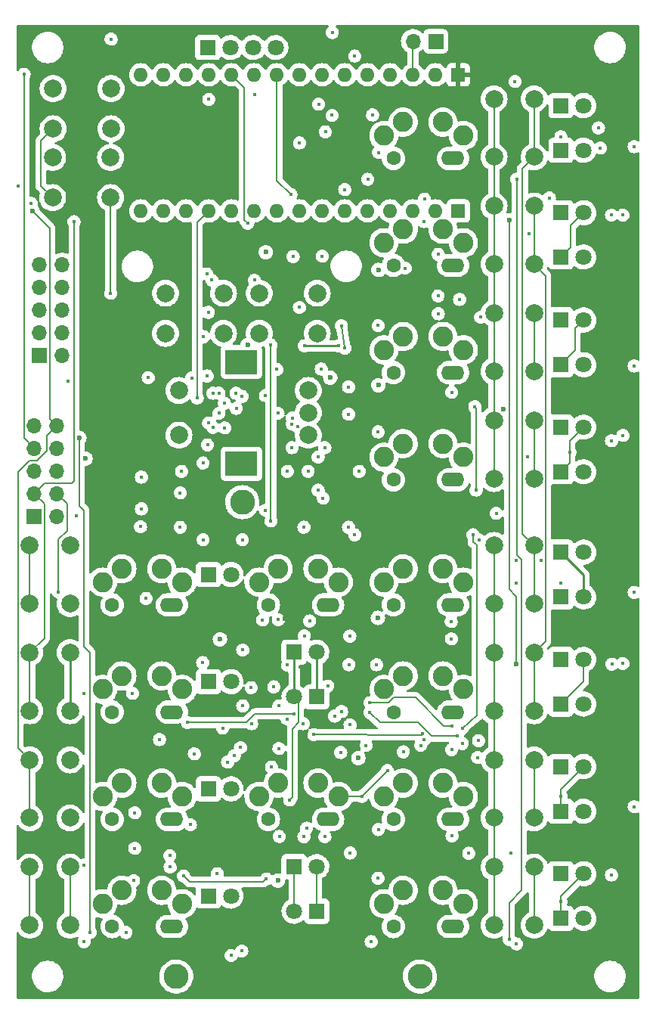
<source format=gbr>
%TF.GenerationSoftware,KiCad,Pcbnew,(6.0.1)*%
%TF.CreationDate,2022-09-29T23:20:54-07:00*%
%TF.ProjectId,main_board,6d61696e-5f62-46f6-9172-642e6b696361,3.0*%
%TF.SameCoordinates,Original*%
%TF.FileFunction,Copper,L2,Inr*%
%TF.FilePolarity,Positive*%
%FSLAX46Y46*%
G04 Gerber Fmt 4.6, Leading zero omitted, Abs format (unit mm)*
G04 Created by KiCad (PCBNEW (6.0.1)) date 2022-09-29 23:20:54*
%MOMM*%
%LPD*%
G01*
G04 APERTURE LIST*
%TA.AperFunction,ComponentPad*%
%ADD10R,1.800000X1.800000*%
%TD*%
%TA.AperFunction,ComponentPad*%
%ADD11C,1.800000*%
%TD*%
%TA.AperFunction,ComponentPad*%
%ADD12C,2.000000*%
%TD*%
%TA.AperFunction,ComponentPad*%
%ADD13C,2.250000*%
%TD*%
%TA.AperFunction,ComponentPad*%
%ADD14O,2.600000X1.600000*%
%TD*%
%TA.AperFunction,ComponentPad*%
%ADD15C,1.600000*%
%TD*%
%TA.AperFunction,ComponentPad*%
%ADD16R,3.600000X2.800000*%
%TD*%
%TA.AperFunction,ComponentPad*%
%ADD17R,1.700000X1.700000*%
%TD*%
%TA.AperFunction,ComponentPad*%
%ADD18O,1.700000X1.700000*%
%TD*%
%TA.AperFunction,ComponentPad*%
%ADD19R,1.600000X1.600000*%
%TD*%
%TA.AperFunction,ComponentPad*%
%ADD20O,1.600000X1.600000*%
%TD*%
%TA.AperFunction,ComponentPad*%
%ADD21C,2.800000*%
%TD*%
%TA.AperFunction,ViaPad*%
%ADD22C,0.450000*%
%TD*%
%TA.AperFunction,ViaPad*%
%ADD23C,0.600000*%
%TD*%
%TA.AperFunction,ViaPad*%
%ADD24C,0.800000*%
%TD*%
%TA.AperFunction,Conductor*%
%ADD25C,0.200000*%
%TD*%
%TA.AperFunction,Conductor*%
%ADD26C,0.250000*%
%TD*%
G04 APERTURE END LIST*
D10*
X111500000Y-88520000D03*
D11*
X114040000Y-88520000D03*
D10*
X111500000Y-138500000D03*
D11*
X114040000Y-138500000D03*
D10*
X111500000Y-121500000D03*
D11*
X114040000Y-121500000D03*
D12*
X104000000Y-139250000D03*
X104000000Y-132750000D03*
X108500000Y-139250000D03*
X108500000Y-132750000D03*
D10*
X84140000Y-125700000D03*
D11*
X81600000Y-125700000D03*
D12*
X104000000Y-151250000D03*
X104000000Y-144750000D03*
X108500000Y-144750000D03*
X108500000Y-151250000D03*
D13*
X91670000Y-148850000D03*
X100570000Y-148850000D03*
X93820000Y-147350000D03*
X98270000Y-147350000D03*
D14*
X99410000Y-151400000D03*
D15*
X92730000Y-151400000D03*
D12*
X104000000Y-58750000D03*
X104000000Y-65250000D03*
X108500000Y-65250000D03*
X108500000Y-58750000D03*
D10*
X111500000Y-100500000D03*
D11*
X114040000Y-100500000D03*
D10*
X111500000Y-59500000D03*
D11*
X114040000Y-59500000D03*
D12*
X104000000Y-127250000D03*
X104000000Y-120750000D03*
X108500000Y-127250000D03*
X108500000Y-120750000D03*
D10*
X111500000Y-145500000D03*
D11*
X114040000Y-145500000D03*
D12*
X61100000Y-62100000D03*
X54600000Y-62100000D03*
X54600000Y-57600000D03*
X61100000Y-57600000D03*
D10*
X111500000Y-71500000D03*
D11*
X114040000Y-71500000D03*
D13*
X91670000Y-62850000D03*
X100570000Y-62850000D03*
X93820000Y-61350000D03*
X98270000Y-61350000D03*
D14*
X99410000Y-65400000D03*
D15*
X92730000Y-65400000D03*
D12*
X104000000Y-82750000D03*
X104000000Y-89250000D03*
X108500000Y-82750000D03*
X108500000Y-89250000D03*
D13*
X77670000Y-112850000D03*
X86570000Y-112850000D03*
X79820000Y-111350000D03*
X84270000Y-111350000D03*
D14*
X85410000Y-115400000D03*
D15*
X78730000Y-115400000D03*
D12*
X61050000Y-69800000D03*
X54550000Y-69800000D03*
X54550000Y-65300000D03*
X61050000Y-65300000D03*
X52000000Y-144750000D03*
X52000000Y-151250000D03*
X56500000Y-144750000D03*
X56500000Y-151250000D03*
X68700000Y-96400000D03*
X68700000Y-91400000D03*
D16*
X75700000Y-99600000D03*
X75700000Y-88200000D03*
D12*
X83200000Y-96400000D03*
X83200000Y-91400000D03*
X83200000Y-93900000D03*
D10*
X72000000Y-112000000D03*
D11*
X74540000Y-112000000D03*
D12*
X104000000Y-108750000D03*
X104000000Y-115250000D03*
X108500000Y-108750000D03*
X108500000Y-115250000D03*
X52000000Y-108750000D03*
X52000000Y-115250000D03*
X56500000Y-115250000D03*
X56500000Y-108750000D03*
D10*
X81600000Y-144700000D03*
D11*
X84140000Y-144700000D03*
D10*
X111500000Y-64500000D03*
D11*
X114040000Y-64500000D03*
D13*
X77670000Y-136850000D03*
X86570000Y-136850000D03*
X79820000Y-135350000D03*
X84270000Y-135350000D03*
D14*
X85410000Y-139400000D03*
D15*
X78730000Y-139400000D03*
D10*
X81600000Y-120700000D03*
D11*
X84140000Y-120700000D03*
D12*
X52000000Y-132750000D03*
X52000000Y-139250000D03*
X56500000Y-139250000D03*
X56500000Y-132750000D03*
D13*
X91670000Y-112850000D03*
X100570000Y-112850000D03*
X93820000Y-111350000D03*
X98270000Y-111350000D03*
D14*
X99410000Y-115400000D03*
D15*
X92730000Y-115400000D03*
D10*
X72000000Y-136000000D03*
D11*
X74540000Y-136000000D03*
D10*
X111500000Y-133500000D03*
D11*
X114040000Y-133500000D03*
D10*
X84140000Y-149700000D03*
D11*
X81600000Y-149700000D03*
D10*
X72000000Y-124000000D03*
D11*
X74540000Y-124000000D03*
D13*
X60170000Y-112850000D03*
X69070000Y-112850000D03*
X62320000Y-111350000D03*
X66770000Y-111350000D03*
D14*
X67910000Y-115400000D03*
D15*
X61230000Y-115400000D03*
D10*
X111500000Y-95500000D03*
D11*
X114040000Y-95500000D03*
D13*
X60170000Y-124850000D03*
X69070000Y-124850000D03*
X62320000Y-123350000D03*
X66770000Y-123350000D03*
D14*
X67910000Y-127400000D03*
D15*
X61230000Y-127400000D03*
D13*
X60170000Y-136850000D03*
X69070000Y-136850000D03*
X62320000Y-135350000D03*
X66770000Y-135350000D03*
D14*
X67910000Y-139400000D03*
D15*
X61230000Y-139400000D03*
D13*
X91670000Y-136850000D03*
X100570000Y-136850000D03*
X93820000Y-135350000D03*
X98270000Y-135350000D03*
D14*
X99410000Y-139400000D03*
D15*
X92730000Y-139400000D03*
D10*
X111500000Y-150500000D03*
D11*
X114040000Y-150500000D03*
D10*
X111500000Y-126500000D03*
D11*
X114040000Y-126500000D03*
D12*
X104000000Y-94750000D03*
X104000000Y-101250000D03*
X108500000Y-94750000D03*
X108500000Y-101250000D03*
D10*
X111500000Y-83500000D03*
D11*
X114040000Y-83500000D03*
D10*
X111500000Y-76450000D03*
D11*
X114040000Y-76450000D03*
D13*
X91670000Y-86850000D03*
X100570000Y-86850000D03*
X93820000Y-85350000D03*
X98270000Y-85350000D03*
D14*
X99410000Y-89400000D03*
D15*
X92730000Y-89400000D03*
D12*
X104000000Y-70750000D03*
X104000000Y-77250000D03*
X108500000Y-70750000D03*
X108500000Y-77250000D03*
D13*
X91670000Y-124850000D03*
X100570000Y-124850000D03*
X93820000Y-123350000D03*
X98270000Y-123350000D03*
D14*
X99410000Y-127400000D03*
D15*
X92730000Y-127400000D03*
D13*
X91670000Y-98850000D03*
X100570000Y-98850000D03*
X93820000Y-97350000D03*
X98270000Y-97350000D03*
D14*
X99410000Y-101400000D03*
D15*
X92730000Y-101400000D03*
D10*
X111500000Y-114500000D03*
D11*
X114040000Y-114500000D03*
D13*
X60170000Y-148850000D03*
X69070000Y-148850000D03*
X62320000Y-147350000D03*
X66770000Y-147350000D03*
D14*
X67910000Y-151400000D03*
D15*
X61230000Y-151400000D03*
D10*
X71940000Y-53000000D03*
D11*
X74480000Y-53000000D03*
X77020000Y-53000000D03*
X79560000Y-53000000D03*
D12*
X52000000Y-120750000D03*
X52000000Y-127250000D03*
X56500000Y-120750000D03*
X56500000Y-127250000D03*
D13*
X91670000Y-74850000D03*
X100570000Y-74850000D03*
X93820000Y-73350000D03*
X98270000Y-73350000D03*
D14*
X99410000Y-77400000D03*
D15*
X92730000Y-77400000D03*
D10*
X111500000Y-109500000D03*
D11*
X114040000Y-109500000D03*
D10*
X72000000Y-148000000D03*
D11*
X74540000Y-148000000D03*
D12*
X77700000Y-80500000D03*
X84200000Y-80500000D03*
X77700000Y-85000000D03*
X84200000Y-85000000D03*
X73700000Y-80500000D03*
X67200000Y-80500000D03*
X67200000Y-85000000D03*
X73700000Y-85000000D03*
D17*
X97475000Y-52300000D03*
D18*
X94935000Y-52300000D03*
D19*
X100000000Y-56060000D03*
D20*
X97460000Y-56060000D03*
X94920000Y-56060000D03*
X92380000Y-56060000D03*
X89840000Y-56060000D03*
X87300000Y-56060000D03*
X84760000Y-56060000D03*
X82220000Y-56060000D03*
X79680000Y-56060000D03*
X77140000Y-56060000D03*
X74600000Y-56060000D03*
X72060000Y-56060000D03*
X69520000Y-56060000D03*
X66980000Y-56060000D03*
X64440000Y-56060000D03*
D17*
X53100000Y-87500000D03*
D18*
X55640000Y-87500000D03*
X53100000Y-84960000D03*
X55640000Y-84960000D03*
X53100000Y-82420000D03*
X55640000Y-82420000D03*
X53100000Y-79880000D03*
X55640000Y-79880000D03*
X53100000Y-77340000D03*
X55640000Y-77340000D03*
D21*
X75800000Y-103900000D03*
D19*
X100000000Y-71300000D03*
D20*
X97460000Y-71300000D03*
X94920000Y-71300000D03*
X92380000Y-71300000D03*
X89840000Y-71300000D03*
X87300000Y-71300000D03*
X84760000Y-71300000D03*
X82220000Y-71300000D03*
X79680000Y-71300000D03*
X77140000Y-71300000D03*
X74600000Y-71300000D03*
X72060000Y-71300000D03*
X69520000Y-71300000D03*
X66980000Y-71300000D03*
X64440000Y-71300000D03*
D17*
X52500000Y-105500000D03*
D18*
X55040000Y-105500000D03*
X52500000Y-102960000D03*
X55040000Y-102960000D03*
X52500000Y-100420000D03*
X55040000Y-100420000D03*
X52500000Y-97880000D03*
X55040000Y-97880000D03*
X52500000Y-95340000D03*
X55040000Y-95340000D03*
D21*
X68400000Y-157000000D03*
X95700000Y-157000000D03*
D22*
X69225000Y-145750000D03*
X67712500Y-144750000D03*
X78487989Y-146087011D03*
X70425000Y-132075000D03*
X74150000Y-133000000D03*
X79075000Y-133550000D03*
X83000000Y-140400000D03*
X80862500Y-122137500D03*
X111500000Y-148600000D03*
X111500000Y-136800000D03*
X117200000Y-122025000D03*
X106450000Y-113000000D03*
X111500000Y-113000000D03*
X117165000Y-97025000D03*
X112496303Y-98328697D03*
X117165000Y-71765000D03*
X118435000Y-71760000D03*
X111500000Y-63000000D03*
X52150000Y-70450000D03*
X61050000Y-80500000D03*
X83175000Y-100450000D03*
X80850000Y-100450000D03*
X84850000Y-103450000D03*
X79680000Y-89039031D03*
X84750000Y-76350000D03*
X81500000Y-76400000D03*
X81400000Y-94500000D03*
D23*
X106500000Y-122050000D03*
X105700000Y-72350000D03*
D22*
X89850000Y-67750000D03*
X106550000Y-67750000D03*
X105700000Y-152850000D03*
X75750000Y-154150000D03*
X62775000Y-152075000D03*
X51350000Y-56000000D03*
X58745489Y-152045489D03*
D23*
X57550000Y-96700000D03*
X52300000Y-71300000D03*
D22*
X63750000Y-138675000D03*
X85884511Y-51325000D03*
X84350000Y-59350000D03*
X66525000Y-130475000D03*
X69000000Y-100450000D03*
X61100000Y-52050000D03*
X96175000Y-72475000D03*
X88900000Y-100450000D03*
X63625000Y-146275000D03*
X71362500Y-121862500D03*
X63750000Y-142650000D03*
X96200000Y-69975000D03*
X88400000Y-53950000D03*
X88400000Y-107550000D03*
X100450000Y-129200000D03*
X82220000Y-63680000D03*
X101650000Y-107550000D03*
X100450000Y-130925000D03*
X85115000Y-62435000D03*
X99250000Y-128950000D03*
X90098682Y-126348682D03*
X86600000Y-86400000D03*
X82750000Y-86400000D03*
X99250000Y-131600000D03*
X74550000Y-154650000D03*
X110199031Y-69850969D03*
X87275000Y-68900000D03*
X106525000Y-153350000D03*
D23*
X79912500Y-90962500D03*
X96050000Y-122150000D03*
D24*
X59050000Y-96900000D03*
D22*
X115895000Y-145780000D03*
X115895000Y-71705000D03*
D23*
X96000000Y-96050000D03*
D22*
X115425000Y-93675000D03*
X65800000Y-93350000D03*
D23*
X96000000Y-146100000D03*
D22*
X83500000Y-127550000D03*
X67250000Y-68150000D03*
D23*
X58700000Y-83750000D03*
D22*
X64550000Y-108900000D03*
X115895000Y-121705000D03*
D23*
X96050000Y-84000000D03*
X74962500Y-145487500D03*
X80600000Y-116950000D03*
X63175000Y-104475000D03*
D22*
X76425000Y-90975000D03*
X65555000Y-141670000D03*
X82300000Y-122375000D03*
D23*
X91000000Y-116850000D03*
D22*
X69987500Y-140012500D03*
D23*
X91050000Y-77900000D03*
X88800000Y-132550000D03*
D22*
X119705000Y-64100000D03*
X72995000Y-145480000D03*
X119705000Y-88645000D03*
X76800000Y-124650000D03*
X56300000Y-90350000D03*
D23*
X58225000Y-99025000D03*
D22*
X119705000Y-137995000D03*
X91037500Y-140550000D03*
D23*
X91037500Y-90812500D03*
D22*
X119705000Y-113995000D03*
X87700000Y-94050000D03*
X87300000Y-86650000D03*
X87700000Y-91000000D03*
X99250000Y-91600000D03*
X100150000Y-81200000D03*
X82700000Y-106700000D03*
X68850000Y-106700000D03*
X99300000Y-141250000D03*
X99200000Y-117250000D03*
X87850000Y-118900000D03*
X85050000Y-141362011D03*
X87700000Y-106700000D03*
X82700000Y-141350000D03*
X86150000Y-127850000D03*
X82750000Y-118875000D03*
X86900000Y-84150000D03*
X82650000Y-128700000D03*
X76850000Y-128700000D03*
X68850000Y-102850000D03*
X64500000Y-104650000D03*
X64500000Y-101100000D03*
X96000000Y-129850000D03*
X83825000Y-129925000D03*
X63500000Y-125300000D03*
X56950000Y-72500000D03*
X55200000Y-113950489D03*
X50650000Y-68500000D03*
X65025000Y-114675000D03*
X109250000Y-110450000D03*
X106450000Y-110450000D03*
X97735000Y-80815000D03*
X97740480Y-76159520D03*
X97750000Y-82800000D03*
X79900000Y-126700000D03*
X75850000Y-126700000D03*
X75850000Y-120450000D03*
X79900480Y-131475000D03*
X71875000Y-89775000D03*
D23*
X85650000Y-89950000D03*
D22*
X87750000Y-122100000D03*
D23*
X73300000Y-119250000D03*
D22*
X72525000Y-91700000D03*
X99225000Y-119200000D03*
D23*
X79800000Y-146250000D03*
D22*
X73175000Y-91700000D03*
X79800000Y-93950000D03*
X73175000Y-93950000D03*
X73800000Y-92825000D03*
X78400000Y-91950000D03*
X105900489Y-143199511D03*
X104250000Y-105150000D03*
X101175000Y-143200000D03*
X78400000Y-104800000D03*
X73825000Y-95575000D03*
X82200000Y-82100244D03*
X81999511Y-95450489D03*
X71999855Y-82650145D03*
X72024511Y-95025489D03*
X94050000Y-77700000D03*
X72525000Y-95525000D03*
X81375000Y-97800000D03*
X81375000Y-95150000D03*
X85050000Y-97800000D03*
X84300000Y-102550000D03*
X84300000Y-98850000D03*
X71900000Y-97475000D03*
X101994511Y-102550000D03*
X101850000Y-93200000D03*
X72400000Y-79050000D03*
X75125000Y-93400000D03*
D23*
X78440000Y-75910000D03*
D22*
X77150000Y-79050000D03*
X75100000Y-91700000D03*
X75775000Y-92050000D03*
X70750000Y-92225000D03*
X96175000Y-130500000D03*
X75600000Y-131375000D03*
X78065000Y-117085000D03*
X86825000Y-131925000D03*
X86925000Y-127325000D03*
X93845000Y-131855000D03*
X58075000Y-144525000D03*
X90245489Y-153095489D03*
X92050000Y-133950000D03*
X89188569Y-136838569D03*
X58075000Y-153100000D03*
X95775000Y-131125000D03*
X89675000Y-131125000D03*
X83350000Y-117200000D03*
X79335000Y-124565000D03*
X85375000Y-124500000D03*
X74900000Y-132275000D03*
X79837500Y-117062500D03*
X80800000Y-128175000D03*
X73600000Y-129200000D03*
X87875000Y-128825000D03*
X81112500Y-137237500D03*
X91050000Y-64750000D03*
X91025000Y-84125000D03*
X107950000Y-73850000D03*
X102500000Y-83200000D03*
X91025000Y-96025000D03*
X90850000Y-122100000D03*
X91000000Y-146000000D03*
X118435000Y-96415000D03*
X107750000Y-98850000D03*
X115895000Y-64250000D03*
X115700000Y-62000000D03*
X118435000Y-121965000D03*
X117165000Y-145635000D03*
X77150000Y-58249511D03*
X81249511Y-69450489D03*
X106350000Y-56800000D03*
X84650000Y-89000000D03*
X90400000Y-60550000D03*
D23*
X105050489Y-93450489D03*
D22*
X85859511Y-60590489D03*
X72050000Y-58800000D03*
X79000000Y-86300000D03*
X79000000Y-106000000D03*
X76400489Y-72700000D03*
D23*
X76400000Y-86300000D03*
D22*
X67675000Y-143475000D03*
X71450000Y-85375000D03*
X71825000Y-78350000D03*
X87900000Y-143175000D03*
X79950000Y-141325000D03*
X81599511Y-127575489D03*
X57200000Y-105400000D03*
X99900000Y-130100000D03*
X58075489Y-125324511D03*
X90100000Y-127450489D03*
X69655479Y-128569521D03*
X71400000Y-108100000D03*
X71400000Y-99512500D03*
X102162500Y-132487500D03*
X102300000Y-108100000D03*
X75800000Y-108100000D03*
X65262500Y-89962500D03*
X102275000Y-130600000D03*
X64400000Y-106650000D03*
X70150000Y-89975000D03*
D25*
X69899520Y-146424520D02*
X69225000Y-145750000D01*
X78150480Y-146424520D02*
X69899520Y-146424520D01*
X78487989Y-146087011D02*
X78150480Y-146424520D01*
X84140000Y-144700000D02*
X84140000Y-149700000D01*
X81600000Y-144700000D02*
X81600000Y-149700000D01*
D26*
X84140000Y-120700000D02*
X84140000Y-125700000D01*
X81600000Y-120700000D02*
X81600000Y-125700000D01*
D25*
X111500000Y-148600000D02*
X111500000Y-148040000D01*
X111500000Y-136800000D02*
X111500000Y-136040000D01*
X114040000Y-123960000D02*
X111500000Y-126500000D01*
X114040000Y-121500000D02*
X114040000Y-123960000D01*
D26*
X114040000Y-112040000D02*
X114040000Y-114500000D01*
X111500000Y-109500000D02*
X114040000Y-112040000D01*
D25*
X111500000Y-148040000D02*
X114040000Y-145500000D01*
X111500000Y-150500000D02*
X111500000Y-148600000D01*
X111500000Y-138500000D02*
X111500000Y-136800000D01*
X111500000Y-136040000D02*
X114040000Y-133500000D01*
X53250489Y-68500489D02*
X53250489Y-63449511D01*
X54550000Y-69800000D02*
X53250489Y-68500489D01*
X61050000Y-69800000D02*
X61050000Y-80500000D01*
X53250489Y-63449511D02*
X54600000Y-62100000D01*
X113100480Y-86919520D02*
X113100480Y-84439520D01*
X114040000Y-95500000D02*
X112499520Y-97040480D01*
X111500000Y-88520000D02*
X113100480Y-86919520D01*
X112499520Y-97040480D02*
X112499520Y-99500480D01*
X112600480Y-72939520D02*
X114040000Y-71500000D01*
X112600480Y-75349520D02*
X112600480Y-72939520D01*
X113100480Y-84439520D02*
X114040000Y-83500000D01*
X111500000Y-76450000D02*
X112600480Y-75349520D01*
X112499520Y-99500480D02*
X111500000Y-100500000D01*
X106500000Y-114450000D02*
X106500000Y-122050000D01*
X105700000Y-113650000D02*
X106500000Y-114450000D01*
X105700000Y-72350000D02*
X105700000Y-113650000D01*
X107100000Y-110300000D02*
X106600000Y-109800000D01*
X107100000Y-147350000D02*
X107100000Y-110300000D01*
X105700000Y-152850000D02*
X105700000Y-148750000D01*
X105700000Y-148750000D02*
X107100000Y-147350000D01*
X106600000Y-109800000D02*
X106550000Y-67750000D01*
X52000000Y-151250000D02*
X52000000Y-144750000D01*
X51350489Y-96730489D02*
X52500000Y-97880000D01*
X58050000Y-120050000D02*
X58675000Y-120675000D01*
X51350000Y-56000000D02*
X51350489Y-62976368D01*
X58050000Y-119750000D02*
X58049511Y-104800489D01*
X57550000Y-104300978D02*
X57550000Y-96700000D01*
X58049511Y-104800489D02*
X57550000Y-104300978D01*
X58725000Y-120700000D02*
X58745489Y-152045489D01*
X51350489Y-62976368D02*
X51350489Y-96730489D01*
X58050000Y-119750000D02*
X58050000Y-120050000D01*
X53890489Y-96489511D02*
X53890489Y-98159511D01*
X54249511Y-94549511D02*
X55040000Y-95340000D01*
X53890489Y-98159511D02*
X52779511Y-99270489D01*
X54249511Y-73249511D02*
X54249511Y-94549511D01*
X50700489Y-131450489D02*
X50700489Y-119475489D01*
X52300000Y-71300000D02*
X54249511Y-73249511D01*
X55040000Y-95340000D02*
X53890489Y-96489511D01*
X52779511Y-99270489D02*
X51929511Y-99270489D01*
X50700489Y-100499511D02*
X50700239Y-119475239D01*
X52000000Y-139250000D02*
X52000000Y-132750000D01*
X50700489Y-119475489D02*
X50700239Y-119475239D01*
X52000000Y-132750000D02*
X50700489Y-131450489D01*
X51929511Y-99270489D02*
X50700489Y-100499511D01*
X56500000Y-151250000D02*
X56500000Y-144750000D01*
D26*
X56500000Y-120750000D02*
X56500000Y-127250000D01*
D25*
X100450000Y-129200000D02*
X102100489Y-127819511D01*
X101650000Y-108400000D02*
X101650000Y-107550000D01*
X102100489Y-127819511D02*
X102100489Y-108606905D01*
X102100489Y-108606905D02*
X101650000Y-108400000D01*
D26*
X86600000Y-86400000D02*
X82750000Y-86400000D01*
D25*
X95208717Y-125775489D02*
X92759075Y-125775489D01*
X98383228Y-128950000D02*
X95208717Y-125775489D01*
X92759075Y-125775489D02*
X92185882Y-126348682D01*
X99250000Y-128950000D02*
X98383228Y-128950000D01*
X92185882Y-126348682D02*
X90098682Y-126348682D01*
X86900000Y-84150000D02*
X87300000Y-86650000D01*
X83825000Y-129925000D02*
X95900000Y-129950000D01*
X95900000Y-129950000D02*
X96000000Y-129850000D01*
X52000000Y-120750000D02*
X52000000Y-127250000D01*
X53649511Y-101810489D02*
X52500000Y-102960000D01*
X53650000Y-118950000D02*
X53649511Y-116643095D01*
X56950489Y-101550489D02*
X56690489Y-101810489D01*
X56690489Y-101810489D02*
X53649511Y-101810489D01*
X53650000Y-119100000D02*
X53650000Y-118950000D01*
X52000000Y-120750000D02*
X53650000Y-119100000D01*
X56950000Y-72500000D02*
X56950489Y-101550489D01*
X53649511Y-104109511D02*
X52500000Y-102960000D01*
X53649511Y-116643095D02*
X53649511Y-104109511D01*
X56189511Y-104109511D02*
X56189511Y-107085489D01*
X56189511Y-107085489D02*
X55200489Y-108074511D01*
X55200489Y-108074511D02*
X55200000Y-113950000D01*
X55040000Y-102960000D02*
X56189511Y-104109511D01*
X52000000Y-108750000D02*
X52000000Y-115250000D01*
X101994511Y-102550000D02*
X101994511Y-93344511D01*
X101994511Y-93344511D02*
X101850000Y-93200000D01*
X72060000Y-71300000D02*
X70750000Y-72610000D01*
X70750000Y-72610000D02*
X70750000Y-92225000D01*
X86570000Y-136850000D02*
X89177138Y-136850000D01*
X89188569Y-136838569D02*
X92050000Y-133977138D01*
X92050000Y-133977138D02*
X92050000Y-133950000D01*
X89177138Y-136850000D02*
X89188569Y-136838569D01*
X81400000Y-129293584D02*
X81400000Y-136950000D01*
X81600000Y-125700000D02*
X82124022Y-126224022D01*
X81400000Y-136950000D02*
X81112500Y-137237500D01*
X82124022Y-128569562D02*
X81400000Y-129293584D01*
X82124022Y-126224022D02*
X82124022Y-128569562D01*
X94920000Y-56060000D02*
X94920000Y-52315000D01*
X94920000Y-52315000D02*
X94935000Y-52300000D01*
X107200489Y-66549511D02*
X107200489Y-107450489D01*
X107200489Y-107450489D02*
X108500000Y-108750000D01*
X108500000Y-58750000D02*
X108500000Y-65250000D01*
X108500000Y-65250000D02*
X107200489Y-66549511D01*
X108500000Y-108750000D02*
X108500000Y-115250000D01*
X79680000Y-56060000D02*
X79680000Y-67880000D01*
X108500000Y-120750000D02*
X108500000Y-127250000D01*
X109799511Y-119450489D02*
X108500000Y-120750000D01*
X108500000Y-77250000D02*
X109799511Y-78549511D01*
X109799511Y-78549511D02*
X109799511Y-119450489D01*
X108500000Y-70750000D02*
X108500000Y-77250000D01*
X79680000Y-67880000D02*
X81250000Y-69450000D01*
X108500000Y-82750000D02*
X108500000Y-89250000D01*
X108500000Y-132750000D02*
X108500000Y-139250000D01*
X108500000Y-94750000D02*
X108500000Y-101250000D01*
X108500000Y-144750000D02*
X108500000Y-151250000D01*
X104000000Y-58750000D02*
X104000000Y-65250000D01*
X104000000Y-94750000D02*
X104000000Y-101250000D01*
X104000000Y-89250000D02*
X104000000Y-94750000D01*
X104000000Y-82750000D02*
X104000000Y-89250000D01*
X104000000Y-77250000D02*
X104000000Y-82750000D01*
X104000000Y-65250000D02*
X104000000Y-70750000D01*
X104000000Y-70750000D02*
X104000000Y-77250000D01*
X104000000Y-132750000D02*
X104000000Y-139250000D01*
X104000000Y-120750000D02*
X104000000Y-127250000D01*
X74600000Y-56060000D02*
X76040489Y-57500489D01*
X79000000Y-86300000D02*
X79000000Y-106000000D01*
X104000000Y-115250000D02*
X104000000Y-120750000D01*
X104000000Y-108750000D02*
X104000000Y-115250000D01*
X104000000Y-139250000D02*
X104000000Y-144750000D01*
X104000000Y-127250000D02*
X104000000Y-132750000D01*
X76040489Y-72340000D02*
X76400489Y-72700000D01*
X104000000Y-144750000D02*
X104000000Y-151250000D01*
X76040489Y-57500489D02*
X76040489Y-72340000D01*
X77224511Y-127575489D02*
X81599511Y-127575489D01*
X95461293Y-128569521D02*
X91219032Y-128569521D01*
X99900000Y-130100000D02*
X96991772Y-130100000D01*
X96991772Y-130100000D02*
X95461293Y-128569521D01*
X91219032Y-128569521D02*
X90100000Y-127450489D01*
X69655479Y-128569521D02*
X76230479Y-128569521D01*
X76230479Y-128569521D02*
X77224511Y-127575489D01*
%TA.AperFunction,Conductor*%
G36*
X85435447Y-50528002D02*
G01*
X85481940Y-50581658D01*
X85492044Y-50651932D01*
X85462550Y-50716512D01*
X85441139Y-50734699D01*
X85441616Y-50735310D01*
X85436068Y-50739645D01*
X85430066Y-50743337D01*
X85312493Y-50858473D01*
X85223349Y-50996797D01*
X85220938Y-51003420D01*
X85220937Y-51003423D01*
X85169477Y-51144809D01*
X85169476Y-51144814D01*
X85167067Y-51151432D01*
X85146442Y-51314694D01*
X85162500Y-51478468D01*
X85214443Y-51634615D01*
X85218092Y-51640640D01*
X85280641Y-51743919D01*
X85299690Y-51775373D01*
X85414002Y-51893747D01*
X85551700Y-51983854D01*
X85705939Y-52041215D01*
X85712920Y-52042146D01*
X85712922Y-52042147D01*
X85862072Y-52062048D01*
X85862076Y-52062048D01*
X85869053Y-52062979D01*
X85876064Y-52062341D01*
X85876068Y-52062341D01*
X86025914Y-52048704D01*
X86025915Y-52048704D01*
X86032935Y-52048065D01*
X86080223Y-52032700D01*
X86182741Y-51999390D01*
X86182744Y-51999389D01*
X86189440Y-51997213D01*
X86330790Y-51912951D01*
X86449960Y-51799468D01*
X86465969Y-51775373D01*
X86537125Y-51668275D01*
X86537126Y-51668273D01*
X86541026Y-51662403D01*
X86599462Y-51508568D01*
X86610931Y-51426962D01*
X86621813Y-51349534D01*
X86621814Y-51349527D01*
X86622364Y-51345610D01*
X86622563Y-51331361D01*
X86622597Y-51328962D01*
X86622597Y-51328956D01*
X86622652Y-51325000D01*
X86604309Y-51161466D01*
X86598509Y-51144809D01*
X86563179Y-51043357D01*
X86550191Y-51006060D01*
X86544051Y-50996233D01*
X86466720Y-50872479D01*
X86462987Y-50866505D01*
X86405010Y-50808122D01*
X86351997Y-50754737D01*
X86351993Y-50754734D01*
X86347033Y-50749739D01*
X86340868Y-50745827D01*
X86332293Y-50740384D01*
X86285495Y-50686994D01*
X86274991Y-50616779D01*
X86304116Y-50552031D01*
X86363623Y-50513308D01*
X86399809Y-50508000D01*
X120166000Y-50508000D01*
X120234121Y-50528002D01*
X120280614Y-50581658D01*
X120292000Y-50634000D01*
X120292000Y-63374541D01*
X120271998Y-63442662D01*
X120218342Y-63489155D01*
X120148068Y-63499259D01*
X120098486Y-63480926D01*
X120034536Y-63440342D01*
X120034530Y-63440339D01*
X120028580Y-63436563D01*
X119952932Y-63409626D01*
X119880189Y-63383723D01*
X119880187Y-63383722D01*
X119873555Y-63381361D01*
X119866569Y-63380528D01*
X119866565Y-63380527D01*
X119752071Y-63366875D01*
X119710153Y-63361877D01*
X119703150Y-63362613D01*
X119703149Y-63362613D01*
X119659935Y-63367155D01*
X119546495Y-63379078D01*
X119539827Y-63381348D01*
X119397382Y-63429840D01*
X119397379Y-63429841D01*
X119390715Y-63432110D01*
X119311366Y-63480926D01*
X119261056Y-63511877D01*
X119250555Y-63518337D01*
X119228168Y-63540260D01*
X119163549Y-63603540D01*
X119132982Y-63633473D01*
X119043838Y-63771797D01*
X119041427Y-63778420D01*
X119041426Y-63778423D01*
X118989966Y-63919809D01*
X118989965Y-63919814D01*
X118987556Y-63926432D01*
X118966931Y-64089694D01*
X118982989Y-64253468D01*
X119034932Y-64409615D01*
X119040781Y-64419273D01*
X119076481Y-64478219D01*
X119120179Y-64550373D01*
X119234491Y-64668747D01*
X119372189Y-64758854D01*
X119526428Y-64816215D01*
X119533409Y-64817146D01*
X119533411Y-64817147D01*
X119682561Y-64837048D01*
X119682565Y-64837048D01*
X119689542Y-64837979D01*
X119696553Y-64837341D01*
X119696557Y-64837341D01*
X119846403Y-64823704D01*
X119846404Y-64823704D01*
X119853424Y-64823065D01*
X119963749Y-64787218D01*
X120003230Y-64774390D01*
X120003233Y-64774389D01*
X120009929Y-64772213D01*
X120101482Y-64717636D01*
X120170237Y-64699936D01*
X120237647Y-64722218D01*
X120282309Y-64777406D01*
X120292000Y-64825865D01*
X120292000Y-87919541D01*
X120271998Y-87987662D01*
X120218342Y-88034155D01*
X120148068Y-88044259D01*
X120098486Y-88025926D01*
X120034536Y-87985342D01*
X120034530Y-87985339D01*
X120028580Y-87981563D01*
X119979447Y-87964068D01*
X119880189Y-87928723D01*
X119880187Y-87928722D01*
X119873555Y-87926361D01*
X119866569Y-87925528D01*
X119866565Y-87925527D01*
X119752071Y-87911875D01*
X119710153Y-87906877D01*
X119703150Y-87907613D01*
X119703149Y-87907613D01*
X119659935Y-87912155D01*
X119546495Y-87924078D01*
X119539827Y-87926348D01*
X119397382Y-87974840D01*
X119397379Y-87974841D01*
X119390715Y-87977110D01*
X119250555Y-88063337D01*
X119206522Y-88106457D01*
X119139184Y-88172400D01*
X119132982Y-88178473D01*
X119043838Y-88316797D01*
X119041427Y-88323420D01*
X119041426Y-88323423D01*
X118989966Y-88464809D01*
X118989965Y-88464814D01*
X118987556Y-88471432D01*
X118966931Y-88634694D01*
X118982989Y-88798468D01*
X119034932Y-88954615D01*
X119038581Y-88960640D01*
X119116121Y-89088672D01*
X119120179Y-89095373D01*
X119125070Y-89100438D01*
X119125071Y-89100439D01*
X119134981Y-89110701D01*
X119234491Y-89213747D01*
X119372189Y-89303854D01*
X119526428Y-89361215D01*
X119533409Y-89362146D01*
X119533411Y-89362147D01*
X119682561Y-89382048D01*
X119682565Y-89382048D01*
X119689542Y-89382979D01*
X119696553Y-89382341D01*
X119696557Y-89382341D01*
X119846403Y-89368704D01*
X119846404Y-89368704D01*
X119853424Y-89368065D01*
X119882062Y-89358760D01*
X120003230Y-89319390D01*
X120003233Y-89319389D01*
X120009929Y-89317213D01*
X120101482Y-89262636D01*
X120170237Y-89244936D01*
X120237647Y-89267218D01*
X120282309Y-89322406D01*
X120292000Y-89370865D01*
X120292000Y-113269541D01*
X120271998Y-113337662D01*
X120218342Y-113384155D01*
X120148068Y-113394259D01*
X120098486Y-113375926D01*
X120034536Y-113335342D01*
X120034530Y-113335339D01*
X120028580Y-113331563D01*
X119951320Y-113304052D01*
X119880189Y-113278723D01*
X119880187Y-113278722D01*
X119873555Y-113276361D01*
X119866569Y-113275528D01*
X119866565Y-113275527D01*
X119752071Y-113261875D01*
X119710153Y-113256877D01*
X119703150Y-113257613D01*
X119703149Y-113257613D01*
X119659935Y-113262155D01*
X119546495Y-113274078D01*
X119539827Y-113276348D01*
X119397382Y-113324840D01*
X119397379Y-113324841D01*
X119390715Y-113327110D01*
X119311366Y-113375926D01*
X119266425Y-113403574D01*
X119250555Y-113413337D01*
X119132982Y-113528473D01*
X119043838Y-113666797D01*
X119041427Y-113673420D01*
X119041426Y-113673423D01*
X118989966Y-113814809D01*
X118989965Y-113814814D01*
X118987556Y-113821432D01*
X118966931Y-113984694D01*
X118982989Y-114148468D01*
X119034932Y-114304615D01*
X119038581Y-114310640D01*
X119082857Y-114383747D01*
X119120179Y-114445373D01*
X119125070Y-114450438D01*
X119125071Y-114450439D01*
X119142769Y-114468766D01*
X119234491Y-114563747D01*
X119372189Y-114653854D01*
X119526428Y-114711215D01*
X119533409Y-114712146D01*
X119533411Y-114712147D01*
X119682561Y-114732048D01*
X119682565Y-114732048D01*
X119689542Y-114732979D01*
X119696553Y-114732341D01*
X119696557Y-114732341D01*
X119846403Y-114718704D01*
X119846404Y-114718704D01*
X119853424Y-114718065D01*
X119929861Y-114693229D01*
X120003230Y-114669390D01*
X120003233Y-114669389D01*
X120009929Y-114667213D01*
X120101482Y-114612636D01*
X120170237Y-114594936D01*
X120237647Y-114617218D01*
X120282309Y-114672406D01*
X120292000Y-114720865D01*
X120292000Y-137269541D01*
X120271998Y-137337662D01*
X120218342Y-137384155D01*
X120148068Y-137394259D01*
X120098486Y-137375926D01*
X120034536Y-137335342D01*
X120034530Y-137335339D01*
X120028580Y-137331563D01*
X119976553Y-137313037D01*
X119880189Y-137278723D01*
X119880187Y-137278722D01*
X119873555Y-137276361D01*
X119866569Y-137275528D01*
X119866565Y-137275527D01*
X119752071Y-137261875D01*
X119710153Y-137256877D01*
X119703150Y-137257613D01*
X119703149Y-137257613D01*
X119659935Y-137262155D01*
X119546495Y-137274078D01*
X119539827Y-137276348D01*
X119397382Y-137324840D01*
X119397379Y-137324841D01*
X119390715Y-137327110D01*
X119311366Y-137375926D01*
X119260422Y-137407267D01*
X119250555Y-137413337D01*
X119132982Y-137528473D01*
X119043838Y-137666797D01*
X119041427Y-137673420D01*
X119041426Y-137673423D01*
X118989966Y-137814809D01*
X118989965Y-137814814D01*
X118987556Y-137821432D01*
X118966931Y-137984694D01*
X118982989Y-138148468D01*
X119034932Y-138304615D01*
X119038581Y-138310640D01*
X119090841Y-138396930D01*
X119120179Y-138445373D01*
X119125070Y-138450438D01*
X119125071Y-138450439D01*
X119142769Y-138468766D01*
X119234491Y-138563747D01*
X119372189Y-138653854D01*
X119526428Y-138711215D01*
X119533409Y-138712146D01*
X119533411Y-138712147D01*
X119682561Y-138732048D01*
X119682565Y-138732048D01*
X119689542Y-138732979D01*
X119696553Y-138732341D01*
X119696557Y-138732341D01*
X119846403Y-138718704D01*
X119846404Y-138718704D01*
X119853424Y-138718065D01*
X119922533Y-138695610D01*
X120003230Y-138669390D01*
X120003233Y-138669389D01*
X120009929Y-138667213D01*
X120101482Y-138612636D01*
X120170237Y-138594936D01*
X120237647Y-138617218D01*
X120282309Y-138672406D01*
X120292000Y-138720865D01*
X120292000Y-159366000D01*
X120271998Y-159434121D01*
X120218342Y-159480614D01*
X120166000Y-159492000D01*
X50634000Y-159492000D01*
X50565879Y-159471998D01*
X50519386Y-159418342D01*
X50508000Y-159366000D01*
X50508000Y-157107655D01*
X52239858Y-157107655D01*
X52275104Y-157366638D01*
X52276412Y-157371124D01*
X52276412Y-157371126D01*
X52296098Y-157438664D01*
X52348243Y-157617567D01*
X52457668Y-157854928D01*
X52460231Y-157858837D01*
X52598410Y-158069596D01*
X52598414Y-158069601D01*
X52600976Y-158073509D01*
X52775018Y-158268506D01*
X52975970Y-158435637D01*
X52979973Y-158438066D01*
X53195422Y-158568804D01*
X53195426Y-158568806D01*
X53199419Y-158571229D01*
X53440455Y-158672303D01*
X53693783Y-158736641D01*
X53698434Y-158737109D01*
X53698438Y-158737110D01*
X53891308Y-158756531D01*
X53910867Y-158758500D01*
X54066354Y-158758500D01*
X54068679Y-158758327D01*
X54068685Y-158758327D01*
X54256000Y-158744407D01*
X54256004Y-158744406D01*
X54260652Y-158744061D01*
X54265200Y-158743032D01*
X54265206Y-158743031D01*
X54451601Y-158700853D01*
X54515577Y-158686377D01*
X54551769Y-158672303D01*
X54754824Y-158593340D01*
X54754827Y-158593339D01*
X54759177Y-158591647D01*
X54801029Y-158567727D01*
X54898770Y-158511863D01*
X54986098Y-158461951D01*
X55191357Y-158300138D01*
X55370443Y-158109763D01*
X55476116Y-157957437D01*
X55516759Y-157898851D01*
X55516761Y-157898848D01*
X55519424Y-157895009D01*
X55541284Y-157850682D01*
X55632960Y-157664781D01*
X55632961Y-157664778D01*
X55635025Y-157660593D01*
X55639014Y-157648133D01*
X55713280Y-157416123D01*
X55714707Y-157411665D01*
X55756721Y-157153693D01*
X55759520Y-156939899D01*
X66487569Y-156939899D01*
X66487744Y-156944351D01*
X66495786Y-157149020D01*
X66498180Y-157209963D01*
X66546737Y-157475837D01*
X66632272Y-157732217D01*
X66634265Y-157736205D01*
X66715535Y-157898851D01*
X66753078Y-157973987D01*
X66755607Y-157977646D01*
X66859563Y-158128058D01*
X66906744Y-158196324D01*
X67090205Y-158394790D01*
X67093659Y-158397602D01*
X67093660Y-158397603D01*
X67143361Y-158438066D01*
X67299799Y-158565427D01*
X67303617Y-158567726D01*
X67303619Y-158567727D01*
X67477319Y-158672303D01*
X67531346Y-158704830D01*
X67535441Y-158706564D01*
X67535443Y-158706565D01*
X67776124Y-158808480D01*
X67776131Y-158808482D01*
X67780225Y-158810216D01*
X67876358Y-158835705D01*
X68037172Y-158878345D01*
X68037177Y-158878346D01*
X68041469Y-158879484D01*
X68045878Y-158880006D01*
X68045884Y-158880007D01*
X68195210Y-158897680D01*
X68309868Y-158911251D01*
X68580064Y-158904883D01*
X68584459Y-158904151D01*
X68584464Y-158904151D01*
X68842267Y-158861241D01*
X68842271Y-158861240D01*
X68846669Y-158860508D01*
X69014959Y-158807285D01*
X69100114Y-158780354D01*
X69100116Y-158780353D01*
X69104360Y-158779011D01*
X69108371Y-158777085D01*
X69108376Y-158777083D01*
X69343979Y-158663948D01*
X69343980Y-158663947D01*
X69347998Y-158662018D01*
X69481166Y-158573038D01*
X69569013Y-158514341D01*
X69569017Y-158514338D01*
X69572721Y-158511863D01*
X69576038Y-158508892D01*
X69576042Y-158508889D01*
X69770729Y-158334512D01*
X69774045Y-158331542D01*
X69947953Y-158124654D01*
X69955115Y-158113171D01*
X70088614Y-157899111D01*
X70088615Y-157899109D01*
X70090975Y-157895325D01*
X70092969Y-157890816D01*
X70120292Y-157829012D01*
X70200258Y-157648133D01*
X70273620Y-157388008D01*
X70296946Y-157214343D01*
X70309172Y-157123324D01*
X70309173Y-157123316D01*
X70309599Y-157120142D01*
X70309846Y-157112289D01*
X70313274Y-157003222D01*
X70313274Y-157003217D01*
X70313375Y-157000000D01*
X70309120Y-156939899D01*
X93787569Y-156939899D01*
X93787744Y-156944351D01*
X93795786Y-157149020D01*
X93798180Y-157209963D01*
X93846737Y-157475837D01*
X93932272Y-157732217D01*
X93934265Y-157736205D01*
X94015535Y-157898851D01*
X94053078Y-157973987D01*
X94055607Y-157977646D01*
X94159563Y-158128058D01*
X94206744Y-158196324D01*
X94390205Y-158394790D01*
X94393659Y-158397602D01*
X94393660Y-158397603D01*
X94443361Y-158438066D01*
X94599799Y-158565427D01*
X94603617Y-158567726D01*
X94603619Y-158567727D01*
X94777319Y-158672303D01*
X94831346Y-158704830D01*
X94835441Y-158706564D01*
X94835443Y-158706565D01*
X95076124Y-158808480D01*
X95076131Y-158808482D01*
X95080225Y-158810216D01*
X95176358Y-158835705D01*
X95337172Y-158878345D01*
X95337177Y-158878346D01*
X95341469Y-158879484D01*
X95345878Y-158880006D01*
X95345884Y-158880007D01*
X95495210Y-158897680D01*
X95609868Y-158911251D01*
X95880064Y-158904883D01*
X95884459Y-158904151D01*
X95884464Y-158904151D01*
X96142267Y-158861241D01*
X96142271Y-158861240D01*
X96146669Y-158860508D01*
X96314959Y-158807285D01*
X96400114Y-158780354D01*
X96400116Y-158780353D01*
X96404360Y-158779011D01*
X96408371Y-158777085D01*
X96408376Y-158777083D01*
X96643979Y-158663948D01*
X96643980Y-158663947D01*
X96647998Y-158662018D01*
X96781166Y-158573038D01*
X96869013Y-158514341D01*
X96869017Y-158514338D01*
X96872721Y-158511863D01*
X96876038Y-158508892D01*
X96876042Y-158508889D01*
X97070729Y-158334512D01*
X97074045Y-158331542D01*
X97247953Y-158124654D01*
X97255115Y-158113171D01*
X97388614Y-157899111D01*
X97388615Y-157899109D01*
X97390975Y-157895325D01*
X97392969Y-157890816D01*
X97420292Y-157829012D01*
X97500258Y-157648133D01*
X97573620Y-157388008D01*
X97596946Y-157214343D01*
X97609172Y-157123324D01*
X97609173Y-157123316D01*
X97609599Y-157120142D01*
X97609846Y-157112289D01*
X97609992Y-157107655D01*
X115239858Y-157107655D01*
X115275104Y-157366638D01*
X115276412Y-157371124D01*
X115276412Y-157371126D01*
X115296098Y-157438664D01*
X115348243Y-157617567D01*
X115457668Y-157854928D01*
X115460231Y-157858837D01*
X115598410Y-158069596D01*
X115598414Y-158069601D01*
X115600976Y-158073509D01*
X115775018Y-158268506D01*
X115975970Y-158435637D01*
X115979973Y-158438066D01*
X116195422Y-158568804D01*
X116195426Y-158568806D01*
X116199419Y-158571229D01*
X116440455Y-158672303D01*
X116693783Y-158736641D01*
X116698434Y-158737109D01*
X116698438Y-158737110D01*
X116891308Y-158756531D01*
X116910867Y-158758500D01*
X117066354Y-158758500D01*
X117068679Y-158758327D01*
X117068685Y-158758327D01*
X117256000Y-158744407D01*
X117256004Y-158744406D01*
X117260652Y-158744061D01*
X117265200Y-158743032D01*
X117265206Y-158743031D01*
X117451601Y-158700853D01*
X117515577Y-158686377D01*
X117551769Y-158672303D01*
X117754824Y-158593340D01*
X117754827Y-158593339D01*
X117759177Y-158591647D01*
X117801029Y-158567727D01*
X117898770Y-158511863D01*
X117986098Y-158461951D01*
X118191357Y-158300138D01*
X118370443Y-158109763D01*
X118476116Y-157957437D01*
X118516759Y-157898851D01*
X118516761Y-157898848D01*
X118519424Y-157895009D01*
X118541284Y-157850682D01*
X118632960Y-157664781D01*
X118632961Y-157664778D01*
X118635025Y-157660593D01*
X118639014Y-157648133D01*
X118713280Y-157416123D01*
X118714707Y-157411665D01*
X118756721Y-157153693D01*
X118760142Y-156892345D01*
X118724896Y-156633362D01*
X118710473Y-156583877D01*
X118659423Y-156408735D01*
X118651757Y-156382433D01*
X118542332Y-156145072D01*
X118509519Y-156095024D01*
X118401590Y-155930404D01*
X118401586Y-155930399D01*
X118399024Y-155926491D01*
X118224982Y-155731494D01*
X118024030Y-155564363D01*
X117956082Y-155523131D01*
X117804578Y-155431196D01*
X117804574Y-155431194D01*
X117800581Y-155428771D01*
X117559545Y-155327697D01*
X117306217Y-155263359D01*
X117301566Y-155262891D01*
X117301562Y-155262890D01*
X117092271Y-155241816D01*
X117089133Y-155241500D01*
X116933646Y-155241500D01*
X116931321Y-155241673D01*
X116931315Y-155241673D01*
X116744000Y-155255593D01*
X116743996Y-155255594D01*
X116739348Y-155255939D01*
X116734800Y-155256968D01*
X116734794Y-155256969D01*
X116548399Y-155299147D01*
X116484423Y-155313623D01*
X116480071Y-155315315D01*
X116480069Y-155315316D01*
X116245176Y-155406660D01*
X116245173Y-155406661D01*
X116240823Y-155408353D01*
X116013902Y-155538049D01*
X115808643Y-155699862D01*
X115629557Y-155890237D01*
X115480576Y-156104991D01*
X115478510Y-156109181D01*
X115478508Y-156109184D01*
X115456222Y-156154377D01*
X115364975Y-156339407D01*
X115285293Y-156588335D01*
X115243279Y-156846307D01*
X115239858Y-157107655D01*
X97609992Y-157107655D01*
X97613274Y-157003222D01*
X97613274Y-157003217D01*
X97613375Y-157000000D01*
X97602167Y-156841692D01*
X97594602Y-156734852D01*
X97594287Y-156730403D01*
X97537402Y-156466185D01*
X97517801Y-156413053D01*
X97445397Y-156216796D01*
X97443856Y-156212619D01*
X97414510Y-156158231D01*
X97317629Y-155978678D01*
X97317629Y-155978677D01*
X97315516Y-155974762D01*
X97154942Y-155757362D01*
X96965338Y-155564756D01*
X96888556Y-155506158D01*
X96754028Y-155403489D01*
X96754024Y-155403487D01*
X96750487Y-155400787D01*
X96514675Y-155268727D01*
X96262609Y-155171210D01*
X96258284Y-155170207D01*
X96258279Y-155170206D01*
X96152748Y-155145746D01*
X95999318Y-155110182D01*
X95730054Y-155086861D01*
X95725619Y-155087105D01*
X95725615Y-155087105D01*
X95464634Y-155101468D01*
X95464627Y-155101469D01*
X95460191Y-155101713D01*
X95375309Y-155118597D01*
X95199484Y-155153570D01*
X95199479Y-155153571D01*
X95195112Y-155154440D01*
X95190909Y-155155916D01*
X94944315Y-155242513D01*
X94944312Y-155242514D01*
X94940107Y-155243991D01*
X94936154Y-155246044D01*
X94936148Y-155246047D01*
X94892488Y-155268727D01*
X94700264Y-155368580D01*
X94696649Y-155371163D01*
X94696643Y-155371167D01*
X94483990Y-155523131D01*
X94483986Y-155523134D01*
X94480369Y-155525719D01*
X94477149Y-155528791D01*
X94300851Y-155696971D01*
X94284808Y-155712275D01*
X94117485Y-155924524D01*
X94115253Y-155928366D01*
X94115250Y-155928371D01*
X93983974Y-156154377D01*
X93983971Y-156154384D01*
X93981736Y-156158231D01*
X93980062Y-156162364D01*
X93908353Y-156339407D01*
X93880272Y-156408735D01*
X93879201Y-156413048D01*
X93879199Y-156413053D01*
X93816189Y-156666714D01*
X93815116Y-156671035D01*
X93814662Y-156675463D01*
X93814662Y-156675465D01*
X93797631Y-156841692D01*
X93787569Y-156939899D01*
X70309120Y-156939899D01*
X70302167Y-156841692D01*
X70294602Y-156734852D01*
X70294287Y-156730403D01*
X70237402Y-156466185D01*
X70217801Y-156413053D01*
X70145397Y-156216796D01*
X70143856Y-156212619D01*
X70114510Y-156158231D01*
X70017629Y-155978678D01*
X70017629Y-155978677D01*
X70015516Y-155974762D01*
X69854942Y-155757362D01*
X69665338Y-155564756D01*
X69588556Y-155506158D01*
X69454028Y-155403489D01*
X69454024Y-155403487D01*
X69450487Y-155400787D01*
X69214675Y-155268727D01*
X68962609Y-155171210D01*
X68958284Y-155170207D01*
X68958279Y-155170206D01*
X68852748Y-155145746D01*
X68699318Y-155110182D01*
X68430054Y-155086861D01*
X68425619Y-155087105D01*
X68425615Y-155087105D01*
X68164634Y-155101468D01*
X68164627Y-155101469D01*
X68160191Y-155101713D01*
X68075309Y-155118597D01*
X67899484Y-155153570D01*
X67899479Y-155153571D01*
X67895112Y-155154440D01*
X67890909Y-155155916D01*
X67644315Y-155242513D01*
X67644312Y-155242514D01*
X67640107Y-155243991D01*
X67636154Y-155246044D01*
X67636148Y-155246047D01*
X67592488Y-155268727D01*
X67400264Y-155368580D01*
X67396649Y-155371163D01*
X67396643Y-155371167D01*
X67183990Y-155523131D01*
X67183986Y-155523134D01*
X67180369Y-155525719D01*
X67177149Y-155528791D01*
X67000851Y-155696971D01*
X66984808Y-155712275D01*
X66817485Y-155924524D01*
X66815253Y-155928366D01*
X66815250Y-155928371D01*
X66683974Y-156154377D01*
X66683971Y-156154384D01*
X66681736Y-156158231D01*
X66680062Y-156162364D01*
X66608353Y-156339407D01*
X66580272Y-156408735D01*
X66579201Y-156413048D01*
X66579199Y-156413053D01*
X66516189Y-156666714D01*
X66515116Y-156671035D01*
X66514662Y-156675463D01*
X66514662Y-156675465D01*
X66497631Y-156841692D01*
X66487569Y-156939899D01*
X55759520Y-156939899D01*
X55760142Y-156892345D01*
X55724896Y-156633362D01*
X55710473Y-156583877D01*
X55659423Y-156408735D01*
X55651757Y-156382433D01*
X55542332Y-156145072D01*
X55509519Y-156095024D01*
X55401590Y-155930404D01*
X55401586Y-155930399D01*
X55399024Y-155926491D01*
X55224982Y-155731494D01*
X55024030Y-155564363D01*
X54956082Y-155523131D01*
X54804578Y-155431196D01*
X54804574Y-155431194D01*
X54800581Y-155428771D01*
X54559545Y-155327697D01*
X54306217Y-155263359D01*
X54301566Y-155262891D01*
X54301562Y-155262890D01*
X54092271Y-155241816D01*
X54089133Y-155241500D01*
X53933646Y-155241500D01*
X53931321Y-155241673D01*
X53931315Y-155241673D01*
X53744000Y-155255593D01*
X53743996Y-155255594D01*
X53739348Y-155255939D01*
X53734800Y-155256968D01*
X53734794Y-155256969D01*
X53548399Y-155299147D01*
X53484423Y-155313623D01*
X53480071Y-155315315D01*
X53480069Y-155315316D01*
X53245176Y-155406660D01*
X53245173Y-155406661D01*
X53240823Y-155408353D01*
X53013902Y-155538049D01*
X52808643Y-155699862D01*
X52629557Y-155890237D01*
X52480576Y-156104991D01*
X52478510Y-156109181D01*
X52478508Y-156109184D01*
X52456222Y-156154377D01*
X52364975Y-156339407D01*
X52285293Y-156588335D01*
X52243279Y-156846307D01*
X52239858Y-157107655D01*
X50508000Y-157107655D01*
X50508000Y-154639694D01*
X73811931Y-154639694D01*
X73827989Y-154803468D01*
X73879932Y-154959615D01*
X73883581Y-154965640D01*
X73957144Y-155087105D01*
X73965179Y-155100373D01*
X73970070Y-155105438D01*
X73970071Y-155105439D01*
X74017391Y-155154440D01*
X74079491Y-155218747D01*
X74217189Y-155308854D01*
X74371428Y-155366215D01*
X74378409Y-155367146D01*
X74378411Y-155367147D01*
X74527561Y-155387048D01*
X74527565Y-155387048D01*
X74534542Y-155387979D01*
X74541553Y-155387341D01*
X74541557Y-155387341D01*
X74691403Y-155373704D01*
X74691404Y-155373704D01*
X74698424Y-155373065D01*
X74727062Y-155363760D01*
X74848230Y-155324390D01*
X74848233Y-155324389D01*
X74854929Y-155322213D01*
X74996279Y-155237951D01*
X75115449Y-155124468D01*
X75119350Y-155118597D01*
X75202614Y-154993275D01*
X75202615Y-154993273D01*
X75206515Y-154987403D01*
X75247924Y-154878392D01*
X75290812Y-154821814D01*
X75357481Y-154797404D01*
X75416938Y-154809529D01*
X75417189Y-154808854D01*
X75421512Y-154810462D01*
X75421514Y-154810462D01*
X75423785Y-154811307D01*
X75423789Y-154811309D01*
X75483643Y-154833568D01*
X75571428Y-154866215D01*
X75578409Y-154867146D01*
X75578411Y-154867147D01*
X75727561Y-154887048D01*
X75727565Y-154887048D01*
X75734542Y-154887979D01*
X75741553Y-154887341D01*
X75741557Y-154887341D01*
X75891403Y-154873704D01*
X75891404Y-154873704D01*
X75898424Y-154873065D01*
X75927062Y-154863760D01*
X76048230Y-154824390D01*
X76048233Y-154824389D01*
X76054929Y-154822213D01*
X76196279Y-154737951D01*
X76315449Y-154624468D01*
X76406515Y-154487403D01*
X76464951Y-154333568D01*
X76485213Y-154189396D01*
X76487302Y-154174534D01*
X76487303Y-154174527D01*
X76487853Y-154170610D01*
X76488141Y-154150000D01*
X76469798Y-153986466D01*
X76415680Y-153831060D01*
X76411084Y-153823704D01*
X76332209Y-153697479D01*
X76328476Y-153691505D01*
X76270499Y-153633122D01*
X76217486Y-153579737D01*
X76217482Y-153579734D01*
X76212522Y-153574739D01*
X76073580Y-153486563D01*
X76024447Y-153469068D01*
X75925189Y-153433723D01*
X75925187Y-153433722D01*
X75918555Y-153431361D01*
X75911569Y-153430528D01*
X75911565Y-153430527D01*
X75786711Y-153415640D01*
X75755153Y-153411877D01*
X75748150Y-153412613D01*
X75748149Y-153412613D01*
X75719350Y-153415640D01*
X75591495Y-153429078D01*
X75577850Y-153433723D01*
X75442382Y-153479840D01*
X75442379Y-153479841D01*
X75435715Y-153482110D01*
X75295555Y-153568337D01*
X75283914Y-153579737D01*
X75193020Y-153668747D01*
X75177982Y-153683473D01*
X75088838Y-153821797D01*
X75086427Y-153828420D01*
X75086426Y-153828423D01*
X75082948Y-153837979D01*
X75053552Y-153918747D01*
X75053049Y-153920128D01*
X75010955Y-153977300D01*
X74944634Y-154002638D01*
X74879452Y-153990289D01*
X74873580Y-153986563D01*
X74845129Y-153976432D01*
X74725189Y-153933723D01*
X74725187Y-153933722D01*
X74718555Y-153931361D01*
X74711569Y-153930528D01*
X74711565Y-153930527D01*
X74597071Y-153916875D01*
X74555153Y-153911877D01*
X74548150Y-153912613D01*
X74548149Y-153912613D01*
X74504935Y-153917155D01*
X74391495Y-153929078D01*
X74384827Y-153931348D01*
X74242382Y-153979840D01*
X74242379Y-153979841D01*
X74235715Y-153982110D01*
X74095555Y-154068337D01*
X74076448Y-154087048D01*
X74008118Y-154153962D01*
X73977982Y-154183473D01*
X73888838Y-154321797D01*
X73886427Y-154328420D01*
X73886426Y-154328423D01*
X73834966Y-154469809D01*
X73834965Y-154469814D01*
X73832556Y-154476432D01*
X73811931Y-154639694D01*
X50508000Y-154639694D01*
X50508000Y-152149130D01*
X50528002Y-152081009D01*
X50581658Y-152034516D01*
X50651932Y-152024412D01*
X50716512Y-152053906D01*
X50741432Y-152083294D01*
X50775824Y-152139416D01*
X50930031Y-152319969D01*
X51110584Y-152474176D01*
X51114792Y-152476755D01*
X51114798Y-152476759D01*
X51296769Y-152588271D01*
X51313037Y-152598240D01*
X51317607Y-152600133D01*
X51317611Y-152600135D01*
X51469264Y-152662951D01*
X51532406Y-152689105D01*
X51612201Y-152708262D01*
X51758476Y-152743380D01*
X51758482Y-152743381D01*
X51763289Y-152744535D01*
X52000000Y-152763165D01*
X52236711Y-152744535D01*
X52241518Y-152743381D01*
X52241524Y-152743380D01*
X52387799Y-152708262D01*
X52467594Y-152689105D01*
X52530736Y-152662951D01*
X52682389Y-152600135D01*
X52682393Y-152600133D01*
X52686963Y-152598240D01*
X52703231Y-152588271D01*
X52885202Y-152476759D01*
X52885208Y-152476755D01*
X52889416Y-152474176D01*
X53069969Y-152319969D01*
X53224176Y-152139416D01*
X53226755Y-152135208D01*
X53226759Y-152135202D01*
X53345654Y-151941183D01*
X53348240Y-151936963D01*
X53358712Y-151911683D01*
X53437211Y-151722167D01*
X53437212Y-151722165D01*
X53439105Y-151717594D01*
X53464574Y-151611507D01*
X53493380Y-151491524D01*
X53493381Y-151491518D01*
X53494535Y-151486711D01*
X53513165Y-151250000D01*
X53494535Y-151013289D01*
X53485686Y-150976427D01*
X53440260Y-150787218D01*
X53439105Y-150782406D01*
X53437211Y-150777833D01*
X53350135Y-150567611D01*
X53350133Y-150567607D01*
X53348240Y-150563037D01*
X53338283Y-150546789D01*
X53226759Y-150364798D01*
X53226755Y-150364792D01*
X53224176Y-150360584D01*
X53069969Y-150180031D01*
X52889416Y-150025824D01*
X52885208Y-150023245D01*
X52885202Y-150023241D01*
X52691183Y-149904346D01*
X52686963Y-149901760D01*
X52682389Y-149899865D01*
X52677980Y-149897619D01*
X52679004Y-149895610D01*
X52631008Y-149856940D01*
X52608500Y-149785069D01*
X52608500Y-146214931D01*
X52628502Y-146146810D01*
X52679082Y-146104543D01*
X52677980Y-146102381D01*
X52682389Y-146100135D01*
X52686963Y-146098240D01*
X52759536Y-146053767D01*
X52885202Y-145976759D01*
X52885208Y-145976755D01*
X52889416Y-145974176D01*
X53069969Y-145819969D01*
X53224176Y-145639416D01*
X53226755Y-145635208D01*
X53226759Y-145635202D01*
X53345654Y-145441183D01*
X53348240Y-145436963D01*
X53351618Y-145428809D01*
X53437211Y-145222167D01*
X53437212Y-145222165D01*
X53439105Y-145217594D01*
X53470746Y-145085801D01*
X53493380Y-144991524D01*
X53493381Y-144991518D01*
X53494535Y-144986711D01*
X53513165Y-144750000D01*
X53494535Y-144513289D01*
X53483943Y-144469167D01*
X53451513Y-144334090D01*
X53439105Y-144282406D01*
X53420189Y-144236739D01*
X53350135Y-144067611D01*
X53350133Y-144067607D01*
X53348240Y-144063037D01*
X53310989Y-144002249D01*
X53226759Y-143864798D01*
X53226755Y-143864792D01*
X53224176Y-143860584D01*
X53069969Y-143680031D01*
X52889416Y-143525824D01*
X52885208Y-143523245D01*
X52885202Y-143523241D01*
X52691183Y-143404346D01*
X52686963Y-143401760D01*
X52682393Y-143399867D01*
X52682389Y-143399865D01*
X52472167Y-143312789D01*
X52472165Y-143312788D01*
X52467594Y-143310895D01*
X52384305Y-143290899D01*
X52241524Y-143256620D01*
X52241518Y-143256619D01*
X52236711Y-143255465D01*
X52000000Y-143236835D01*
X51763289Y-143255465D01*
X51758482Y-143256619D01*
X51758476Y-143256620D01*
X51615695Y-143290899D01*
X51532406Y-143310895D01*
X51527835Y-143312788D01*
X51527833Y-143312789D01*
X51317611Y-143399865D01*
X51317607Y-143399867D01*
X51313037Y-143401760D01*
X51308817Y-143404346D01*
X51114798Y-143523241D01*
X51114792Y-143523245D01*
X51110584Y-143525824D01*
X50930031Y-143680031D01*
X50775824Y-143860584D01*
X50752464Y-143898704D01*
X50741433Y-143916705D01*
X50688785Y-143964336D01*
X50618744Y-143975943D01*
X50553546Y-143947840D01*
X50513892Y-143888950D01*
X50508000Y-143850870D01*
X50508000Y-140149130D01*
X50528002Y-140081009D01*
X50581658Y-140034516D01*
X50651932Y-140024412D01*
X50716512Y-140053906D01*
X50741432Y-140083294D01*
X50775824Y-140139416D01*
X50930031Y-140319969D01*
X51110584Y-140474176D01*
X51114792Y-140476755D01*
X51114798Y-140476759D01*
X51291603Y-140585105D01*
X51313037Y-140598240D01*
X51317607Y-140600133D01*
X51317611Y-140600135D01*
X51527058Y-140686890D01*
X51532406Y-140689105D01*
X51612201Y-140708262D01*
X51758476Y-140743380D01*
X51758482Y-140743381D01*
X51763289Y-140744535D01*
X52000000Y-140763165D01*
X52236711Y-140744535D01*
X52241518Y-140743381D01*
X52241524Y-140743380D01*
X52387799Y-140708262D01*
X52467594Y-140689105D01*
X52472942Y-140686890D01*
X52682389Y-140600135D01*
X52682393Y-140600133D01*
X52686963Y-140598240D01*
X52708397Y-140585105D01*
X52885202Y-140476759D01*
X52885208Y-140476755D01*
X52889416Y-140474176D01*
X53069969Y-140319969D01*
X53224176Y-140139416D01*
X53226755Y-140135208D01*
X53226759Y-140135202D01*
X53345654Y-139941183D01*
X53348240Y-139936963D01*
X53351727Y-139928546D01*
X53437211Y-139722167D01*
X53437212Y-139722165D01*
X53439105Y-139717594D01*
X53484511Y-139528464D01*
X53493380Y-139491524D01*
X53493381Y-139491518D01*
X53494535Y-139486711D01*
X53513165Y-139250000D01*
X53494535Y-139013289D01*
X53492741Y-139005813D01*
X53440260Y-138787218D01*
X53439105Y-138782406D01*
X53422887Y-138743251D01*
X53350135Y-138567611D01*
X53350132Y-138567605D01*
X53348240Y-138563037D01*
X53314773Y-138508424D01*
X53226759Y-138364798D01*
X53226755Y-138364792D01*
X53224176Y-138360584D01*
X53069969Y-138180031D01*
X52889416Y-138025824D01*
X52885208Y-138023245D01*
X52885202Y-138023241D01*
X52691183Y-137904346D01*
X52686963Y-137901760D01*
X52682389Y-137899865D01*
X52677980Y-137897619D01*
X52679004Y-137895610D01*
X52631008Y-137856940D01*
X52608500Y-137785069D01*
X52608500Y-134214931D01*
X52628502Y-134146810D01*
X52679082Y-134104543D01*
X52677980Y-134102381D01*
X52682389Y-134100135D01*
X52686963Y-134098240D01*
X52795799Y-134031545D01*
X52885202Y-133976759D01*
X52885208Y-133976755D01*
X52889416Y-133974176D01*
X53069969Y-133819969D01*
X53224176Y-133639416D01*
X53226755Y-133635208D01*
X53226759Y-133635202D01*
X53345654Y-133441183D01*
X53348240Y-133436963D01*
X53350137Y-133432385D01*
X53437211Y-133222167D01*
X53437212Y-133222165D01*
X53439105Y-133217594D01*
X53471305Y-133083473D01*
X53493380Y-132991524D01*
X53493381Y-132991518D01*
X53494535Y-132986711D01*
X53513165Y-132750000D01*
X53494535Y-132513289D01*
X53493289Y-132508096D01*
X53450493Y-132329840D01*
X53439105Y-132282406D01*
X53437211Y-132277833D01*
X53350135Y-132067611D01*
X53350133Y-132067607D01*
X53348240Y-132063037D01*
X53345212Y-132058096D01*
X53226759Y-131864798D01*
X53226755Y-131864792D01*
X53224176Y-131860584D01*
X53069969Y-131680031D01*
X52889416Y-131525824D01*
X52885208Y-131523245D01*
X52885202Y-131523241D01*
X52691183Y-131404346D01*
X52686963Y-131401760D01*
X52682393Y-131399867D01*
X52682389Y-131399865D01*
X52472167Y-131312789D01*
X52472165Y-131312788D01*
X52467594Y-131310895D01*
X52358638Y-131284737D01*
X52241524Y-131256620D01*
X52241518Y-131256619D01*
X52236711Y-131255465D01*
X52000000Y-131236835D01*
X51763289Y-131255465D01*
X51758482Y-131256619D01*
X51758476Y-131256620D01*
X51641362Y-131284737D01*
X51532406Y-131310895D01*
X51527832Y-131312790D01*
X51523125Y-131314319D01*
X51522430Y-131312179D01*
X51461123Y-131318764D01*
X51394412Y-131283863D01*
X51345894Y-131235345D01*
X51311868Y-131173033D01*
X51308989Y-131146250D01*
X51308989Y-128785135D01*
X51328991Y-128717014D01*
X51382647Y-128670521D01*
X51452921Y-128660417D01*
X51483205Y-128668726D01*
X51532406Y-128689105D01*
X51594290Y-128703962D01*
X51758476Y-128743380D01*
X51758482Y-128743381D01*
X51763289Y-128744535D01*
X52000000Y-128763165D01*
X52236711Y-128744535D01*
X52241518Y-128743381D01*
X52241524Y-128743380D01*
X52405710Y-128703962D01*
X52467594Y-128689105D01*
X52500703Y-128675391D01*
X52682389Y-128600135D01*
X52682393Y-128600133D01*
X52686963Y-128598240D01*
X52703707Y-128587979D01*
X52885202Y-128476759D01*
X52885208Y-128476755D01*
X52889416Y-128474176D01*
X53069969Y-128319969D01*
X53224176Y-128139416D01*
X53226755Y-128135208D01*
X53226759Y-128135202D01*
X53345654Y-127941183D01*
X53348240Y-127936963D01*
X53353562Y-127924116D01*
X53437211Y-127722167D01*
X53437212Y-127722165D01*
X53439105Y-127717594D01*
X53466387Y-127603957D01*
X53493380Y-127491524D01*
X53493381Y-127491518D01*
X53494535Y-127486711D01*
X53513165Y-127250000D01*
X53494535Y-127013289D01*
X53492800Y-127006060D01*
X53450218Y-126828694D01*
X53439105Y-126782406D01*
X53421393Y-126739645D01*
X53350135Y-126567611D01*
X53350133Y-126567607D01*
X53348240Y-126563037D01*
X53309611Y-126500000D01*
X53226759Y-126364798D01*
X53226755Y-126364792D01*
X53224176Y-126360584D01*
X53069969Y-126180031D01*
X52889416Y-126025824D01*
X52885208Y-126023245D01*
X52885202Y-126023241D01*
X52691183Y-125904346D01*
X52686963Y-125901760D01*
X52682389Y-125899865D01*
X52677980Y-125897619D01*
X52679004Y-125895610D01*
X52631008Y-125856940D01*
X52608500Y-125785069D01*
X52608500Y-122214931D01*
X52628502Y-122146810D01*
X52679082Y-122104543D01*
X52677980Y-122102381D01*
X52682389Y-122100135D01*
X52686963Y-122098240D01*
X52759536Y-122053767D01*
X52885202Y-121976759D01*
X52885208Y-121976755D01*
X52889416Y-121974176D01*
X53069969Y-121819969D01*
X53079285Y-121809062D01*
X53144438Y-121732777D01*
X53224176Y-121639416D01*
X53226755Y-121635208D01*
X53226759Y-121635202D01*
X53345654Y-121441183D01*
X53348240Y-121436963D01*
X53350137Y-121432385D01*
X53437211Y-121222167D01*
X53437212Y-121222165D01*
X53439105Y-121217594D01*
X53462870Y-121118607D01*
X53493380Y-120991524D01*
X53493381Y-120991518D01*
X53494535Y-120986711D01*
X53513165Y-120750000D01*
X53494535Y-120513289D01*
X53483943Y-120469167D01*
X53451513Y-120334090D01*
X53439105Y-120282406D01*
X53437210Y-120277832D01*
X53435681Y-120273125D01*
X53437821Y-120272430D01*
X53431236Y-120211123D01*
X53466137Y-120144412D01*
X54046234Y-119564315D01*
X54058625Y-119553448D01*
X54077437Y-119539013D01*
X54083987Y-119533987D01*
X54108474Y-119502075D01*
X54108477Y-119502072D01*
X54181523Y-119406876D01*
X54181524Y-119406875D01*
X54194948Y-119374468D01*
X54239678Y-119266479D01*
X54242838Y-119258850D01*
X54244889Y-119243275D01*
X54258500Y-119139885D01*
X54258500Y-119139878D01*
X54262672Y-119108188D01*
X54263750Y-119100000D01*
X54259578Y-119068307D01*
X54258500Y-119051864D01*
X54258500Y-118989852D01*
X54258502Y-118989805D01*
X54258508Y-118989756D01*
X54258500Y-118951947D01*
X54258500Y-118910115D01*
X54258493Y-118910062D01*
X54258491Y-118910007D01*
X54258052Y-116831646D01*
X54258011Y-116638863D01*
X54258011Y-114220626D01*
X54278013Y-114152505D01*
X54331669Y-114106012D01*
X54401943Y-114095908D01*
X54466523Y-114125402D01*
X54503569Y-114180854D01*
X54529932Y-114260104D01*
X54533581Y-114266129D01*
X54604814Y-114383747D01*
X54615179Y-114400862D01*
X54729491Y-114519236D01*
X54867189Y-114609343D01*
X54978495Y-114650737D01*
X55035369Y-114693229D01*
X55060243Y-114759725D01*
X55057092Y-114798248D01*
X55007260Y-115005813D01*
X55005465Y-115013289D01*
X54986835Y-115250000D01*
X55005465Y-115486711D01*
X55006619Y-115491518D01*
X55006620Y-115491524D01*
X55015489Y-115528464D01*
X55060895Y-115717594D01*
X55062788Y-115722165D01*
X55062789Y-115722167D01*
X55141289Y-115911683D01*
X55151760Y-115936963D01*
X55154346Y-115941183D01*
X55273241Y-116135202D01*
X55273245Y-116135208D01*
X55275824Y-116139416D01*
X55430031Y-116319969D01*
X55610584Y-116474176D01*
X55614792Y-116476755D01*
X55614798Y-116476759D01*
X55713956Y-116537523D01*
X55813037Y-116598240D01*
X55817607Y-116600133D01*
X55817611Y-116600135D01*
X56027833Y-116687211D01*
X56032406Y-116689105D01*
X56112201Y-116708262D01*
X56258476Y-116743380D01*
X56258482Y-116743381D01*
X56263289Y-116744535D01*
X56500000Y-116763165D01*
X56736711Y-116744535D01*
X56741518Y-116743381D01*
X56741524Y-116743380D01*
X56887799Y-116708262D01*
X56967594Y-116689105D01*
X56972167Y-116687211D01*
X57182389Y-116600135D01*
X57182393Y-116600133D01*
X57186963Y-116598240D01*
X57249564Y-116559878D01*
X57318098Y-116541340D01*
X57385774Y-116562796D01*
X57431107Y-116617435D01*
X57441399Y-116667306D01*
X57441436Y-117787951D01*
X57441486Y-119332739D01*
X57421486Y-119400860D01*
X57367832Y-119447355D01*
X57297558Y-119457461D01*
X57249650Y-119440175D01*
X57211583Y-119416847D01*
X57186963Y-119401760D01*
X57182393Y-119399867D01*
X57182389Y-119399865D01*
X56972167Y-119312789D01*
X56972165Y-119312788D01*
X56967594Y-119310895D01*
X56884305Y-119290899D01*
X56741524Y-119256620D01*
X56741518Y-119256619D01*
X56736711Y-119255465D01*
X56500000Y-119236835D01*
X56263289Y-119255465D01*
X56258482Y-119256619D01*
X56258476Y-119256620D01*
X56115695Y-119290899D01*
X56032406Y-119310895D01*
X56027835Y-119312788D01*
X56027833Y-119312789D01*
X55817611Y-119399865D01*
X55817607Y-119399867D01*
X55813037Y-119401760D01*
X55808817Y-119404346D01*
X55614798Y-119523241D01*
X55614792Y-119523245D01*
X55610584Y-119525824D01*
X55430031Y-119680031D01*
X55275824Y-119860584D01*
X55273245Y-119864792D01*
X55273241Y-119864798D01*
X55203536Y-119978546D01*
X55151760Y-120063037D01*
X55149867Y-120067607D01*
X55149865Y-120067611D01*
X55079811Y-120236739D01*
X55060895Y-120282406D01*
X55048487Y-120334090D01*
X55016058Y-120469167D01*
X55005465Y-120513289D01*
X54986835Y-120750000D01*
X55005465Y-120986711D01*
X55006619Y-120991518D01*
X55006620Y-120991524D01*
X55037130Y-121118607D01*
X55060895Y-121217594D01*
X55062788Y-121222165D01*
X55062789Y-121222167D01*
X55149864Y-121432385D01*
X55151760Y-121436963D01*
X55154346Y-121441183D01*
X55273241Y-121635202D01*
X55273245Y-121635208D01*
X55275824Y-121639416D01*
X55355562Y-121732777D01*
X55420716Y-121809062D01*
X55430031Y-121819969D01*
X55610584Y-121974176D01*
X55614792Y-121976755D01*
X55614798Y-121976759D01*
X55806335Y-122094133D01*
X55853966Y-122146781D01*
X55866500Y-122201566D01*
X55866500Y-125798434D01*
X55846498Y-125866555D01*
X55806335Y-125905867D01*
X55614798Y-126023241D01*
X55614792Y-126023245D01*
X55610584Y-126025824D01*
X55430031Y-126180031D01*
X55275824Y-126360584D01*
X55273245Y-126364792D01*
X55273241Y-126364798D01*
X55190389Y-126500000D01*
X55151760Y-126563037D01*
X55149867Y-126567607D01*
X55149865Y-126567611D01*
X55078607Y-126739645D01*
X55060895Y-126782406D01*
X55049782Y-126828694D01*
X55007201Y-127006060D01*
X55005465Y-127013289D01*
X54986835Y-127250000D01*
X55005465Y-127486711D01*
X55006619Y-127491518D01*
X55006620Y-127491524D01*
X55033613Y-127603957D01*
X55060895Y-127717594D01*
X55062788Y-127722165D01*
X55062789Y-127722167D01*
X55146439Y-127924116D01*
X55151760Y-127936963D01*
X55154346Y-127941183D01*
X55273241Y-128135202D01*
X55273245Y-128135208D01*
X55275824Y-128139416D01*
X55430031Y-128319969D01*
X55610584Y-128474176D01*
X55614792Y-128476755D01*
X55614798Y-128476759D01*
X55796293Y-128587979D01*
X55813037Y-128598240D01*
X55817607Y-128600133D01*
X55817611Y-128600135D01*
X55999297Y-128675391D01*
X56032406Y-128689105D01*
X56094290Y-128703962D01*
X56258476Y-128743380D01*
X56258482Y-128743381D01*
X56263289Y-128744535D01*
X56500000Y-128763165D01*
X56736711Y-128744535D01*
X56741518Y-128743381D01*
X56741524Y-128743380D01*
X56905710Y-128703962D01*
X56967594Y-128689105D01*
X57000703Y-128675391D01*
X57182389Y-128600135D01*
X57182393Y-128600133D01*
X57186963Y-128598240D01*
X57203707Y-128587979D01*
X57385202Y-128476759D01*
X57385208Y-128476755D01*
X57389416Y-128474176D01*
X57569969Y-128319969D01*
X57724176Y-128139416D01*
X57726755Y-128135208D01*
X57726759Y-128135202D01*
X57845654Y-127941183D01*
X57848240Y-127936963D01*
X57853562Y-127924116D01*
X57878804Y-127863174D01*
X57923352Y-127807893D01*
X57990715Y-127785472D01*
X58059507Y-127803030D01*
X58107885Y-127854992D01*
X58121213Y-127911310D01*
X58121397Y-128193275D01*
X58123947Y-132092945D01*
X58123948Y-132095128D01*
X58103990Y-132163261D01*
X58050365Y-132209789D01*
X57980098Y-132219939D01*
X57915498Y-132190488D01*
X57881539Y-132143428D01*
X57850135Y-132067611D01*
X57850133Y-132067607D01*
X57848240Y-132063037D01*
X57845212Y-132058096D01*
X57726759Y-131864798D01*
X57726755Y-131864792D01*
X57724176Y-131860584D01*
X57569969Y-131680031D01*
X57389416Y-131525824D01*
X57385208Y-131523245D01*
X57385202Y-131523241D01*
X57191183Y-131404346D01*
X57186963Y-131401760D01*
X57182393Y-131399867D01*
X57182389Y-131399865D01*
X56972167Y-131312789D01*
X56972165Y-131312788D01*
X56967594Y-131310895D01*
X56858638Y-131284737D01*
X56741524Y-131256620D01*
X56741518Y-131256619D01*
X56736711Y-131255465D01*
X56500000Y-131236835D01*
X56263289Y-131255465D01*
X56258482Y-131256619D01*
X56258476Y-131256620D01*
X56141362Y-131284737D01*
X56032406Y-131310895D01*
X56027835Y-131312788D01*
X56027833Y-131312789D01*
X55817611Y-131399865D01*
X55817607Y-131399867D01*
X55813037Y-131401760D01*
X55808817Y-131404346D01*
X55614798Y-131523241D01*
X55614792Y-131523245D01*
X55610584Y-131525824D01*
X55430031Y-131680031D01*
X55275824Y-131860584D01*
X55273245Y-131864792D01*
X55273241Y-131864798D01*
X55154788Y-132058096D01*
X55151760Y-132063037D01*
X55149867Y-132067607D01*
X55149865Y-132067611D01*
X55062789Y-132277833D01*
X55060895Y-132282406D01*
X55049507Y-132329840D01*
X55006712Y-132508096D01*
X55005465Y-132513289D01*
X54986835Y-132750000D01*
X55005465Y-132986711D01*
X55006619Y-132991518D01*
X55006620Y-132991524D01*
X55028695Y-133083473D01*
X55060895Y-133217594D01*
X55062788Y-133222165D01*
X55062789Y-133222167D01*
X55149864Y-133432385D01*
X55151760Y-133436963D01*
X55154346Y-133441183D01*
X55273241Y-133635202D01*
X55273245Y-133635208D01*
X55275824Y-133639416D01*
X55430031Y-133819969D01*
X55610584Y-133974176D01*
X55614792Y-133976755D01*
X55614798Y-133976759D01*
X55704201Y-134031545D01*
X55813037Y-134098240D01*
X55817607Y-134100133D01*
X55817611Y-134100135D01*
X56027833Y-134187211D01*
X56032406Y-134189105D01*
X56112609Y-134208360D01*
X56258476Y-134243380D01*
X56258482Y-134243381D01*
X56263289Y-134244535D01*
X56500000Y-134263165D01*
X56736711Y-134244535D01*
X56741518Y-134243381D01*
X56741524Y-134243380D01*
X56887391Y-134208360D01*
X56967594Y-134189105D01*
X56972167Y-134187211D01*
X57182389Y-134100135D01*
X57182393Y-134100133D01*
X57186963Y-134098240D01*
X57295799Y-134031545D01*
X57385202Y-133976759D01*
X57385208Y-133976755D01*
X57389416Y-133974176D01*
X57569969Y-133819969D01*
X57724176Y-133639416D01*
X57726755Y-133635208D01*
X57726759Y-133635202D01*
X57845654Y-133441183D01*
X57848240Y-133436963D01*
X57850135Y-133432389D01*
X57850137Y-133432385D01*
X57882393Y-133354510D01*
X57926941Y-133299228D01*
X57994304Y-133276807D01*
X58063095Y-133294365D01*
X58111474Y-133346327D01*
X58124802Y-133402645D01*
X58128203Y-138605401D01*
X58108245Y-138673534D01*
X58054620Y-138720062D01*
X57984353Y-138730212D01*
X57919753Y-138700761D01*
X57885794Y-138653701D01*
X57850135Y-138567611D01*
X57850132Y-138567605D01*
X57848240Y-138563037D01*
X57814773Y-138508424D01*
X57726759Y-138364798D01*
X57726755Y-138364792D01*
X57724176Y-138360584D01*
X57569969Y-138180031D01*
X57389416Y-138025824D01*
X57385208Y-138023245D01*
X57385202Y-138023241D01*
X57191183Y-137904346D01*
X57186963Y-137901760D01*
X57182393Y-137899867D01*
X57182389Y-137899865D01*
X56972167Y-137812789D01*
X56972165Y-137812788D01*
X56967594Y-137810895D01*
X56860021Y-137785069D01*
X56741524Y-137756620D01*
X56741518Y-137756619D01*
X56736711Y-137755465D01*
X56500000Y-137736835D01*
X56263289Y-137755465D01*
X56258482Y-137756619D01*
X56258476Y-137756620D01*
X56139979Y-137785069D01*
X56032406Y-137810895D01*
X56027835Y-137812788D01*
X56027833Y-137812789D01*
X55817611Y-137899865D01*
X55817607Y-137899867D01*
X55813037Y-137901760D01*
X55808817Y-137904346D01*
X55614798Y-138023241D01*
X55614792Y-138023245D01*
X55610584Y-138025824D01*
X55430031Y-138180031D01*
X55275824Y-138360584D01*
X55273245Y-138364792D01*
X55273241Y-138364798D01*
X55185227Y-138508424D01*
X55151760Y-138563037D01*
X55149868Y-138567605D01*
X55149865Y-138567611D01*
X55077113Y-138743251D01*
X55060895Y-138782406D01*
X55059740Y-138787218D01*
X55007260Y-139005813D01*
X55005465Y-139013289D01*
X54986835Y-139250000D01*
X55005465Y-139486711D01*
X55006619Y-139491518D01*
X55006620Y-139491524D01*
X55015489Y-139528464D01*
X55060895Y-139717594D01*
X55062788Y-139722165D01*
X55062789Y-139722167D01*
X55148274Y-139928546D01*
X55151760Y-139936963D01*
X55154346Y-139941183D01*
X55273241Y-140135202D01*
X55273245Y-140135208D01*
X55275824Y-140139416D01*
X55430031Y-140319969D01*
X55610584Y-140474176D01*
X55614792Y-140476755D01*
X55614798Y-140476759D01*
X55791603Y-140585105D01*
X55813037Y-140598240D01*
X55817607Y-140600133D01*
X55817611Y-140600135D01*
X56027058Y-140686890D01*
X56032406Y-140689105D01*
X56112201Y-140708262D01*
X56258476Y-140743380D01*
X56258482Y-140743381D01*
X56263289Y-140744535D01*
X56500000Y-140763165D01*
X56736711Y-140744535D01*
X56741518Y-140743381D01*
X56741524Y-140743380D01*
X56887799Y-140708262D01*
X56967594Y-140689105D01*
X56972942Y-140686890D01*
X57182389Y-140600135D01*
X57182393Y-140600133D01*
X57186963Y-140598240D01*
X57208397Y-140585105D01*
X57385202Y-140476759D01*
X57385208Y-140476755D01*
X57389416Y-140474176D01*
X57569969Y-140319969D01*
X57724176Y-140139416D01*
X57726755Y-140135208D01*
X57726759Y-140135202D01*
X57845654Y-139941183D01*
X57848240Y-139936963D01*
X57851727Y-139928546D01*
X57882511Y-139854225D01*
X57886636Y-139844267D01*
X57931183Y-139788987D01*
X57998546Y-139766566D01*
X58067337Y-139784124D01*
X58115716Y-139836086D01*
X58129044Y-139892404D01*
X58131512Y-143667946D01*
X58111554Y-143736079D01*
X58057929Y-143782607D01*
X58018683Y-143793338D01*
X57916495Y-143804078D01*
X57811016Y-143839986D01*
X57740084Y-143843004D01*
X57674600Y-143802538D01*
X57573182Y-143683792D01*
X57573177Y-143683787D01*
X57569969Y-143680031D01*
X57389416Y-143525824D01*
X57385208Y-143523245D01*
X57385202Y-143523241D01*
X57191183Y-143404346D01*
X57186963Y-143401760D01*
X57182393Y-143399867D01*
X57182389Y-143399865D01*
X56972167Y-143312789D01*
X56972165Y-143312788D01*
X56967594Y-143310895D01*
X56884305Y-143290899D01*
X56741524Y-143256620D01*
X56741518Y-143256619D01*
X56736711Y-143255465D01*
X56500000Y-143236835D01*
X56263289Y-143255465D01*
X56258482Y-143256619D01*
X56258476Y-143256620D01*
X56115695Y-143290899D01*
X56032406Y-143310895D01*
X56027835Y-143312788D01*
X56027833Y-143312789D01*
X55817611Y-143399865D01*
X55817607Y-143399867D01*
X55813037Y-143401760D01*
X55808817Y-143404346D01*
X55614798Y-143523241D01*
X55614792Y-143523245D01*
X55610584Y-143525824D01*
X55430031Y-143680031D01*
X55275824Y-143860584D01*
X55273245Y-143864792D01*
X55273241Y-143864798D01*
X55189011Y-144002249D01*
X55151760Y-144063037D01*
X55149867Y-144067607D01*
X55149865Y-144067611D01*
X55079811Y-144236739D01*
X55060895Y-144282406D01*
X55048487Y-144334090D01*
X55016058Y-144469167D01*
X55005465Y-144513289D01*
X54986835Y-144750000D01*
X55005465Y-144986711D01*
X55006619Y-144991518D01*
X55006620Y-144991524D01*
X55029254Y-145085801D01*
X55060895Y-145217594D01*
X55062788Y-145222165D01*
X55062789Y-145222167D01*
X55148383Y-145428809D01*
X55151760Y-145436963D01*
X55154346Y-145441183D01*
X55273241Y-145635202D01*
X55273245Y-145635208D01*
X55275824Y-145639416D01*
X55430031Y-145819969D01*
X55610584Y-145974176D01*
X55614792Y-145976755D01*
X55614798Y-145976759D01*
X55740464Y-146053767D01*
X55813037Y-146098240D01*
X55817611Y-146100135D01*
X55822020Y-146102381D01*
X55820996Y-146104390D01*
X55868992Y-146143060D01*
X55891500Y-146214931D01*
X55891500Y-149785069D01*
X55871498Y-149853190D01*
X55820918Y-149895457D01*
X55822020Y-149897619D01*
X55817611Y-149899865D01*
X55813037Y-149901760D01*
X55808817Y-149904346D01*
X55614798Y-150023241D01*
X55614792Y-150023245D01*
X55610584Y-150025824D01*
X55430031Y-150180031D01*
X55275824Y-150360584D01*
X55273245Y-150364792D01*
X55273241Y-150364798D01*
X55161717Y-150546789D01*
X55151760Y-150563037D01*
X55149867Y-150567607D01*
X55149865Y-150567611D01*
X55062789Y-150777833D01*
X55060895Y-150782406D01*
X55059740Y-150787218D01*
X55014315Y-150976427D01*
X55005465Y-151013289D01*
X54986835Y-151250000D01*
X55005465Y-151486711D01*
X55006619Y-151491518D01*
X55006620Y-151491524D01*
X55035426Y-151611507D01*
X55060895Y-151717594D01*
X55062788Y-151722165D01*
X55062789Y-151722167D01*
X55141289Y-151911683D01*
X55151760Y-151936963D01*
X55154346Y-151941183D01*
X55273241Y-152135202D01*
X55273245Y-152135208D01*
X55275824Y-152139416D01*
X55430031Y-152319969D01*
X55610584Y-152474176D01*
X55614792Y-152476755D01*
X55614798Y-152476759D01*
X55796769Y-152588271D01*
X55813037Y-152598240D01*
X55817607Y-152600133D01*
X55817611Y-152600135D01*
X55969264Y-152662951D01*
X56032406Y-152689105D01*
X56112201Y-152708262D01*
X56258476Y-152743380D01*
X56258482Y-152743381D01*
X56263289Y-152744535D01*
X56500000Y-152763165D01*
X56736711Y-152744535D01*
X56741518Y-152743381D01*
X56741524Y-152743380D01*
X56887799Y-152708262D01*
X56967594Y-152689105D01*
X57030736Y-152662951D01*
X57182389Y-152600135D01*
X57182393Y-152600133D01*
X57186963Y-152598240D01*
X57191183Y-152595654D01*
X57191189Y-152595651D01*
X57275806Y-152543798D01*
X57344339Y-152525260D01*
X57412016Y-152546717D01*
X57457349Y-152601356D01*
X57465945Y-152671830D01*
X57447553Y-152719482D01*
X57413838Y-152771797D01*
X57411427Y-152778420D01*
X57411426Y-152778423D01*
X57359966Y-152919809D01*
X57359965Y-152919814D01*
X57357556Y-152926432D01*
X57336931Y-153089694D01*
X57352989Y-153253468D01*
X57404932Y-153409615D01*
X57421761Y-153437403D01*
X57450102Y-153484198D01*
X57490179Y-153550373D01*
X57495070Y-153555438D01*
X57495071Y-153555439D01*
X57535895Y-153597714D01*
X57604491Y-153668747D01*
X57742189Y-153758854D01*
X57896428Y-153816215D01*
X57903409Y-153817146D01*
X57903411Y-153817147D01*
X58052561Y-153837048D01*
X58052565Y-153837048D01*
X58059542Y-153837979D01*
X58066553Y-153837341D01*
X58066557Y-153837341D01*
X58216403Y-153823704D01*
X58216404Y-153823704D01*
X58223424Y-153823065D01*
X58277671Y-153805439D01*
X58373230Y-153774390D01*
X58373233Y-153774389D01*
X58379929Y-153772213D01*
X58521279Y-153687951D01*
X58640449Y-153574468D01*
X58644350Y-153568597D01*
X58727614Y-153443275D01*
X58727615Y-153443273D01*
X58731515Y-153437403D01*
X58789951Y-153283568D01*
X58806525Y-153165640D01*
X58812302Y-153124534D01*
X58812303Y-153124527D01*
X58812853Y-153120610D01*
X58813141Y-153100000D01*
X58811479Y-153085183D01*
X89507420Y-153085183D01*
X89523478Y-153248957D01*
X89575421Y-153405104D01*
X89579070Y-153411129D01*
X89623323Y-153484198D01*
X89660668Y-153545862D01*
X89665559Y-153550927D01*
X89665560Y-153550928D01*
X89697467Y-153583969D01*
X89774980Y-153664236D01*
X89912678Y-153754343D01*
X90066917Y-153811704D01*
X90073898Y-153812635D01*
X90073900Y-153812636D01*
X90223050Y-153832537D01*
X90223054Y-153832537D01*
X90230031Y-153833468D01*
X90237042Y-153832830D01*
X90237046Y-153832830D01*
X90386892Y-153819193D01*
X90386893Y-153819193D01*
X90393913Y-153818554D01*
X90422551Y-153809249D01*
X90543719Y-153769879D01*
X90543722Y-153769878D01*
X90550418Y-153767702D01*
X90691768Y-153683440D01*
X90810938Y-153569957D01*
X90814839Y-153564086D01*
X90898103Y-153438764D01*
X90898104Y-153438762D01*
X90902004Y-153432892D01*
X90960440Y-153279057D01*
X90976380Y-153165640D01*
X90982791Y-153120023D01*
X90982792Y-153120016D01*
X90983342Y-153116099D01*
X90983630Y-153095489D01*
X90965287Y-152931955D01*
X90959487Y-152915298D01*
X90918884Y-152798704D01*
X90911169Y-152776549D01*
X90891165Y-152744535D01*
X90827698Y-152642968D01*
X90823965Y-152636994D01*
X90741873Y-152554327D01*
X90712975Y-152525226D01*
X90712971Y-152525223D01*
X90708011Y-152520228D01*
X90569069Y-152432052D01*
X90496463Y-152406198D01*
X90420678Y-152379212D01*
X90420676Y-152379211D01*
X90414044Y-152376850D01*
X90407058Y-152376017D01*
X90407054Y-152376016D01*
X90288993Y-152361939D01*
X90250642Y-152357366D01*
X90243639Y-152358102D01*
X90243638Y-152358102D01*
X90207132Y-152361939D01*
X90086984Y-152374567D01*
X90080316Y-152376837D01*
X89937871Y-152425329D01*
X89937868Y-152425330D01*
X89931204Y-152427599D01*
X89791044Y-152513826D01*
X89764470Y-152539849D01*
X89690918Y-152611877D01*
X89673471Y-152628962D01*
X89584327Y-152767286D01*
X89581916Y-152773909D01*
X89581915Y-152773912D01*
X89530455Y-152915298D01*
X89530454Y-152915303D01*
X89528045Y-152921921D01*
X89507420Y-153085183D01*
X58811479Y-153085183D01*
X58794798Y-152936466D01*
X58792481Y-152929812D01*
X58790921Y-152922947D01*
X58793337Y-152922398D01*
X58790401Y-152862995D01*
X58825788Y-152801447D01*
X58887390Y-152769148D01*
X58893913Y-152768554D01*
X59000708Y-152733854D01*
X59043719Y-152719879D01*
X59043722Y-152719878D01*
X59050418Y-152717702D01*
X59191768Y-152633440D01*
X59310938Y-152519957D01*
X59314839Y-152514086D01*
X59398103Y-152388764D01*
X59398104Y-152388762D01*
X59402004Y-152382892D01*
X59460440Y-152229057D01*
X59479195Y-152095610D01*
X59482791Y-152070023D01*
X59482792Y-152070016D01*
X59483342Y-152066099D01*
X59483512Y-152053906D01*
X59483575Y-152049451D01*
X59483575Y-152049445D01*
X59483630Y-152045489D01*
X59465287Y-151881955D01*
X59455631Y-151854225D01*
X59428538Y-151776427D01*
X59411169Y-151726549D01*
X59402567Y-151712782D01*
X59391436Y-151694970D01*
X59372843Y-151665214D01*
X59353697Y-151598527D01*
X59353683Y-151575850D01*
X59352958Y-150468313D01*
X59372916Y-150400180D01*
X59426541Y-150353652D01*
X59496808Y-150343502D01*
X59527176Y-150351822D01*
X59659087Y-150406461D01*
X59663660Y-150408355D01*
X59709137Y-150419273D01*
X59908861Y-150467223D01*
X59908867Y-150467224D01*
X59913674Y-150468378D01*
X59987336Y-150474175D01*
X60045779Y-150478775D01*
X60112120Y-150504061D01*
X60154260Y-150561199D01*
X60158819Y-150632049D01*
X60139106Y-150676658D01*
X60095634Y-150738742D01*
X60095633Y-150738744D01*
X60092477Y-150743251D01*
X60090154Y-150748233D01*
X60090151Y-150748238D01*
X60044236Y-150846705D01*
X59995716Y-150950757D01*
X59994294Y-150956065D01*
X59994293Y-150956067D01*
X59952721Y-151111216D01*
X59936457Y-151171913D01*
X59916502Y-151400000D01*
X59936457Y-151628087D01*
X59937881Y-151633400D01*
X59937881Y-151633402D01*
X59970748Y-151756060D01*
X59995716Y-151849243D01*
X59998039Y-151854224D01*
X59998039Y-151854225D01*
X60090151Y-152051762D01*
X60090154Y-152051767D01*
X60092477Y-152056749D01*
X60147411Y-152135202D01*
X60213129Y-152229057D01*
X60223802Y-152244300D01*
X60385700Y-152406198D01*
X60390208Y-152409355D01*
X60390211Y-152409357D01*
X60421535Y-152431290D01*
X60573251Y-152537523D01*
X60578233Y-152539846D01*
X60578238Y-152539849D01*
X60775775Y-152631961D01*
X60780757Y-152634284D01*
X60786065Y-152635706D01*
X60786067Y-152635707D01*
X60996598Y-152692119D01*
X60996600Y-152692119D01*
X61001913Y-152693543D01*
X61230000Y-152713498D01*
X61458087Y-152693543D01*
X61463400Y-152692119D01*
X61463402Y-152692119D01*
X61673933Y-152635707D01*
X61673935Y-152635706D01*
X61679243Y-152634284D01*
X61684225Y-152631961D01*
X61881762Y-152539849D01*
X61881767Y-152539846D01*
X61886749Y-152537523D01*
X61891258Y-152534366D01*
X61994693Y-152461940D01*
X62061967Y-152439252D01*
X62130828Y-152456537D01*
X62174739Y-152499880D01*
X62186529Y-152519347D01*
X62190179Y-152525373D01*
X62195070Y-152530438D01*
X62195071Y-152530439D01*
X62213447Y-152549468D01*
X62304491Y-152643747D01*
X62442189Y-152733854D01*
X62596428Y-152791215D01*
X62603409Y-152792146D01*
X62603411Y-152792147D01*
X62752561Y-152812048D01*
X62752565Y-152812048D01*
X62759542Y-152812979D01*
X62766553Y-152812341D01*
X62766557Y-152812341D01*
X62916403Y-152798704D01*
X62916404Y-152798704D01*
X62923424Y-152798065D01*
X62971466Y-152782455D01*
X63073230Y-152749390D01*
X63073233Y-152749389D01*
X63079929Y-152747213D01*
X63221279Y-152662951D01*
X63340449Y-152549468D01*
X63346840Y-152539849D01*
X63427614Y-152418275D01*
X63427615Y-152418273D01*
X63431515Y-152412403D01*
X63489951Y-152258568D01*
X63499314Y-152191949D01*
X63512302Y-152099534D01*
X63512303Y-152099527D01*
X63512853Y-152095610D01*
X63513141Y-152075000D01*
X63494798Y-151911466D01*
X63440680Y-151756060D01*
X63422240Y-151726549D01*
X63357209Y-151622479D01*
X63353476Y-151616505D01*
X63295499Y-151558122D01*
X63242486Y-151504737D01*
X63242482Y-151504734D01*
X63237522Y-151499739D01*
X63098580Y-151411563D01*
X63049447Y-151394068D01*
X62950189Y-151358723D01*
X62950187Y-151358722D01*
X62943555Y-151356361D01*
X62936569Y-151355528D01*
X62936565Y-151355527D01*
X62822071Y-151341875D01*
X62780153Y-151336877D01*
X62773150Y-151337613D01*
X62773149Y-151337613D01*
X62667698Y-151348696D01*
X62597860Y-151335924D01*
X62546013Y-151287421D01*
X62529007Y-151234367D01*
X62524023Y-151177394D01*
X62524022Y-151177389D01*
X62523543Y-151171913D01*
X62507279Y-151111216D01*
X62465707Y-150956067D01*
X62465706Y-150956065D01*
X62464284Y-150950757D01*
X62415764Y-150846705D01*
X62369849Y-150748238D01*
X62369846Y-150748233D01*
X62367523Y-150743251D01*
X62289658Y-150632049D01*
X62239357Y-150560211D01*
X62239355Y-150560208D01*
X62236198Y-150555700D01*
X62074300Y-150393802D01*
X62069792Y-150390645D01*
X62069789Y-150390643D01*
X61991611Y-150335902D01*
X61886749Y-150262477D01*
X61881767Y-150260154D01*
X61881762Y-150260151D01*
X61684225Y-150168039D01*
X61684224Y-150168039D01*
X61679243Y-150165716D01*
X61673935Y-150164294D01*
X61673933Y-150164293D01*
X61620798Y-150150056D01*
X61477640Y-150111696D01*
X61417018Y-150074745D01*
X61385997Y-150010885D01*
X61394425Y-149940390D01*
X61414441Y-149908160D01*
X61419907Y-149901760D01*
X61495616Y-149813116D01*
X61629960Y-149593887D01*
X61645951Y-149555283D01*
X61726461Y-149360913D01*
X61726462Y-149360911D01*
X61728355Y-149356340D01*
X61757069Y-149236739D01*
X61787223Y-149111139D01*
X61787224Y-149111133D01*
X61788378Y-149106326D01*
X61791119Y-149071498D01*
X61792564Y-149053141D01*
X61817850Y-148986800D01*
X61874988Y-148944661D01*
X61947590Y-148940509D01*
X62058861Y-148967223D01*
X62058867Y-148967224D01*
X62063674Y-148968378D01*
X62320000Y-148988551D01*
X62576326Y-148968378D01*
X62581133Y-148967224D01*
X62581139Y-148967223D01*
X62739498Y-148929204D01*
X62826340Y-148908355D01*
X62830913Y-148906461D01*
X63059313Y-148811855D01*
X63059317Y-148811853D01*
X63063887Y-148809960D01*
X63283116Y-148675616D01*
X63478631Y-148508631D01*
X63645616Y-148313116D01*
X63779960Y-148093887D01*
X63782343Y-148088136D01*
X63876461Y-147860913D01*
X63876462Y-147860911D01*
X63878355Y-147856340D01*
X63917961Y-147691369D01*
X63937223Y-147611139D01*
X63937224Y-147611133D01*
X63938378Y-147606326D01*
X63958551Y-147350000D01*
X65131449Y-147350000D01*
X65151622Y-147606326D01*
X65152776Y-147611133D01*
X65152777Y-147611139D01*
X65172039Y-147691369D01*
X65211645Y-147856340D01*
X65213538Y-147860911D01*
X65213539Y-147860913D01*
X65307658Y-148088136D01*
X65310040Y-148093887D01*
X65444384Y-148313116D01*
X65611369Y-148508631D01*
X65806884Y-148675616D01*
X66026113Y-148809960D01*
X66030683Y-148811853D01*
X66030687Y-148811855D01*
X66259087Y-148906461D01*
X66263660Y-148908355D01*
X66350502Y-148929204D01*
X66508861Y-148967223D01*
X66508867Y-148967224D01*
X66513674Y-148968378D01*
X66770000Y-148988551D01*
X67026326Y-148968378D01*
X67031133Y-148967224D01*
X67031139Y-148967223D01*
X67155346Y-148937403D01*
X67276340Y-148908355D01*
X67280224Y-148906746D01*
X67350984Y-148904723D01*
X67411783Y-148941383D01*
X67443110Y-149005095D01*
X67444568Y-149016698D01*
X67451622Y-149106326D01*
X67452776Y-149111133D01*
X67452777Y-149111139D01*
X67482931Y-149236739D01*
X67511645Y-149356340D01*
X67513538Y-149360911D01*
X67513539Y-149360913D01*
X67594050Y-149555283D01*
X67610040Y-149593887D01*
X67744384Y-149813116D01*
X67804644Y-149883672D01*
X67833674Y-149948459D01*
X67823069Y-150018659D01*
X67776194Y-150071982D01*
X67708832Y-150091500D01*
X67352873Y-150091500D01*
X67350156Y-150091738D01*
X67350149Y-150091738D01*
X67281480Y-150097746D01*
X67181913Y-150106457D01*
X67176600Y-150107881D01*
X67176598Y-150107881D01*
X66966067Y-150164293D01*
X66966065Y-150164294D01*
X66960757Y-150165716D01*
X66955776Y-150168039D01*
X66955775Y-150168039D01*
X66758238Y-150260151D01*
X66758233Y-150260154D01*
X66753251Y-150262477D01*
X66648389Y-150335902D01*
X66570211Y-150390643D01*
X66570208Y-150390645D01*
X66565700Y-150393802D01*
X66403802Y-150555700D01*
X66400645Y-150560208D01*
X66400643Y-150560211D01*
X66350342Y-150632049D01*
X66272477Y-150743251D01*
X66270154Y-150748233D01*
X66270151Y-150748238D01*
X66224236Y-150846705D01*
X66175716Y-150950757D01*
X66174294Y-150956065D01*
X66174293Y-150956067D01*
X66132721Y-151111216D01*
X66116457Y-151171913D01*
X66096502Y-151400000D01*
X66116457Y-151628087D01*
X66117881Y-151633400D01*
X66117881Y-151633402D01*
X66150748Y-151756060D01*
X66175716Y-151849243D01*
X66178039Y-151854224D01*
X66178039Y-151854225D01*
X66270151Y-152051762D01*
X66270154Y-152051767D01*
X66272477Y-152056749D01*
X66327411Y-152135202D01*
X66393129Y-152229057D01*
X66403802Y-152244300D01*
X66565700Y-152406198D01*
X66570208Y-152409355D01*
X66570211Y-152409357D01*
X66601535Y-152431290D01*
X66753251Y-152537523D01*
X66758233Y-152539846D01*
X66758238Y-152539849D01*
X66955775Y-152631961D01*
X66960757Y-152634284D01*
X66966065Y-152635706D01*
X66966067Y-152635707D01*
X67176598Y-152692119D01*
X67176600Y-152692119D01*
X67181913Y-152693543D01*
X67281480Y-152702254D01*
X67350149Y-152708262D01*
X67350156Y-152708262D01*
X67352873Y-152708500D01*
X68467127Y-152708500D01*
X68469844Y-152708262D01*
X68469851Y-152708262D01*
X68538520Y-152702254D01*
X68638087Y-152693543D01*
X68643400Y-152692119D01*
X68643402Y-152692119D01*
X68853933Y-152635707D01*
X68853935Y-152635706D01*
X68859243Y-152634284D01*
X68864225Y-152631961D01*
X69061762Y-152539849D01*
X69061767Y-152539846D01*
X69066749Y-152537523D01*
X69218465Y-152431290D01*
X69249789Y-152409357D01*
X69249792Y-152409355D01*
X69254300Y-152406198D01*
X69416198Y-152244300D01*
X69426872Y-152229057D01*
X69492589Y-152135202D01*
X69547523Y-152056749D01*
X69549846Y-152051767D01*
X69549849Y-152051762D01*
X69641961Y-151854225D01*
X69641961Y-151854224D01*
X69644284Y-151849243D01*
X69669253Y-151756060D01*
X69702119Y-151633402D01*
X69702119Y-151633400D01*
X69703543Y-151628087D01*
X69723498Y-151400000D01*
X69703543Y-151171913D01*
X69687279Y-151111216D01*
X69645707Y-150956067D01*
X69645706Y-150956065D01*
X69644284Y-150950757D01*
X69595764Y-150846705D01*
X69549849Y-150748238D01*
X69549846Y-150748233D01*
X69547523Y-150743251D01*
X69457064Y-150614062D01*
X69434376Y-150546789D01*
X69451661Y-150477929D01*
X69503430Y-150429344D01*
X69530863Y-150419273D01*
X69541559Y-150416705D01*
X69576340Y-150408355D01*
X69580913Y-150406461D01*
X69809313Y-150311855D01*
X69809317Y-150311853D01*
X69813887Y-150309960D01*
X70033116Y-150175616D01*
X70228631Y-150008631D01*
X70395616Y-149813116D01*
X70529960Y-149593887D01*
X70545951Y-149555283D01*
X70588673Y-149452141D01*
X70621346Y-149373262D01*
X70665893Y-149317982D01*
X70733257Y-149295561D01*
X70802048Y-149313119D01*
X70813318Y-149320654D01*
X70846109Y-149345230D01*
X70846112Y-149345232D01*
X70853295Y-149350615D01*
X70989684Y-149401745D01*
X71051866Y-149408500D01*
X72948134Y-149408500D01*
X73010316Y-149401745D01*
X73146705Y-149350615D01*
X73263261Y-149263261D01*
X73350615Y-149146705D01*
X73375180Y-149081178D01*
X73417822Y-149024414D01*
X73484383Y-148999714D01*
X73553732Y-149014921D01*
X73573647Y-149028464D01*
X73673230Y-149111139D01*
X73729349Y-149157730D01*
X73929322Y-149274584D01*
X74145694Y-149357209D01*
X74150760Y-149358240D01*
X74150761Y-149358240D01*
X74203846Y-149369040D01*
X74372656Y-149403385D01*
X74502089Y-149408131D01*
X74598949Y-149411683D01*
X74598953Y-149411683D01*
X74604113Y-149411872D01*
X74609233Y-149411216D01*
X74609235Y-149411216D01*
X74683166Y-149401745D01*
X74833847Y-149382442D01*
X74838795Y-149380957D01*
X74838802Y-149380956D01*
X75050747Y-149317369D01*
X75055690Y-149315886D01*
X75060324Y-149313616D01*
X75259049Y-149216262D01*
X75259052Y-149216260D01*
X75263684Y-149213991D01*
X75452243Y-149079494D01*
X75616303Y-148916005D01*
X75751458Y-148727917D01*
X75760257Y-148710115D01*
X75851784Y-148524922D01*
X75851785Y-148524920D01*
X75854078Y-148520280D01*
X75921408Y-148298671D01*
X75951640Y-148069041D01*
X75953327Y-148000000D01*
X75943556Y-147881150D01*
X75934773Y-147774318D01*
X75934772Y-147774312D01*
X75934349Y-147769167D01*
X75895491Y-147614465D01*
X75879184Y-147549544D01*
X75879183Y-147549540D01*
X75877925Y-147544533D01*
X75874547Y-147536764D01*
X75787630Y-147336868D01*
X75787628Y-147336865D01*
X75785570Y-147332131D01*
X75771331Y-147310120D01*
X75721295Y-147232777D01*
X75717855Y-147227460D01*
X75697648Y-147159400D01*
X75717444Y-147091219D01*
X75770959Y-147044565D01*
X75823647Y-147033020D01*
X78102344Y-147033020D01*
X78118787Y-147034098D01*
X78150480Y-147038270D01*
X78158669Y-147037192D01*
X78190354Y-147033021D01*
X78190364Y-147033020D01*
X78190365Y-147033020D01*
X78190381Y-147033018D01*
X78289937Y-147019911D01*
X78301144Y-147018436D01*
X78301146Y-147018435D01*
X78309331Y-147017358D01*
X78457356Y-146956044D01*
X78491639Y-146929738D01*
X78552552Y-146882997D01*
X78552555Y-146882994D01*
X78567099Y-146871834D01*
X78584467Y-146858507D01*
X78589493Y-146851957D01*
X78589497Y-146851953D01*
X78592903Y-146847514D01*
X78653928Y-146804385D01*
X78786221Y-146761400D01*
X78792918Y-146759224D01*
X78857229Y-146720887D01*
X78928216Y-146678570D01*
X78928218Y-146678569D01*
X78934268Y-146674962D01*
X78939370Y-146670103D01*
X78944224Y-146666419D01*
X79010578Y-146641166D01*
X79080051Y-146655794D01*
X79128180Y-146701511D01*
X79150266Y-146737979D01*
X79155380Y-146746424D01*
X79160269Y-146751487D01*
X79160270Y-146751488D01*
X79167741Y-146759224D01*
X79281382Y-146876902D01*
X79289848Y-146882442D01*
X79407153Y-146959204D01*
X79433159Y-146976222D01*
X79439763Y-146978678D01*
X79439765Y-146978679D01*
X79596558Y-147036990D01*
X79596560Y-147036990D01*
X79603168Y-147039448D01*
X79686995Y-147050633D01*
X79775980Y-147062507D01*
X79775984Y-147062507D01*
X79782961Y-147063438D01*
X79789972Y-147062800D01*
X79789976Y-147062800D01*
X79932459Y-147049832D01*
X79963600Y-147046998D01*
X79970302Y-147044820D01*
X79970304Y-147044820D01*
X80129409Y-146993124D01*
X80129412Y-146993123D01*
X80136108Y-146990947D01*
X80265751Y-146913664D01*
X80285860Y-146901677D01*
X80285862Y-146901676D01*
X80291912Y-146898069D01*
X80423266Y-146772982D01*
X80523643Y-146621902D01*
X80588055Y-146452338D01*
X80599339Y-146372048D01*
X80612748Y-146276639D01*
X80612748Y-146276636D01*
X80613299Y-146272717D01*
X80613616Y-146250000D01*
X80613175Y-146246064D01*
X80612981Y-146242110D01*
X80614595Y-146242031D01*
X80625741Y-146178612D01*
X80673883Y-146126431D01*
X80738668Y-146108500D01*
X80865500Y-146108500D01*
X80933621Y-146128502D01*
X80980114Y-146182158D01*
X80991500Y-146234500D01*
X80991500Y-148352305D01*
X80971498Y-148420426D01*
X80923681Y-148464068D01*
X80896923Y-148477997D01*
X80851458Y-148501664D01*
X80851452Y-148501668D01*
X80846872Y-148504052D01*
X80825258Y-148520280D01*
X80696565Y-148616906D01*
X80661655Y-148643117D01*
X80501639Y-148810564D01*
X80498725Y-148814836D01*
X80498724Y-148814837D01*
X80470777Y-148855806D01*
X80371119Y-149001899D01*
X80273602Y-149211981D01*
X80211707Y-149435169D01*
X80187095Y-149665469D01*
X80187392Y-149670622D01*
X80187392Y-149670625D01*
X80198135Y-149856940D01*
X80200427Y-149896697D01*
X80201564Y-149901743D01*
X80201565Y-149901749D01*
X80227912Y-150018659D01*
X80251346Y-150122642D01*
X80253288Y-150127424D01*
X80253289Y-150127428D01*
X80312935Y-150274318D01*
X80338484Y-150337237D01*
X80459501Y-150534719D01*
X80611147Y-150709784D01*
X80789349Y-150857730D01*
X80989322Y-150974584D01*
X81205694Y-151057209D01*
X81210760Y-151058240D01*
X81210761Y-151058240D01*
X81263846Y-151069040D01*
X81432656Y-151103385D01*
X81562089Y-151108131D01*
X81658949Y-151111683D01*
X81658953Y-151111683D01*
X81664113Y-151111872D01*
X81669233Y-151111216D01*
X81669235Y-151111216D01*
X81743166Y-151101745D01*
X81893847Y-151082442D01*
X81898795Y-151080957D01*
X81898802Y-151080956D01*
X82110747Y-151017369D01*
X82115690Y-151015886D01*
X82196236Y-150976427D01*
X82319049Y-150916262D01*
X82319052Y-150916260D01*
X82323684Y-150913991D01*
X82512243Y-150779494D01*
X82557309Y-150734585D01*
X82619681Y-150700669D01*
X82690487Y-150705857D01*
X82747249Y-150748503D01*
X82764231Y-150779607D01*
X82789385Y-150846705D01*
X82876739Y-150963261D01*
X82993295Y-151050615D01*
X83129684Y-151101745D01*
X83191866Y-151108500D01*
X85088134Y-151108500D01*
X85150316Y-151101745D01*
X85286705Y-151050615D01*
X85403261Y-150963261D01*
X85490615Y-150846705D01*
X85541745Y-150710316D01*
X85548500Y-150648134D01*
X85548500Y-148850000D01*
X90031449Y-148850000D01*
X90051622Y-149106326D01*
X90052776Y-149111133D01*
X90052777Y-149111139D01*
X90082931Y-149236739D01*
X90111645Y-149356340D01*
X90113538Y-149360911D01*
X90113539Y-149360913D01*
X90194050Y-149555283D01*
X90210040Y-149593887D01*
X90344384Y-149813116D01*
X90511369Y-150008631D01*
X90706884Y-150175616D01*
X90926113Y-150309960D01*
X90930683Y-150311853D01*
X90930687Y-150311855D01*
X91159087Y-150406461D01*
X91163660Y-150408355D01*
X91209137Y-150419273D01*
X91408861Y-150467223D01*
X91408867Y-150467224D01*
X91413674Y-150468378D01*
X91487336Y-150474175D01*
X91545779Y-150478775D01*
X91612120Y-150504061D01*
X91654260Y-150561199D01*
X91658819Y-150632049D01*
X91639106Y-150676658D01*
X91595634Y-150738742D01*
X91595633Y-150738744D01*
X91592477Y-150743251D01*
X91590154Y-150748233D01*
X91590151Y-150748238D01*
X91544236Y-150846705D01*
X91495716Y-150950757D01*
X91494294Y-150956065D01*
X91494293Y-150956067D01*
X91452721Y-151111216D01*
X91436457Y-151171913D01*
X91416502Y-151400000D01*
X91436457Y-151628087D01*
X91437881Y-151633400D01*
X91437881Y-151633402D01*
X91470748Y-151756060D01*
X91495716Y-151849243D01*
X91498039Y-151854224D01*
X91498039Y-151854225D01*
X91590151Y-152051762D01*
X91590154Y-152051767D01*
X91592477Y-152056749D01*
X91647411Y-152135202D01*
X91713129Y-152229057D01*
X91723802Y-152244300D01*
X91885700Y-152406198D01*
X91890208Y-152409355D01*
X91890211Y-152409357D01*
X91921535Y-152431290D01*
X92073251Y-152537523D01*
X92078233Y-152539846D01*
X92078238Y-152539849D01*
X92275775Y-152631961D01*
X92280757Y-152634284D01*
X92286065Y-152635706D01*
X92286067Y-152635707D01*
X92496598Y-152692119D01*
X92496600Y-152692119D01*
X92501913Y-152693543D01*
X92730000Y-152713498D01*
X92958087Y-152693543D01*
X92963400Y-152692119D01*
X92963402Y-152692119D01*
X93173933Y-152635707D01*
X93173935Y-152635706D01*
X93179243Y-152634284D01*
X93184225Y-152631961D01*
X93381762Y-152539849D01*
X93381767Y-152539846D01*
X93386749Y-152537523D01*
X93538465Y-152431290D01*
X93569789Y-152409357D01*
X93569792Y-152409355D01*
X93574300Y-152406198D01*
X93736198Y-152244300D01*
X93746872Y-152229057D01*
X93812589Y-152135202D01*
X93867523Y-152056749D01*
X93869846Y-152051767D01*
X93869849Y-152051762D01*
X93961961Y-151854225D01*
X93961961Y-151854224D01*
X93964284Y-151849243D01*
X93989253Y-151756060D01*
X94022119Y-151633402D01*
X94022119Y-151633400D01*
X94023543Y-151628087D01*
X94043498Y-151400000D01*
X94023543Y-151171913D01*
X94007279Y-151111216D01*
X93965707Y-150956067D01*
X93965706Y-150956065D01*
X93964284Y-150950757D01*
X93915764Y-150846705D01*
X93869849Y-150748238D01*
X93869846Y-150748233D01*
X93867523Y-150743251D01*
X93789658Y-150632049D01*
X93739357Y-150560211D01*
X93739355Y-150560208D01*
X93736198Y-150555700D01*
X93574300Y-150393802D01*
X93569792Y-150390645D01*
X93569789Y-150390643D01*
X93491611Y-150335902D01*
X93386749Y-150262477D01*
X93381767Y-150260154D01*
X93381762Y-150260151D01*
X93184225Y-150168039D01*
X93184224Y-150168039D01*
X93179243Y-150165716D01*
X93173935Y-150164294D01*
X93173933Y-150164293D01*
X93120798Y-150150056D01*
X92977640Y-150111696D01*
X92917018Y-150074745D01*
X92885997Y-150010885D01*
X92894425Y-149940390D01*
X92914441Y-149908160D01*
X92919907Y-149901760D01*
X92995616Y-149813116D01*
X93129960Y-149593887D01*
X93145951Y-149555283D01*
X93226461Y-149360913D01*
X93226462Y-149360911D01*
X93228355Y-149356340D01*
X93257069Y-149236739D01*
X93287223Y-149111139D01*
X93287224Y-149111133D01*
X93288378Y-149106326D01*
X93291119Y-149071498D01*
X93292564Y-149053141D01*
X93317850Y-148986800D01*
X93374988Y-148944661D01*
X93447590Y-148940509D01*
X93558861Y-148967223D01*
X93558867Y-148967224D01*
X93563674Y-148968378D01*
X93820000Y-148988551D01*
X94076326Y-148968378D01*
X94081133Y-148967224D01*
X94081139Y-148967223D01*
X94239498Y-148929204D01*
X94326340Y-148908355D01*
X94330913Y-148906461D01*
X94559313Y-148811855D01*
X94559317Y-148811853D01*
X94563887Y-148809960D01*
X94783116Y-148675616D01*
X94978631Y-148508631D01*
X95145616Y-148313116D01*
X95279960Y-148093887D01*
X95282343Y-148088136D01*
X95376461Y-147860913D01*
X95376462Y-147860911D01*
X95378355Y-147856340D01*
X95417961Y-147691369D01*
X95437223Y-147611139D01*
X95437224Y-147611133D01*
X95438378Y-147606326D01*
X95458551Y-147350000D01*
X96631449Y-147350000D01*
X96651622Y-147606326D01*
X96652776Y-147611133D01*
X96652777Y-147611139D01*
X96672039Y-147691369D01*
X96711645Y-147856340D01*
X96713538Y-147860911D01*
X96713539Y-147860913D01*
X96807658Y-148088136D01*
X96810040Y-148093887D01*
X96944384Y-148313116D01*
X97111369Y-148508631D01*
X97306884Y-148675616D01*
X97526113Y-148809960D01*
X97530683Y-148811853D01*
X97530687Y-148811855D01*
X97759087Y-148906461D01*
X97763660Y-148908355D01*
X97850502Y-148929204D01*
X98008861Y-148967223D01*
X98008867Y-148967224D01*
X98013674Y-148968378D01*
X98270000Y-148988551D01*
X98526326Y-148968378D01*
X98531133Y-148967224D01*
X98531139Y-148967223D01*
X98655346Y-148937403D01*
X98776340Y-148908355D01*
X98780224Y-148906746D01*
X98850984Y-148904723D01*
X98911783Y-148941383D01*
X98943110Y-149005095D01*
X98944568Y-149016698D01*
X98951622Y-149106326D01*
X98952776Y-149111133D01*
X98952777Y-149111139D01*
X98982931Y-149236739D01*
X99011645Y-149356340D01*
X99013538Y-149360911D01*
X99013539Y-149360913D01*
X99094050Y-149555283D01*
X99110040Y-149593887D01*
X99244384Y-149813116D01*
X99304644Y-149883672D01*
X99333674Y-149948459D01*
X99323069Y-150018659D01*
X99276194Y-150071982D01*
X99208832Y-150091500D01*
X98852873Y-150091500D01*
X98850156Y-150091738D01*
X98850149Y-150091738D01*
X98781480Y-150097746D01*
X98681913Y-150106457D01*
X98676600Y-150107881D01*
X98676598Y-150107881D01*
X98466067Y-150164293D01*
X98466065Y-150164294D01*
X98460757Y-150165716D01*
X98455776Y-150168039D01*
X98455775Y-150168039D01*
X98258238Y-150260151D01*
X98258233Y-150260154D01*
X98253251Y-150262477D01*
X98148389Y-150335902D01*
X98070211Y-150390643D01*
X98070208Y-150390645D01*
X98065700Y-150393802D01*
X97903802Y-150555700D01*
X97900645Y-150560208D01*
X97900643Y-150560211D01*
X97850342Y-150632049D01*
X97772477Y-150743251D01*
X97770154Y-150748233D01*
X97770151Y-150748238D01*
X97724236Y-150846705D01*
X97675716Y-150950757D01*
X97674294Y-150956065D01*
X97674293Y-150956067D01*
X97632721Y-151111216D01*
X97616457Y-151171913D01*
X97596502Y-151400000D01*
X97616457Y-151628087D01*
X97617881Y-151633400D01*
X97617881Y-151633402D01*
X97650748Y-151756060D01*
X97675716Y-151849243D01*
X97678039Y-151854224D01*
X97678039Y-151854225D01*
X97770151Y-152051762D01*
X97770154Y-152051767D01*
X97772477Y-152056749D01*
X97827411Y-152135202D01*
X97893129Y-152229057D01*
X97903802Y-152244300D01*
X98065700Y-152406198D01*
X98070208Y-152409355D01*
X98070211Y-152409357D01*
X98101535Y-152431290D01*
X98253251Y-152537523D01*
X98258233Y-152539846D01*
X98258238Y-152539849D01*
X98455775Y-152631961D01*
X98460757Y-152634284D01*
X98466065Y-152635706D01*
X98466067Y-152635707D01*
X98676598Y-152692119D01*
X98676600Y-152692119D01*
X98681913Y-152693543D01*
X98781480Y-152702254D01*
X98850149Y-152708262D01*
X98850156Y-152708262D01*
X98852873Y-152708500D01*
X99967127Y-152708500D01*
X99969844Y-152708262D01*
X99969851Y-152708262D01*
X100038520Y-152702254D01*
X100138087Y-152693543D01*
X100143400Y-152692119D01*
X100143402Y-152692119D01*
X100353933Y-152635707D01*
X100353935Y-152635706D01*
X100359243Y-152634284D01*
X100364225Y-152631961D01*
X100561762Y-152539849D01*
X100561767Y-152539846D01*
X100566749Y-152537523D01*
X100718465Y-152431290D01*
X100749789Y-152409357D01*
X100749792Y-152409355D01*
X100754300Y-152406198D01*
X100916198Y-152244300D01*
X100926872Y-152229057D01*
X100992589Y-152135202D01*
X101047523Y-152056749D01*
X101049846Y-152051767D01*
X101049849Y-152051762D01*
X101141961Y-151854225D01*
X101141961Y-151854224D01*
X101144284Y-151849243D01*
X101169253Y-151756060D01*
X101202119Y-151633402D01*
X101202119Y-151633400D01*
X101203543Y-151628087D01*
X101223498Y-151400000D01*
X101203543Y-151171913D01*
X101187279Y-151111216D01*
X101145707Y-150956067D01*
X101145706Y-150956065D01*
X101144284Y-150950757D01*
X101095764Y-150846705D01*
X101049849Y-150748238D01*
X101049846Y-150748233D01*
X101047523Y-150743251D01*
X100957064Y-150614062D01*
X100934376Y-150546789D01*
X100951661Y-150477929D01*
X101003430Y-150429344D01*
X101030863Y-150419273D01*
X101041559Y-150416705D01*
X101076340Y-150408355D01*
X101080913Y-150406461D01*
X101309313Y-150311855D01*
X101309317Y-150311853D01*
X101313887Y-150309960D01*
X101533116Y-150175616D01*
X101728631Y-150008631D01*
X101895616Y-149813116D01*
X102029960Y-149593887D01*
X102045951Y-149555283D01*
X102126461Y-149360913D01*
X102126462Y-149360911D01*
X102128355Y-149356340D01*
X102157069Y-149236739D01*
X102187223Y-149111139D01*
X102187224Y-149111133D01*
X102188378Y-149106326D01*
X102208551Y-148850000D01*
X102188378Y-148593674D01*
X102185941Y-148583520D01*
X102144875Y-148412472D01*
X102128355Y-148343660D01*
X102116903Y-148316013D01*
X102031855Y-148110687D01*
X102031853Y-148110683D01*
X102029960Y-148106113D01*
X101895616Y-147886884D01*
X101728631Y-147691369D01*
X101533116Y-147524384D01*
X101313887Y-147390040D01*
X101309317Y-147388147D01*
X101309313Y-147388145D01*
X101080913Y-147293539D01*
X101080911Y-147293538D01*
X101076340Y-147291645D01*
X100942409Y-147259491D01*
X100831139Y-147232777D01*
X100831133Y-147232776D01*
X100826326Y-147231622D01*
X100570000Y-147211449D01*
X100313674Y-147231622D01*
X100308867Y-147232776D01*
X100308861Y-147232777D01*
X100197591Y-147259491D01*
X100063660Y-147291645D01*
X100059776Y-147293254D01*
X99989016Y-147295277D01*
X99928217Y-147258617D01*
X99896890Y-147194905D01*
X99895432Y-147183302D01*
X99888766Y-147098608D01*
X99888766Y-147098607D01*
X99888378Y-147093674D01*
X99880896Y-147062507D01*
X99837798Y-146882994D01*
X99828355Y-146843660D01*
X99822251Y-146828924D01*
X99731855Y-146610687D01*
X99731853Y-146610683D01*
X99729960Y-146606113D01*
X99595616Y-146386884D01*
X99428631Y-146191369D01*
X99233116Y-146024384D01*
X99013887Y-145890040D01*
X99009317Y-145888147D01*
X99009313Y-145888145D01*
X98780913Y-145793539D01*
X98780911Y-145793538D01*
X98776340Y-145791645D01*
X98661765Y-145764138D01*
X98531139Y-145732777D01*
X98531133Y-145732776D01*
X98526326Y-145731622D01*
X98270000Y-145711449D01*
X98013674Y-145731622D01*
X98008867Y-145732776D01*
X98008861Y-145732777D01*
X97878235Y-145764138D01*
X97763660Y-145791645D01*
X97759089Y-145793538D01*
X97759087Y-145793539D01*
X97530687Y-145888145D01*
X97530683Y-145888147D01*
X97526113Y-145890040D01*
X97306884Y-146024384D01*
X97111369Y-146191369D01*
X96944384Y-146386884D01*
X96810040Y-146606113D01*
X96808147Y-146610683D01*
X96808145Y-146610687D01*
X96717749Y-146828924D01*
X96711645Y-146843660D01*
X96702202Y-146882994D01*
X96659105Y-147062507D01*
X96651622Y-147093674D01*
X96631449Y-147350000D01*
X95458551Y-147350000D01*
X95438378Y-147093674D01*
X95430896Y-147062507D01*
X95387798Y-146882994D01*
X95378355Y-146843660D01*
X95372251Y-146828924D01*
X95281855Y-146610687D01*
X95281853Y-146610683D01*
X95279960Y-146606113D01*
X95145616Y-146386884D01*
X94978631Y-146191369D01*
X94783116Y-146024384D01*
X94563887Y-145890040D01*
X94559317Y-145888147D01*
X94559313Y-145888145D01*
X94330913Y-145793539D01*
X94330911Y-145793538D01*
X94326340Y-145791645D01*
X94211765Y-145764138D01*
X94081139Y-145732777D01*
X94081133Y-145732776D01*
X94076326Y-145731622D01*
X93820000Y-145711449D01*
X93563674Y-145731622D01*
X93558867Y-145732776D01*
X93558861Y-145732777D01*
X93428235Y-145764138D01*
X93313660Y-145791645D01*
X93309089Y-145793538D01*
X93309087Y-145793539D01*
X93080687Y-145888145D01*
X93080683Y-145888147D01*
X93076113Y-145890040D01*
X92856884Y-146024384D01*
X92661369Y-146191369D01*
X92494384Y-146386884D01*
X92360040Y-146606113D01*
X92358147Y-146610683D01*
X92358145Y-146610687D01*
X92267749Y-146828924D01*
X92261645Y-146843660D01*
X92252202Y-146882994D01*
X92209105Y-147062507D01*
X92201622Y-147093674D01*
X92201234Y-147098607D01*
X92197436Y-147146859D01*
X92172150Y-147213200D01*
X92115012Y-147255339D01*
X92042410Y-147259491D01*
X91931139Y-147232777D01*
X91931133Y-147232776D01*
X91926326Y-147231622D01*
X91670000Y-147211449D01*
X91413674Y-147231622D01*
X91408867Y-147232776D01*
X91408861Y-147232777D01*
X91297591Y-147259491D01*
X91163660Y-147291645D01*
X91159089Y-147293538D01*
X91159087Y-147293539D01*
X90930687Y-147388145D01*
X90930683Y-147388147D01*
X90926113Y-147390040D01*
X90706884Y-147524384D01*
X90511369Y-147691369D01*
X90344384Y-147886884D01*
X90210040Y-148106113D01*
X90208147Y-148110683D01*
X90208145Y-148110687D01*
X90123097Y-148316013D01*
X90111645Y-148343660D01*
X90095125Y-148412472D01*
X90054060Y-148583520D01*
X90051622Y-148593674D01*
X90031449Y-148850000D01*
X85548500Y-148850000D01*
X85548500Y-148751866D01*
X85541745Y-148689684D01*
X85490615Y-148553295D01*
X85403261Y-148436739D01*
X85286705Y-148349385D01*
X85150316Y-148298255D01*
X85088134Y-148291500D01*
X84874500Y-148291500D01*
X84806379Y-148271498D01*
X84759886Y-148217842D01*
X84748500Y-148165500D01*
X84748500Y-146048999D01*
X84765913Y-145989694D01*
X90261931Y-145989694D01*
X90277989Y-146153468D01*
X90329932Y-146309615D01*
X90415179Y-146450373D01*
X90529491Y-146568747D01*
X90667189Y-146658854D01*
X90821428Y-146716215D01*
X90828409Y-146717146D01*
X90828411Y-146717147D01*
X90977561Y-146737048D01*
X90977565Y-146737048D01*
X90984542Y-146737979D01*
X90991553Y-146737341D01*
X90991557Y-146737341D01*
X91141403Y-146723704D01*
X91141404Y-146723704D01*
X91148424Y-146723065D01*
X91177062Y-146713760D01*
X91298230Y-146674390D01*
X91298233Y-146674389D01*
X91304929Y-146672213D01*
X91446279Y-146587951D01*
X91565449Y-146474468D01*
X91569710Y-146468055D01*
X91652614Y-146343275D01*
X91652615Y-146343273D01*
X91656515Y-146337403D01*
X91714951Y-146183568D01*
X91726190Y-146103597D01*
X91737302Y-146024534D01*
X91737303Y-146024527D01*
X91737853Y-146020610D01*
X91738141Y-146000000D01*
X91719798Y-145836466D01*
X91713998Y-145819809D01*
X91683663Y-145732700D01*
X91665680Y-145681060D01*
X91651701Y-145658688D01*
X91582209Y-145547479D01*
X91578476Y-145541505D01*
X91513488Y-145476062D01*
X91467486Y-145429737D01*
X91467482Y-145429734D01*
X91462522Y-145424739D01*
X91323580Y-145336563D01*
X91258598Y-145313424D01*
X91175189Y-145283723D01*
X91175187Y-145283722D01*
X91168555Y-145281361D01*
X91161569Y-145280528D01*
X91161565Y-145280527D01*
X91047071Y-145266875D01*
X91005153Y-145261877D01*
X90998150Y-145262613D01*
X90998149Y-145262613D01*
X90954935Y-145267155D01*
X90841495Y-145279078D01*
X90834827Y-145281348D01*
X90692382Y-145329840D01*
X90692379Y-145329841D01*
X90685715Y-145332110D01*
X90545555Y-145418337D01*
X90489669Y-145473065D01*
X90457534Y-145504534D01*
X90427982Y-145533473D01*
X90338838Y-145671797D01*
X90336427Y-145678420D01*
X90336426Y-145678423D01*
X90284966Y-145819809D01*
X90284965Y-145819814D01*
X90282556Y-145826432D01*
X90261931Y-145989694D01*
X84765913Y-145989694D01*
X84768502Y-145980878D01*
X84819065Y-145935850D01*
X84863684Y-145913991D01*
X85052243Y-145779494D01*
X85216303Y-145616005D01*
X85220043Y-145610801D01*
X85257464Y-145558723D01*
X85351458Y-145427917D01*
X85354774Y-145421209D01*
X85451784Y-145224922D01*
X85451785Y-145224920D01*
X85454078Y-145220280D01*
X85521408Y-144998671D01*
X85551640Y-144769041D01*
X85551848Y-144760527D01*
X85553245Y-144703365D01*
X85553245Y-144703361D01*
X85553327Y-144700000D01*
X85541148Y-144551866D01*
X85534773Y-144474318D01*
X85534772Y-144474312D01*
X85534349Y-144469167D01*
X85489830Y-144291929D01*
X85479184Y-144249544D01*
X85479183Y-144249540D01*
X85477925Y-144244533D01*
X85474536Y-144236739D01*
X85387630Y-144036868D01*
X85387628Y-144036865D01*
X85385570Y-144032131D01*
X85259764Y-143837665D01*
X85238919Y-143814756D01*
X85128481Y-143693387D01*
X85103887Y-143666358D01*
X85099836Y-143663159D01*
X85099832Y-143663155D01*
X84926177Y-143526011D01*
X84926172Y-143526008D01*
X84922123Y-143522810D01*
X84917607Y-143520317D01*
X84917604Y-143520315D01*
X84723879Y-143413373D01*
X84723875Y-143413371D01*
X84719355Y-143410876D01*
X84714486Y-143409152D01*
X84714482Y-143409150D01*
X84505903Y-143335288D01*
X84505899Y-143335287D01*
X84501028Y-143333562D01*
X84495935Y-143332655D01*
X84495932Y-143332654D01*
X84278095Y-143293851D01*
X84278089Y-143293850D01*
X84273006Y-143292945D01*
X84200096Y-143292054D01*
X84046581Y-143290179D01*
X84046579Y-143290179D01*
X84041411Y-143290116D01*
X83812464Y-143325150D01*
X83592314Y-143397106D01*
X83587726Y-143399494D01*
X83587722Y-143399496D01*
X83424210Y-143484615D01*
X83386872Y-143504052D01*
X83382739Y-143507155D01*
X83382736Y-143507157D01*
X83218540Y-143630439D01*
X83201655Y-143643117D01*
X83189880Y-143655439D01*
X83184170Y-143661414D01*
X83122646Y-143696844D01*
X83051733Y-143693387D01*
X82993947Y-143652141D01*
X82975094Y-143618592D01*
X82953768Y-143561705D01*
X82953767Y-143561703D01*
X82950615Y-143553295D01*
X82863261Y-143436739D01*
X82746705Y-143349385D01*
X82610316Y-143298255D01*
X82548134Y-143291500D01*
X80651866Y-143291500D01*
X80589684Y-143298255D01*
X80453295Y-143349385D01*
X80336739Y-143436739D01*
X80249385Y-143553295D01*
X80198255Y-143689684D01*
X80191500Y-143751866D01*
X80191500Y-145352515D01*
X80171498Y-145420636D01*
X80117842Y-145467129D01*
X80047568Y-145477233D01*
X80023235Y-145471214D01*
X80005255Y-145464812D01*
X79992424Y-145460243D01*
X79992422Y-145460243D01*
X79985790Y-145457881D01*
X79978802Y-145457048D01*
X79978799Y-145457047D01*
X79855698Y-145442368D01*
X79805680Y-145436404D01*
X79798677Y-145437140D01*
X79798676Y-145437140D01*
X79632288Y-145454628D01*
X79632286Y-145454629D01*
X79625288Y-145455364D01*
X79453579Y-145513818D01*
X79414901Y-145537613D01*
X79305095Y-145605166D01*
X79305092Y-145605168D01*
X79299088Y-145608862D01*
X79273961Y-145633468D01*
X79258765Y-145648349D01*
X79196100Y-145681719D01*
X79125341Y-145675913D01*
X79071864Y-145636591D01*
X79070195Y-145634486D01*
X79066465Y-145628516D01*
X79053381Y-145615340D01*
X78955475Y-145516748D01*
X78955471Y-145516745D01*
X78950511Y-145511750D01*
X78811569Y-145423574D01*
X78674481Y-145374759D01*
X78663178Y-145370734D01*
X78663176Y-145370733D01*
X78656544Y-145368372D01*
X78649558Y-145367539D01*
X78649554Y-145367538D01*
X78535060Y-145353886D01*
X78493142Y-145348888D01*
X78486139Y-145349624D01*
X78486138Y-145349624D01*
X78458633Y-145352515D01*
X78329484Y-145366089D01*
X78322816Y-145368359D01*
X78180371Y-145416851D01*
X78180368Y-145416852D01*
X78173704Y-145419121D01*
X78099434Y-145464812D01*
X78041246Y-145500610D01*
X78033544Y-145505348D01*
X77990521Y-145547479D01*
X77922801Y-145613796D01*
X77915971Y-145620484D01*
X77839145Y-145739694D01*
X77827170Y-145758276D01*
X77773455Y-145804700D01*
X77721259Y-145816020D01*
X73832436Y-145816020D01*
X73764315Y-145796018D01*
X73717822Y-145742362D01*
X73707718Y-145672088D01*
X73708830Y-145666518D01*
X73709951Y-145663568D01*
X73710931Y-145656598D01*
X73732302Y-145504534D01*
X73732303Y-145504527D01*
X73732853Y-145500610D01*
X73733030Y-145487979D01*
X73733086Y-145483962D01*
X73733086Y-145483956D01*
X73733141Y-145480000D01*
X73714798Y-145316466D01*
X73708998Y-145299809D01*
X73681960Y-145222167D01*
X73660680Y-145161060D01*
X73600491Y-145064737D01*
X73577209Y-145027479D01*
X73573476Y-145021505D01*
X73486151Y-144933568D01*
X73462486Y-144909737D01*
X73462482Y-144909734D01*
X73457522Y-144904739D01*
X73318580Y-144816563D01*
X73269447Y-144799068D01*
X73170189Y-144763723D01*
X73170187Y-144763722D01*
X73163555Y-144761361D01*
X73156569Y-144760528D01*
X73156565Y-144760527D01*
X73035250Y-144746062D01*
X73000153Y-144741877D01*
X72993150Y-144742613D01*
X72993149Y-144742613D01*
X72969773Y-144745070D01*
X72836495Y-144759078D01*
X72829827Y-144761348D01*
X72687382Y-144809840D01*
X72687379Y-144809841D01*
X72680715Y-144812110D01*
X72540555Y-144898337D01*
X72519738Y-144918723D01*
X72433047Y-145003617D01*
X72422982Y-145013473D01*
X72333838Y-145151797D01*
X72331427Y-145158420D01*
X72331426Y-145158423D01*
X72279966Y-145299809D01*
X72279965Y-145299814D01*
X72277556Y-145306432D01*
X72256931Y-145469694D01*
X72272989Y-145633468D01*
X72276218Y-145643175D01*
X72278571Y-145650248D01*
X72281094Y-145721200D01*
X72244857Y-145782252D01*
X72181365Y-145814022D01*
X72159013Y-145816020D01*
X70203759Y-145816020D01*
X70135638Y-145796018D01*
X70114664Y-145779115D01*
X69976170Y-145640621D01*
X69946037Y-145586035D01*
X69944798Y-145586466D01*
X69928907Y-145540833D01*
X69890680Y-145431060D01*
X69884525Y-145421209D01*
X69807209Y-145297479D01*
X69803476Y-145291505D01*
X69727830Y-145215329D01*
X69692486Y-145179737D01*
X69692482Y-145179734D01*
X69687522Y-145174739D01*
X69548580Y-145086563D01*
X69499447Y-145069068D01*
X69400189Y-145033723D01*
X69400187Y-145033722D01*
X69393555Y-145031361D01*
X69386569Y-145030528D01*
X69386565Y-145030527D01*
X69268982Y-145016507D01*
X69230153Y-145011877D01*
X69223150Y-145012613D01*
X69223149Y-145012613D01*
X69186101Y-145016507D01*
X69066495Y-145029078D01*
X69059827Y-145031348D01*
X68917382Y-145079840D01*
X68917379Y-145079841D01*
X68910715Y-145082110D01*
X68892567Y-145093275D01*
X68778343Y-145163546D01*
X68770555Y-145168337D01*
X68737841Y-145200373D01*
X68658222Y-145278342D01*
X68652982Y-145283473D01*
X68563838Y-145421797D01*
X68561427Y-145428420D01*
X68561426Y-145428423D01*
X68509966Y-145569809D01*
X68509965Y-145569814D01*
X68507556Y-145576432D01*
X68486931Y-145739694D01*
X68502989Y-145903468D01*
X68554932Y-146059615D01*
X68558581Y-146065640D01*
X68615821Y-146160153D01*
X68640179Y-146200373D01*
X68645070Y-146205438D01*
X68645071Y-146205439D01*
X68680484Y-146242110D01*
X68754491Y-146318747D01*
X68892189Y-146408854D01*
X69046428Y-146466215D01*
X69053414Y-146467147D01*
X69057055Y-146468055D01*
X69115669Y-146501218D01*
X69435205Y-146820754D01*
X69446072Y-146833145D01*
X69465533Y-146858507D01*
X69472083Y-146863533D01*
X69497441Y-146882991D01*
X69497448Y-146882997D01*
X69558364Y-146929739D01*
X69592645Y-146956044D01*
X69740670Y-147017358D01*
X69859635Y-147033020D01*
X69859640Y-147033020D01*
X69859649Y-147033021D01*
X69867830Y-147034098D01*
X69889798Y-147036990D01*
X69891332Y-147037192D01*
X69899520Y-147038270D01*
X69931213Y-147034098D01*
X69947656Y-147033020D01*
X70465500Y-147033020D01*
X70533621Y-147053022D01*
X70580114Y-147106678D01*
X70591500Y-147159020D01*
X70591500Y-147774697D01*
X70571498Y-147842818D01*
X70517842Y-147889311D01*
X70447568Y-147899415D01*
X70382988Y-147869921D01*
X70369689Y-147856527D01*
X70231844Y-147695131D01*
X70228631Y-147691369D01*
X70033116Y-147524384D01*
X69813887Y-147390040D01*
X69809317Y-147388147D01*
X69809313Y-147388145D01*
X69580913Y-147293539D01*
X69580911Y-147293538D01*
X69576340Y-147291645D01*
X69442409Y-147259491D01*
X69331139Y-147232777D01*
X69331133Y-147232776D01*
X69326326Y-147231622D01*
X69070000Y-147211449D01*
X68813674Y-147231622D01*
X68808867Y-147232776D01*
X68808861Y-147232777D01*
X68697591Y-147259491D01*
X68563660Y-147291645D01*
X68559776Y-147293254D01*
X68489016Y-147295277D01*
X68428217Y-147258617D01*
X68396890Y-147194905D01*
X68395432Y-147183302D01*
X68388766Y-147098608D01*
X68388766Y-147098607D01*
X68388378Y-147093674D01*
X68380896Y-147062507D01*
X68337798Y-146882994D01*
X68328355Y-146843660D01*
X68322251Y-146828924D01*
X68231855Y-146610687D01*
X68231853Y-146610683D01*
X68229960Y-146606113D01*
X68095616Y-146386884D01*
X67928631Y-146191369D01*
X67733116Y-146024384D01*
X67513887Y-145890040D01*
X67509317Y-145888147D01*
X67509313Y-145888145D01*
X67280913Y-145793539D01*
X67280911Y-145793538D01*
X67276340Y-145791645D01*
X67161765Y-145764138D01*
X67031139Y-145732777D01*
X67031133Y-145732776D01*
X67026326Y-145731622D01*
X66770000Y-145711449D01*
X66513674Y-145731622D01*
X66508867Y-145732776D01*
X66508861Y-145732777D01*
X66378235Y-145764138D01*
X66263660Y-145791645D01*
X66259089Y-145793538D01*
X66259087Y-145793539D01*
X66030687Y-145888145D01*
X66030683Y-145888147D01*
X66026113Y-145890040D01*
X65806884Y-146024384D01*
X65611369Y-146191369D01*
X65444384Y-146386884D01*
X65310040Y-146606113D01*
X65308147Y-146610683D01*
X65308145Y-146610687D01*
X65217749Y-146828924D01*
X65211645Y-146843660D01*
X65202202Y-146882994D01*
X65159105Y-147062507D01*
X65151622Y-147093674D01*
X65131449Y-147350000D01*
X63958551Y-147350000D01*
X63938378Y-147093674D01*
X63930966Y-147062800D01*
X63928207Y-147051306D01*
X63931755Y-146980398D01*
X63973075Y-146922664D01*
X63986208Y-146913664D01*
X64038583Y-146882442D01*
X64071279Y-146862951D01*
X64190449Y-146749468D01*
X64196473Y-146740401D01*
X64277614Y-146618275D01*
X64277615Y-146618273D01*
X64281515Y-146612403D01*
X64339951Y-146458568D01*
X64352069Y-146372341D01*
X64362302Y-146299534D01*
X64362303Y-146299527D01*
X64362853Y-146295610D01*
X64363141Y-146275000D01*
X64344798Y-146111466D01*
X64341693Y-146102548D01*
X64307361Y-146003962D01*
X64290680Y-145956060D01*
X64283529Y-145944615D01*
X64207209Y-145822479D01*
X64203476Y-145816505D01*
X64145499Y-145758122D01*
X64092486Y-145704737D01*
X64092482Y-145704734D01*
X64087522Y-145699739D01*
X63948580Y-145611563D01*
X63869557Y-145583424D01*
X63800189Y-145558723D01*
X63800187Y-145558722D01*
X63793555Y-145556361D01*
X63786569Y-145555528D01*
X63786565Y-145555527D01*
X63672071Y-145541875D01*
X63630153Y-145536877D01*
X63623150Y-145537613D01*
X63623149Y-145537613D01*
X63586120Y-145541505D01*
X63466495Y-145554078D01*
X63459827Y-145556348D01*
X63317382Y-145604840D01*
X63317379Y-145604841D01*
X63310715Y-145607110D01*
X63170555Y-145693337D01*
X63165520Y-145698268D01*
X63165517Y-145698270D01*
X63057160Y-145804380D01*
X62994495Y-145837750D01*
X62920785Y-145830765D01*
X62830914Y-145793539D01*
X62830907Y-145793537D01*
X62826340Y-145791645D01*
X62711765Y-145764138D01*
X62581139Y-145732777D01*
X62581133Y-145732776D01*
X62576326Y-145731622D01*
X62320000Y-145711449D01*
X62063674Y-145731622D01*
X62058867Y-145732776D01*
X62058861Y-145732777D01*
X61928235Y-145764138D01*
X61813660Y-145791645D01*
X61809089Y-145793538D01*
X61809087Y-145793539D01*
X61580687Y-145888145D01*
X61580683Y-145888147D01*
X61576113Y-145890040D01*
X61356884Y-146024384D01*
X61161369Y-146191369D01*
X60994384Y-146386884D01*
X60860040Y-146606113D01*
X60858147Y-146610683D01*
X60858145Y-146610687D01*
X60767749Y-146828924D01*
X60761645Y-146843660D01*
X60752202Y-146882994D01*
X60709105Y-147062507D01*
X60701622Y-147093674D01*
X60701234Y-147098607D01*
X60697436Y-147146859D01*
X60672150Y-147213200D01*
X60615012Y-147255339D01*
X60542410Y-147259491D01*
X60431139Y-147232777D01*
X60431133Y-147232776D01*
X60426326Y-147231622D01*
X60170000Y-147211449D01*
X59913674Y-147231622D01*
X59908867Y-147232776D01*
X59908861Y-147232777D01*
X59797591Y-147259491D01*
X59663660Y-147291645D01*
X59659093Y-147293537D01*
X59659086Y-147293539D01*
X59525061Y-147349054D01*
X59454471Y-147356643D01*
X59390984Y-147324863D01*
X59354757Y-147263805D01*
X59350843Y-147232727D01*
X59350725Y-147051306D01*
X59348424Y-143530813D01*
X59348381Y-143464694D01*
X66936931Y-143464694D01*
X66952989Y-143628468D01*
X67004932Y-143784615D01*
X67008581Y-143790640D01*
X67084633Y-143916215D01*
X67090179Y-143925373D01*
X67095070Y-143930438D01*
X67095071Y-143930439D01*
X67204491Y-144043747D01*
X67202431Y-144045736D01*
X67234962Y-144093876D01*
X67236600Y-144164854D01*
X67203075Y-144222176D01*
X67145517Y-144278541D01*
X67145511Y-144278548D01*
X67140482Y-144283473D01*
X67051338Y-144421797D01*
X67048927Y-144428420D01*
X67048926Y-144428423D01*
X66997466Y-144569809D01*
X66997465Y-144569814D01*
X66995056Y-144576432D01*
X66974431Y-144739694D01*
X66990489Y-144903468D01*
X67042432Y-145059615D01*
X67046081Y-145065640D01*
X67111947Y-145174396D01*
X67127679Y-145200373D01*
X67132570Y-145205438D01*
X67132571Y-145205439D01*
X67155639Y-145229327D01*
X67241991Y-145318747D01*
X67379689Y-145408854D01*
X67533928Y-145466215D01*
X67540909Y-145467146D01*
X67540911Y-145467147D01*
X67690061Y-145487048D01*
X67690065Y-145487048D01*
X67697042Y-145487979D01*
X67704053Y-145487341D01*
X67704057Y-145487341D01*
X67853903Y-145473704D01*
X67853904Y-145473704D01*
X67860924Y-145473065D01*
X67907655Y-145457881D01*
X68010730Y-145424390D01*
X68010733Y-145424389D01*
X68017429Y-145422213D01*
X68158779Y-145337951D01*
X68277949Y-145224468D01*
X68293958Y-145200373D01*
X68365114Y-145093275D01*
X68365115Y-145093273D01*
X68369015Y-145087403D01*
X68427451Y-144933568D01*
X68450353Y-144770610D01*
X68450514Y-144759078D01*
X68450586Y-144753962D01*
X68450586Y-144753956D01*
X68450641Y-144750000D01*
X68432298Y-144586466D01*
X68426498Y-144569809D01*
X68401088Y-144496844D01*
X68378180Y-144431060D01*
X68300757Y-144307157D01*
X68294709Y-144297479D01*
X68290976Y-144291505D01*
X68182508Y-144182278D01*
X68148702Y-144119849D01*
X68154014Y-144049051D01*
X68185023Y-144002249D01*
X68235346Y-143954327D01*
X68240449Y-143949468D01*
X68244350Y-143943597D01*
X68327614Y-143818275D01*
X68327615Y-143818273D01*
X68331515Y-143812403D01*
X68389951Y-143658568D01*
X68403564Y-143561705D01*
X68412302Y-143499534D01*
X68412303Y-143499527D01*
X68412853Y-143495610D01*
X68413141Y-143475000D01*
X68394798Y-143311466D01*
X68391164Y-143301029D01*
X68357361Y-143203962D01*
X68343687Y-143164694D01*
X87161931Y-143164694D01*
X87177989Y-143328468D01*
X87229932Y-143484615D01*
X87241704Y-143504052D01*
X87271527Y-143553295D01*
X87315179Y-143625373D01*
X87320070Y-143630438D01*
X87320071Y-143630439D01*
X87371593Y-143683792D01*
X87429491Y-143743747D01*
X87567189Y-143833854D01*
X87721428Y-143891215D01*
X87728409Y-143892146D01*
X87728411Y-143892147D01*
X87877561Y-143912048D01*
X87877565Y-143912048D01*
X87884542Y-143912979D01*
X87891553Y-143912341D01*
X87891557Y-143912341D01*
X88041403Y-143898704D01*
X88041404Y-143898704D01*
X88048424Y-143898065D01*
X88121300Y-143874386D01*
X88198230Y-143849390D01*
X88198233Y-143849389D01*
X88204929Y-143847213D01*
X88346279Y-143762951D01*
X88465449Y-143649468D01*
X88478092Y-143630439D01*
X88552614Y-143518275D01*
X88552615Y-143518273D01*
X88556515Y-143512403D01*
X88614951Y-143358568D01*
X88624918Y-143287648D01*
X88637302Y-143199534D01*
X88637303Y-143199527D01*
X88637853Y-143195610D01*
X88637936Y-143189694D01*
X100436931Y-143189694D01*
X100452989Y-143353468D01*
X100504932Y-143509615D01*
X100508581Y-143515640D01*
X100585785Y-143643117D01*
X100590179Y-143650373D01*
X100704491Y-143768747D01*
X100842189Y-143858854D01*
X100996428Y-143916215D01*
X101003409Y-143917146D01*
X101003411Y-143917147D01*
X101152561Y-143937048D01*
X101152565Y-143937048D01*
X101159542Y-143937979D01*
X101166553Y-143937341D01*
X101166557Y-143937341D01*
X101316403Y-143923704D01*
X101316404Y-143923704D01*
X101323424Y-143923065D01*
X101398399Y-143898704D01*
X101473230Y-143874390D01*
X101473233Y-143874389D01*
X101479929Y-143872213D01*
X101621279Y-143787951D01*
X101740449Y-143674468D01*
X101744350Y-143668597D01*
X101827614Y-143543275D01*
X101827615Y-143543273D01*
X101831515Y-143537403D01*
X101889951Y-143383568D01*
X101903794Y-143285069D01*
X101912302Y-143224534D01*
X101912303Y-143224527D01*
X101912853Y-143220610D01*
X101913141Y-143200000D01*
X101894798Y-143036466D01*
X101888998Y-143019809D01*
X101844955Y-142893337D01*
X101840680Y-142881060D01*
X101823411Y-142853423D01*
X101757209Y-142747479D01*
X101753476Y-142741505D01*
X101666542Y-142653962D01*
X101642486Y-142629737D01*
X101642482Y-142629734D01*
X101637522Y-142624739D01*
X101498580Y-142536563D01*
X101421730Y-142509198D01*
X101350189Y-142483723D01*
X101350187Y-142483722D01*
X101343555Y-142481361D01*
X101336569Y-142480528D01*
X101336565Y-142480527D01*
X101222071Y-142466875D01*
X101180153Y-142461877D01*
X101173150Y-142462613D01*
X101173149Y-142462613D01*
X101129935Y-142467155D01*
X101016495Y-142479078D01*
X101009827Y-142481348D01*
X100867382Y-142529840D01*
X100867379Y-142529841D01*
X100860715Y-142532110D01*
X100720555Y-142618337D01*
X100708914Y-142629737D01*
X100608513Y-142728057D01*
X100602982Y-142733473D01*
X100513838Y-142871797D01*
X100511427Y-142878420D01*
X100511426Y-142878423D01*
X100459966Y-143019809D01*
X100459965Y-143019814D01*
X100457556Y-143026432D01*
X100436931Y-143189694D01*
X88637936Y-143189694D01*
X88637995Y-143185430D01*
X88638086Y-143178962D01*
X88638086Y-143178956D01*
X88638141Y-143175000D01*
X88619798Y-143011466D01*
X88613998Y-142994809D01*
X88582631Y-142904737D01*
X88565680Y-142856060D01*
X88551626Y-142833568D01*
X88482209Y-142722479D01*
X88478476Y-142716505D01*
X88416368Y-142653962D01*
X88367486Y-142604737D01*
X88367482Y-142604734D01*
X88362522Y-142599739D01*
X88223580Y-142511563D01*
X88153100Y-142486466D01*
X88075189Y-142458723D01*
X88075187Y-142458722D01*
X88068555Y-142456361D01*
X88061569Y-142455528D01*
X88061565Y-142455527D01*
X87947071Y-142441875D01*
X87905153Y-142436877D01*
X87898150Y-142437613D01*
X87898149Y-142437613D01*
X87854935Y-142442155D01*
X87741495Y-142454078D01*
X87734827Y-142456348D01*
X87592382Y-142504840D01*
X87592379Y-142504841D01*
X87585715Y-142507110D01*
X87445555Y-142593337D01*
X87327982Y-142708473D01*
X87238838Y-142846797D01*
X87236427Y-142853420D01*
X87236426Y-142853423D01*
X87184966Y-142994809D01*
X87184965Y-142994814D01*
X87182556Y-143001432D01*
X87161931Y-143164694D01*
X68343687Y-143164694D01*
X68340680Y-143156060D01*
X68317271Y-143118597D01*
X68257209Y-143022479D01*
X68253476Y-143016505D01*
X68190342Y-142952929D01*
X68142486Y-142904737D01*
X68142482Y-142904734D01*
X68137522Y-142899739D01*
X67998580Y-142811563D01*
X67949447Y-142794068D01*
X67850189Y-142758723D01*
X67850187Y-142758722D01*
X67843555Y-142756361D01*
X67836569Y-142755528D01*
X67836565Y-142755527D01*
X67722071Y-142741875D01*
X67680153Y-142736877D01*
X67673150Y-142737613D01*
X67673149Y-142737613D01*
X67636120Y-142741505D01*
X67516495Y-142754078D01*
X67509827Y-142756348D01*
X67367382Y-142804840D01*
X67367379Y-142804841D01*
X67360715Y-142807110D01*
X67220555Y-142893337D01*
X67208914Y-142904737D01*
X67118502Y-142993275D01*
X67102982Y-143008473D01*
X67013838Y-143146797D01*
X67011427Y-143153420D01*
X67011426Y-143153423D01*
X66959966Y-143294809D01*
X66959965Y-143294814D01*
X66957556Y-143301432D01*
X66936931Y-143464694D01*
X59348381Y-143464694D01*
X59347842Y-142639694D01*
X63011931Y-142639694D01*
X63027989Y-142803468D01*
X63079932Y-142959615D01*
X63165179Y-143100373D01*
X63279491Y-143218747D01*
X63417189Y-143308854D01*
X63571428Y-143366215D01*
X63578409Y-143367146D01*
X63578411Y-143367147D01*
X63727561Y-143387048D01*
X63727565Y-143387048D01*
X63734542Y-143387979D01*
X63741553Y-143387341D01*
X63741557Y-143387341D01*
X63891403Y-143373704D01*
X63891404Y-143373704D01*
X63898424Y-143373065D01*
X63958737Y-143353468D01*
X64048230Y-143324390D01*
X64048233Y-143324389D01*
X64054929Y-143322213D01*
X64196279Y-143237951D01*
X64315449Y-143124468D01*
X64331458Y-143100373D01*
X64402614Y-142993275D01*
X64402615Y-142993273D01*
X64406515Y-142987403D01*
X64464951Y-142833568D01*
X64475802Y-142756361D01*
X64487302Y-142674534D01*
X64487303Y-142674527D01*
X64487853Y-142670610D01*
X64488141Y-142650000D01*
X64469798Y-142486466D01*
X64463998Y-142469809D01*
X64417998Y-142337717D01*
X64415680Y-142331060D01*
X64328476Y-142191505D01*
X64270499Y-142133122D01*
X64217486Y-142079737D01*
X64217482Y-142079734D01*
X64212522Y-142074739D01*
X64073580Y-141986563D01*
X63970793Y-141949962D01*
X63925189Y-141933723D01*
X63925187Y-141933722D01*
X63918555Y-141931361D01*
X63911569Y-141930528D01*
X63911565Y-141930527D01*
X63794385Y-141916555D01*
X63755153Y-141911877D01*
X63748150Y-141912613D01*
X63748149Y-141912613D01*
X63710644Y-141916555D01*
X63591495Y-141929078D01*
X63584827Y-141931348D01*
X63442382Y-141979840D01*
X63442379Y-141979841D01*
X63435715Y-141982110D01*
X63366990Y-142024390D01*
X63305778Y-142062048D01*
X63295555Y-142068337D01*
X63177982Y-142183473D01*
X63088838Y-142321797D01*
X63086427Y-142328420D01*
X63086426Y-142328423D01*
X63034966Y-142469809D01*
X63034965Y-142469814D01*
X63032556Y-142476432D01*
X63011931Y-142639694D01*
X59347842Y-142639694D01*
X59345113Y-138465063D01*
X59365071Y-138396930D01*
X59418696Y-138350402D01*
X59488963Y-138340252D01*
X59519330Y-138348572D01*
X59539255Y-138356825D01*
X59636078Y-138396930D01*
X59663660Y-138408355D01*
X59709137Y-138419273D01*
X59908861Y-138467223D01*
X59908867Y-138467224D01*
X59913674Y-138468378D01*
X59987336Y-138474175D01*
X60045779Y-138478775D01*
X60112120Y-138504061D01*
X60154260Y-138561199D01*
X60158819Y-138632049D01*
X60139106Y-138676658D01*
X60095634Y-138738742D01*
X60095633Y-138738744D01*
X60092477Y-138743251D01*
X60090154Y-138748233D01*
X60090151Y-138748238D01*
X60038704Y-138858568D01*
X59995716Y-138950757D01*
X59936457Y-139171913D01*
X59916502Y-139400000D01*
X59936457Y-139628087D01*
X59937881Y-139633400D01*
X59937881Y-139633402D01*
X59993629Y-139841453D01*
X59995716Y-139849243D01*
X59998039Y-139854224D01*
X59998039Y-139854225D01*
X60090151Y-140051762D01*
X60090154Y-140051767D01*
X60092477Y-140056749D01*
X60147411Y-140135202D01*
X60218317Y-140236466D01*
X60223802Y-140244300D01*
X60385700Y-140406198D01*
X60390208Y-140409355D01*
X60390211Y-140409357D01*
X60453258Y-140453503D01*
X60573251Y-140537523D01*
X60578233Y-140539846D01*
X60578238Y-140539849D01*
X60773157Y-140630740D01*
X60780757Y-140634284D01*
X60786065Y-140635706D01*
X60786067Y-140635707D01*
X60996598Y-140692119D01*
X60996600Y-140692119D01*
X61001913Y-140693543D01*
X61230000Y-140713498D01*
X61458087Y-140693543D01*
X61463400Y-140692119D01*
X61463402Y-140692119D01*
X61673933Y-140635707D01*
X61673935Y-140635706D01*
X61679243Y-140634284D01*
X61686843Y-140630740D01*
X61881762Y-140539849D01*
X61881767Y-140539846D01*
X61886749Y-140537523D01*
X62006742Y-140453503D01*
X62069789Y-140409357D01*
X62069792Y-140409355D01*
X62074300Y-140406198D01*
X62236198Y-140244300D01*
X62241684Y-140236466D01*
X62312589Y-140135202D01*
X62367523Y-140056749D01*
X62369846Y-140051767D01*
X62369849Y-140051762D01*
X62461961Y-139854225D01*
X62461961Y-139854224D01*
X62464284Y-139849243D01*
X62466372Y-139841453D01*
X62522119Y-139633402D01*
X62522119Y-139633400D01*
X62523543Y-139628087D01*
X62543498Y-139400000D01*
X62523543Y-139171913D01*
X62464284Y-138950757D01*
X62421296Y-138858568D01*
X62369849Y-138748238D01*
X62369846Y-138748233D01*
X62367523Y-138743251D01*
X62312516Y-138664694D01*
X63011931Y-138664694D01*
X63027989Y-138828468D01*
X63079932Y-138984615D01*
X63165179Y-139125373D01*
X63279491Y-139243747D01*
X63417189Y-139333854D01*
X63571428Y-139391215D01*
X63578409Y-139392146D01*
X63578411Y-139392147D01*
X63727561Y-139412048D01*
X63727565Y-139412048D01*
X63734542Y-139412979D01*
X63741553Y-139412341D01*
X63741557Y-139412341D01*
X63891403Y-139398704D01*
X63891404Y-139398704D01*
X63898424Y-139398065D01*
X63927062Y-139388760D01*
X64048230Y-139349390D01*
X64048233Y-139349389D01*
X64054929Y-139347213D01*
X64196279Y-139262951D01*
X64315449Y-139149468D01*
X64331458Y-139125373D01*
X64402614Y-139018275D01*
X64402615Y-139018273D01*
X64406515Y-139012403D01*
X64464951Y-138858568D01*
X64474089Y-138793544D01*
X64487302Y-138699534D01*
X64487303Y-138699527D01*
X64487853Y-138695610D01*
X64488141Y-138675000D01*
X64469798Y-138511466D01*
X64463998Y-138494809D01*
X64417998Y-138362717D01*
X64415680Y-138356060D01*
X64386874Y-138309960D01*
X64332209Y-138222479D01*
X64328476Y-138216505D01*
X64253952Y-138141459D01*
X64217486Y-138104737D01*
X64217482Y-138104734D01*
X64212522Y-138099739D01*
X64073580Y-138011563D01*
X63932156Y-137961204D01*
X63925189Y-137958723D01*
X63925187Y-137958722D01*
X63918555Y-137956361D01*
X63911569Y-137955528D01*
X63911565Y-137955527D01*
X63797071Y-137941875D01*
X63755153Y-137936877D01*
X63748150Y-137937613D01*
X63748149Y-137937613D01*
X63704935Y-137942155D01*
X63591495Y-137954078D01*
X63584827Y-137956348D01*
X63442382Y-138004840D01*
X63442379Y-138004841D01*
X63435715Y-138007110D01*
X63295555Y-138093337D01*
X63239257Y-138148468D01*
X63203191Y-138183787D01*
X63177982Y-138208473D01*
X63088838Y-138346797D01*
X63086427Y-138353420D01*
X63086426Y-138353423D01*
X63034966Y-138494809D01*
X63034965Y-138494814D01*
X63032556Y-138501432D01*
X63011931Y-138664694D01*
X62312516Y-138664694D01*
X62289658Y-138632049D01*
X62239357Y-138560211D01*
X62239355Y-138560208D01*
X62236198Y-138555700D01*
X62074300Y-138393802D01*
X62069792Y-138390645D01*
X62069789Y-138390643D01*
X61957268Y-138311855D01*
X61886749Y-138262477D01*
X61881767Y-138260154D01*
X61881762Y-138260151D01*
X61684225Y-138168039D01*
X61684224Y-138168039D01*
X61679243Y-138165716D01*
X61673935Y-138164294D01*
X61673933Y-138164293D01*
X61588715Y-138141459D01*
X61477640Y-138111696D01*
X61417018Y-138074745D01*
X61385997Y-138010885D01*
X61394425Y-137940390D01*
X61414441Y-137908160D01*
X61435358Y-137883669D01*
X61495616Y-137813116D01*
X61629960Y-137593887D01*
X61635392Y-137580775D01*
X61726461Y-137360913D01*
X61726462Y-137360911D01*
X61728355Y-137356340D01*
X61757677Y-137234207D01*
X61787223Y-137111139D01*
X61787224Y-137111133D01*
X61788378Y-137106326D01*
X61791446Y-137067345D01*
X61792564Y-137053141D01*
X61817850Y-136986800D01*
X61874988Y-136944661D01*
X61947590Y-136940509D01*
X62058861Y-136967223D01*
X62058867Y-136967224D01*
X62063674Y-136968378D01*
X62320000Y-136988551D01*
X62576326Y-136968378D01*
X62581133Y-136967224D01*
X62581139Y-136967223D01*
X62794475Y-136916005D01*
X62826340Y-136908355D01*
X62830913Y-136906461D01*
X63059313Y-136811855D01*
X63059317Y-136811853D01*
X63063887Y-136809960D01*
X63283116Y-136675616D01*
X63478631Y-136508631D01*
X63645616Y-136313116D01*
X63779960Y-136093887D01*
X63782343Y-136088136D01*
X63876461Y-135860913D01*
X63876462Y-135860911D01*
X63878355Y-135856340D01*
X63917961Y-135691369D01*
X63937223Y-135611139D01*
X63937224Y-135611133D01*
X63938378Y-135606326D01*
X63958551Y-135350000D01*
X65131449Y-135350000D01*
X65151622Y-135606326D01*
X65152776Y-135611133D01*
X65152777Y-135611139D01*
X65172039Y-135691369D01*
X65211645Y-135856340D01*
X65213538Y-135860911D01*
X65213539Y-135860913D01*
X65307658Y-136088136D01*
X65310040Y-136093887D01*
X65444384Y-136313116D01*
X65611369Y-136508631D01*
X65806884Y-136675616D01*
X66026113Y-136809960D01*
X66030683Y-136811853D01*
X66030687Y-136811855D01*
X66259087Y-136906461D01*
X66263660Y-136908355D01*
X66295525Y-136916005D01*
X66508861Y-136967223D01*
X66508867Y-136967224D01*
X66513674Y-136968378D01*
X66770000Y-136988551D01*
X67026326Y-136968378D01*
X67031133Y-136967224D01*
X67031139Y-136967223D01*
X67175431Y-136932581D01*
X67276340Y-136908355D01*
X67280224Y-136906746D01*
X67350984Y-136904723D01*
X67411783Y-136941383D01*
X67443110Y-137005095D01*
X67444568Y-137016698D01*
X67451622Y-137106326D01*
X67452776Y-137111133D01*
X67452777Y-137111139D01*
X67482323Y-137234207D01*
X67511645Y-137356340D01*
X67513538Y-137360911D01*
X67513539Y-137360913D01*
X67604609Y-137580775D01*
X67610040Y-137593887D01*
X67744384Y-137813116D01*
X67804644Y-137883672D01*
X67833674Y-137948459D01*
X67823069Y-138018659D01*
X67776194Y-138071982D01*
X67708832Y-138091500D01*
X67352873Y-138091500D01*
X67350156Y-138091738D01*
X67350149Y-138091738D01*
X67281480Y-138097746D01*
X67181913Y-138106457D01*
X67176600Y-138107881D01*
X67176598Y-138107881D01*
X66966067Y-138164293D01*
X66966065Y-138164294D01*
X66960757Y-138165716D01*
X66955776Y-138168039D01*
X66955775Y-138168039D01*
X66758238Y-138260151D01*
X66758233Y-138260154D01*
X66753251Y-138262477D01*
X66682732Y-138311855D01*
X66570211Y-138390643D01*
X66570208Y-138390645D01*
X66565700Y-138393802D01*
X66403802Y-138555700D01*
X66400645Y-138560208D01*
X66400643Y-138560211D01*
X66350342Y-138632049D01*
X66272477Y-138743251D01*
X66270154Y-138748233D01*
X66270151Y-138748238D01*
X66218704Y-138858568D01*
X66175716Y-138950757D01*
X66116457Y-139171913D01*
X66096502Y-139400000D01*
X66116457Y-139628087D01*
X66117881Y-139633400D01*
X66117881Y-139633402D01*
X66173629Y-139841453D01*
X66175716Y-139849243D01*
X66178039Y-139854224D01*
X66178039Y-139854225D01*
X66270151Y-140051762D01*
X66270154Y-140051767D01*
X66272477Y-140056749D01*
X66327411Y-140135202D01*
X66398317Y-140236466D01*
X66403802Y-140244300D01*
X66565700Y-140406198D01*
X66570208Y-140409355D01*
X66570211Y-140409357D01*
X66633258Y-140453503D01*
X66753251Y-140537523D01*
X66758233Y-140539846D01*
X66758238Y-140539849D01*
X66953157Y-140630740D01*
X66960757Y-140634284D01*
X66966065Y-140635706D01*
X66966067Y-140635707D01*
X67176598Y-140692119D01*
X67176600Y-140692119D01*
X67181913Y-140693543D01*
X67281275Y-140702236D01*
X67350149Y-140708262D01*
X67350156Y-140708262D01*
X67352873Y-140708500D01*
X68467127Y-140708500D01*
X68469844Y-140708262D01*
X68469851Y-140708262D01*
X68538725Y-140702236D01*
X68638087Y-140693543D01*
X68643400Y-140692119D01*
X68643402Y-140692119D01*
X68853933Y-140635707D01*
X68853935Y-140635706D01*
X68859243Y-140634284D01*
X68866843Y-140630740D01*
X69061762Y-140539849D01*
X69061767Y-140539846D01*
X69066749Y-140537523D01*
X69073637Y-140532700D01*
X69224354Y-140427167D01*
X69291628Y-140404479D01*
X69360489Y-140421764D01*
X69396455Y-140453503D01*
X69399027Y-140456843D01*
X69402679Y-140462873D01*
X69407575Y-140467943D01*
X69420278Y-140481097D01*
X69516991Y-140581247D01*
X69654689Y-140671354D01*
X69808928Y-140728715D01*
X69815909Y-140729646D01*
X69815911Y-140729647D01*
X69965061Y-140749548D01*
X69965065Y-140749548D01*
X69972042Y-140750479D01*
X69979053Y-140749841D01*
X69979057Y-140749841D01*
X70128903Y-140736204D01*
X70128904Y-140736204D01*
X70135924Y-140735565D01*
X70166534Y-140725619D01*
X70285730Y-140686890D01*
X70285733Y-140686889D01*
X70292429Y-140684713D01*
X70433779Y-140600451D01*
X70552949Y-140486968D01*
X70561448Y-140474176D01*
X70640114Y-140355775D01*
X70640115Y-140355773D01*
X70644015Y-140349903D01*
X70702451Y-140196068D01*
X70718614Y-140081060D01*
X70724802Y-140037034D01*
X70724803Y-140037027D01*
X70725353Y-140033110D01*
X70725641Y-140012500D01*
X70707298Y-139848966D01*
X70653180Y-139693560D01*
X70638818Y-139670575D01*
X70569709Y-139559979D01*
X70565976Y-139554005D01*
X70507999Y-139495622D01*
X70454986Y-139442237D01*
X70454982Y-139442234D01*
X70450022Y-139437239D01*
X70311080Y-139349063D01*
X70256391Y-139329589D01*
X70162689Y-139296223D01*
X70162687Y-139296222D01*
X70156055Y-139293861D01*
X70149069Y-139293028D01*
X70149065Y-139293027D01*
X70017829Y-139277379D01*
X69992653Y-139274377D01*
X69842575Y-139290151D01*
X69772738Y-139277379D01*
X69720892Y-139228877D01*
X69706065Y-139182620D01*
X69704978Y-139182812D01*
X69704022Y-139177393D01*
X69703543Y-139171913D01*
X69644284Y-138950757D01*
X69601296Y-138858568D01*
X69549849Y-138748238D01*
X69549846Y-138748233D01*
X69547523Y-138743251D01*
X69457064Y-138614062D01*
X69434376Y-138546789D01*
X69451661Y-138477929D01*
X69503430Y-138429344D01*
X69530863Y-138419273D01*
X69541559Y-138416705D01*
X69576340Y-138408355D01*
X69602066Y-138397699D01*
X69809313Y-138311855D01*
X69809317Y-138311853D01*
X69813887Y-138309960D01*
X70033116Y-138175616D01*
X70228631Y-138008631D01*
X70395616Y-137813116D01*
X70529960Y-137593887D01*
X70535392Y-137580775D01*
X70588673Y-137452141D01*
X70621346Y-137373262D01*
X70665893Y-137317982D01*
X70733257Y-137295561D01*
X70802048Y-137313119D01*
X70813318Y-137320654D01*
X70846109Y-137345230D01*
X70846112Y-137345232D01*
X70853295Y-137350615D01*
X70989684Y-137401745D01*
X71051866Y-137408500D01*
X72948134Y-137408500D01*
X73010316Y-137401745D01*
X73146705Y-137350615D01*
X73263261Y-137263261D01*
X73350615Y-137146705D01*
X73375180Y-137081178D01*
X73417822Y-137024414D01*
X73484383Y-136999714D01*
X73553732Y-137014921D01*
X73573647Y-137028464D01*
X73699145Y-137132654D01*
X73729349Y-137157730D01*
X73929322Y-137274584D01*
X74145694Y-137357209D01*
X74150760Y-137358240D01*
X74150761Y-137358240D01*
X74203846Y-137369040D01*
X74372656Y-137403385D01*
X74502089Y-137408131D01*
X74598949Y-137411683D01*
X74598953Y-137411683D01*
X74604113Y-137411872D01*
X74609233Y-137411216D01*
X74609235Y-137411216D01*
X74683166Y-137401745D01*
X74833847Y-137382442D01*
X74838795Y-137380957D01*
X74838802Y-137380956D01*
X75050747Y-137317369D01*
X75055690Y-137315886D01*
X75060324Y-137313616D01*
X75259049Y-137216262D01*
X75259052Y-137216260D01*
X75263684Y-137213991D01*
X75452243Y-137079494D01*
X75616303Y-136916005D01*
X75751458Y-136727917D01*
X75802534Y-136624573D01*
X75806002Y-136617555D01*
X75854115Y-136565348D01*
X75922817Y-136547441D01*
X75990293Y-136569519D01*
X76035121Y-136624573D01*
X76044571Y-136683268D01*
X76031449Y-136850000D01*
X76051622Y-137106326D01*
X76052776Y-137111133D01*
X76052777Y-137111139D01*
X76082323Y-137234207D01*
X76111645Y-137356340D01*
X76113538Y-137360911D01*
X76113539Y-137360913D01*
X76204609Y-137580775D01*
X76210040Y-137593887D01*
X76344384Y-137813116D01*
X76511369Y-138008631D01*
X76706884Y-138175616D01*
X76926113Y-138309960D01*
X76930683Y-138311853D01*
X76930687Y-138311855D01*
X77137934Y-138397699D01*
X77163660Y-138408355D01*
X77209137Y-138419273D01*
X77408861Y-138467223D01*
X77408867Y-138467224D01*
X77413674Y-138468378D01*
X77487336Y-138474175D01*
X77545779Y-138478775D01*
X77612120Y-138504061D01*
X77654260Y-138561199D01*
X77658819Y-138632049D01*
X77639106Y-138676658D01*
X77595634Y-138738742D01*
X77595633Y-138738744D01*
X77592477Y-138743251D01*
X77590154Y-138748233D01*
X77590151Y-138748238D01*
X77538704Y-138858568D01*
X77495716Y-138950757D01*
X77436457Y-139171913D01*
X77416502Y-139400000D01*
X77436457Y-139628087D01*
X77437881Y-139633400D01*
X77437881Y-139633402D01*
X77493629Y-139841453D01*
X77495716Y-139849243D01*
X77498039Y-139854224D01*
X77498039Y-139854225D01*
X77590151Y-140051762D01*
X77590154Y-140051767D01*
X77592477Y-140056749D01*
X77647411Y-140135202D01*
X77718317Y-140236466D01*
X77723802Y-140244300D01*
X77885700Y-140406198D01*
X77890208Y-140409355D01*
X77890211Y-140409357D01*
X77953258Y-140453503D01*
X78073251Y-140537523D01*
X78078233Y-140539846D01*
X78078238Y-140539849D01*
X78273157Y-140630740D01*
X78280757Y-140634284D01*
X78286065Y-140635706D01*
X78286067Y-140635707D01*
X78496598Y-140692119D01*
X78496600Y-140692119D01*
X78501913Y-140693543D01*
X78730000Y-140713498D01*
X78958087Y-140693543D01*
X78963400Y-140692119D01*
X78963402Y-140692119D01*
X79173933Y-140635707D01*
X79173935Y-140635706D01*
X79179243Y-140634284D01*
X79190794Y-140628898D01*
X79284708Y-140585105D01*
X79327620Y-140565095D01*
X79397812Y-140554434D01*
X79462625Y-140583414D01*
X79501481Y-140642834D01*
X79502044Y-140713828D01*
X79469028Y-140769313D01*
X79383017Y-140853541D01*
X79383011Y-140853548D01*
X79377982Y-140858473D01*
X79288838Y-140996797D01*
X79286427Y-141003420D01*
X79286426Y-141003423D01*
X79234966Y-141144809D01*
X79234965Y-141144814D01*
X79232556Y-141151432D01*
X79211931Y-141314694D01*
X79227989Y-141478468D01*
X79279932Y-141634615D01*
X79292770Y-141655813D01*
X79334350Y-141724468D01*
X79365179Y-141775373D01*
X79370070Y-141780438D01*
X79370071Y-141780439D01*
X79405812Y-141817450D01*
X79479491Y-141893747D01*
X79617189Y-141983854D01*
X79771428Y-142041215D01*
X79778409Y-142042146D01*
X79778411Y-142042147D01*
X79927561Y-142062048D01*
X79927565Y-142062048D01*
X79934542Y-142062979D01*
X79941553Y-142062341D01*
X79941557Y-142062341D01*
X80091403Y-142048704D01*
X80091404Y-142048704D01*
X80098424Y-142048065D01*
X80177988Y-142022213D01*
X80248230Y-141999390D01*
X80248233Y-141999389D01*
X80254929Y-141997213D01*
X80396279Y-141912951D01*
X80515449Y-141799468D01*
X80531458Y-141775373D01*
X80602614Y-141668275D01*
X80602615Y-141668273D01*
X80606515Y-141662403D01*
X80664951Y-141508568D01*
X80674566Y-141440154D01*
X80687302Y-141349534D01*
X80687303Y-141349527D01*
X80687853Y-141345610D01*
X80687936Y-141339694D01*
X81961931Y-141339694D01*
X81977989Y-141503468D01*
X82029932Y-141659615D01*
X82033581Y-141665640D01*
X82096391Y-141769350D01*
X82115179Y-141800373D01*
X82120070Y-141805438D01*
X82120071Y-141805439D01*
X82154738Y-141841338D01*
X82229491Y-141918747D01*
X82367189Y-142008854D01*
X82521428Y-142066215D01*
X82528409Y-142067146D01*
X82528411Y-142067147D01*
X82677561Y-142087048D01*
X82677565Y-142087048D01*
X82684542Y-142087979D01*
X82691553Y-142087341D01*
X82691557Y-142087341D01*
X82841403Y-142073704D01*
X82841404Y-142073704D01*
X82848424Y-142073065D01*
X82923399Y-142048704D01*
X82998230Y-142024390D01*
X82998233Y-142024389D01*
X83004929Y-142022213D01*
X83146279Y-141937951D01*
X83265449Y-141824468D01*
X83270112Y-141817450D01*
X83352614Y-141693275D01*
X83352615Y-141693273D01*
X83356515Y-141687403D01*
X83414951Y-141533568D01*
X83433235Y-141403468D01*
X83437302Y-141374534D01*
X83437303Y-141374527D01*
X83437853Y-141370610D01*
X83438141Y-141350000D01*
X83419798Y-141186466D01*
X83413998Y-141169809D01*
X83400491Y-141131024D01*
X83396977Y-141060115D01*
X83432358Y-140998562D01*
X83441353Y-140990888D01*
X83446279Y-140987951D01*
X83565449Y-140874468D01*
X83570740Y-140866505D01*
X83652614Y-140743275D01*
X83652615Y-140743273D01*
X83656515Y-140737403D01*
X83714951Y-140583568D01*
X83731201Y-140467943D01*
X83737302Y-140424534D01*
X83737303Y-140424527D01*
X83737853Y-140420610D01*
X83738010Y-140409357D01*
X83738086Y-140403962D01*
X83738086Y-140403956D01*
X83738141Y-140400000D01*
X83737647Y-140395592D01*
X83737670Y-140395462D01*
X83737506Y-140392110D01*
X83738265Y-140392073D01*
X83749933Y-140325667D01*
X83798072Y-140273484D01*
X83866783Y-140255611D01*
X83934248Y-140277723D01*
X83951957Y-140292455D01*
X84065700Y-140406198D01*
X84070208Y-140409355D01*
X84070211Y-140409357D01*
X84133258Y-140453503D01*
X84253251Y-140537523D01*
X84258233Y-140539846D01*
X84258238Y-140539849D01*
X84453157Y-140630740D01*
X84460757Y-140634284D01*
X84470328Y-140636849D01*
X84530951Y-140673798D01*
X84561975Y-140737657D01*
X84553548Y-140808152D01*
X84525878Y-140848579D01*
X84483017Y-140890552D01*
X84483011Y-140890559D01*
X84477982Y-140895484D01*
X84388838Y-141033808D01*
X84386427Y-141040431D01*
X84386426Y-141040434D01*
X84334966Y-141181820D01*
X84334965Y-141181825D01*
X84332556Y-141188443D01*
X84311931Y-141351705D01*
X84327989Y-141515479D01*
X84379932Y-141671626D01*
X84383581Y-141677651D01*
X84457357Y-141799468D01*
X84465179Y-141812384D01*
X84470070Y-141817449D01*
X84470071Y-141817450D01*
X84482778Y-141830608D01*
X84579491Y-141930758D01*
X84717189Y-142020865D01*
X84871428Y-142078226D01*
X84878409Y-142079157D01*
X84878411Y-142079158D01*
X85027561Y-142099059D01*
X85027565Y-142099059D01*
X85034542Y-142099990D01*
X85041553Y-142099352D01*
X85041557Y-142099352D01*
X85191403Y-142085715D01*
X85191404Y-142085715D01*
X85198424Y-142085076D01*
X85249941Y-142068337D01*
X85348230Y-142036401D01*
X85348233Y-142036400D01*
X85354929Y-142034224D01*
X85496279Y-141949962D01*
X85615449Y-141836479D01*
X85628092Y-141817450D01*
X85702614Y-141705286D01*
X85702615Y-141705284D01*
X85706515Y-141699414D01*
X85764951Y-141545579D01*
X85775368Y-141471459D01*
X85787302Y-141386545D01*
X85787303Y-141386538D01*
X85787853Y-141382621D01*
X85788021Y-141370610D01*
X85788086Y-141365973D01*
X85788086Y-141365967D01*
X85788141Y-141362011D01*
X85769798Y-141198477D01*
X85763998Y-141181820D01*
X85729732Y-141083424D01*
X85715680Y-141043071D01*
X85702387Y-141021797D01*
X85628476Y-140903516D01*
X85630538Y-140902227D01*
X85608167Y-140846949D01*
X85621340Y-140777186D01*
X85670140Y-140725619D01*
X85733550Y-140708500D01*
X85967127Y-140708500D01*
X85969844Y-140708262D01*
X85969851Y-140708262D01*
X86038725Y-140702236D01*
X86138087Y-140693543D01*
X86143400Y-140692119D01*
X86143402Y-140692119D01*
X86353933Y-140635707D01*
X86353935Y-140635706D01*
X86359243Y-140634284D01*
X86366843Y-140630740D01*
X86561762Y-140539849D01*
X86561767Y-140539846D01*
X86566749Y-140537523D01*
X86686742Y-140453503D01*
X86749789Y-140409357D01*
X86749792Y-140409355D01*
X86754300Y-140406198D01*
X86916198Y-140244300D01*
X86921684Y-140236466D01*
X86992589Y-140135202D01*
X87047523Y-140056749D01*
X87049846Y-140051767D01*
X87049849Y-140051762D01*
X87141961Y-139854225D01*
X87141961Y-139854224D01*
X87144284Y-139849243D01*
X87146372Y-139841453D01*
X87202119Y-139633402D01*
X87202119Y-139633400D01*
X87203543Y-139628087D01*
X87223498Y-139400000D01*
X87203543Y-139171913D01*
X87144284Y-138950757D01*
X87101296Y-138858568D01*
X87049849Y-138748238D01*
X87049846Y-138748233D01*
X87047523Y-138743251D01*
X86957064Y-138614062D01*
X86934376Y-138546789D01*
X86951661Y-138477929D01*
X87003430Y-138429344D01*
X87030863Y-138419273D01*
X87041559Y-138416705D01*
X87076340Y-138408355D01*
X87102066Y-138397699D01*
X87309313Y-138311855D01*
X87309317Y-138311853D01*
X87313887Y-138309960D01*
X87533116Y-138175616D01*
X87728631Y-138008631D01*
X87895616Y-137813116D01*
X88029960Y-137593887D01*
X88053821Y-137536281D01*
X88098370Y-137481001D01*
X88170230Y-137458500D01*
X88758714Y-137458500D01*
X88827707Y-137479068D01*
X88849862Y-137493566D01*
X88849870Y-137493570D01*
X88855758Y-137497423D01*
X88862354Y-137499876D01*
X88862356Y-137499877D01*
X88881983Y-137507176D01*
X89009997Y-137554784D01*
X89016978Y-137555715D01*
X89016980Y-137555716D01*
X89166130Y-137575617D01*
X89166134Y-137575617D01*
X89173111Y-137576548D01*
X89180122Y-137575910D01*
X89180126Y-137575910D01*
X89329972Y-137562273D01*
X89329973Y-137562273D01*
X89336993Y-137561634D01*
X89377510Y-137548469D01*
X89486799Y-137512959D01*
X89486802Y-137512958D01*
X89493498Y-137510782D01*
X89634848Y-137426520D01*
X89754018Y-137313037D01*
X89765629Y-137295561D01*
X89841183Y-137181844D01*
X89841184Y-137181842D01*
X89845084Y-137175972D01*
X89845850Y-137176481D01*
X89890621Y-137129406D01*
X89959595Y-137112580D01*
X90026716Y-137135715D01*
X90070675Y-137191466D01*
X90076279Y-137209031D01*
X90087766Y-137256876D01*
X90111645Y-137356340D01*
X90113538Y-137360911D01*
X90113539Y-137360913D01*
X90204609Y-137580775D01*
X90210040Y-137593887D01*
X90344384Y-137813116D01*
X90511369Y-138008631D01*
X90706884Y-138175616D01*
X90926113Y-138309960D01*
X90930683Y-138311853D01*
X90930687Y-138311855D01*
X91137934Y-138397699D01*
X91163660Y-138408355D01*
X91209137Y-138419273D01*
X91408861Y-138467223D01*
X91408867Y-138467224D01*
X91413674Y-138468378D01*
X91487336Y-138474175D01*
X91545779Y-138478775D01*
X91612120Y-138504061D01*
X91654260Y-138561199D01*
X91658819Y-138632049D01*
X91639106Y-138676658D01*
X91595634Y-138738742D01*
X91595633Y-138738744D01*
X91592477Y-138743251D01*
X91590154Y-138748233D01*
X91590151Y-138748238D01*
X91538704Y-138858568D01*
X91495716Y-138950757D01*
X91436457Y-139171913D01*
X91416502Y-139400000D01*
X91436457Y-139628087D01*
X91437881Y-139633400D01*
X91437881Y-139633402D01*
X91458856Y-139711681D01*
X91457166Y-139782657D01*
X91417372Y-139841453D01*
X91352108Y-139869401D01*
X91294882Y-139862991D01*
X91278645Y-139857209D01*
X91273463Y-139855364D01*
X91212689Y-139833723D01*
X91212687Y-139833722D01*
X91206055Y-139831361D01*
X91199069Y-139830528D01*
X91199065Y-139830527D01*
X91076274Y-139815886D01*
X91042653Y-139811877D01*
X91035650Y-139812613D01*
X91035649Y-139812613D01*
X90998477Y-139816520D01*
X90878995Y-139829078D01*
X90872327Y-139831348D01*
X90729882Y-139879840D01*
X90729879Y-139879841D01*
X90723215Y-139882110D01*
X90583055Y-139968337D01*
X90541979Y-140008562D01*
X90483458Y-140065870D01*
X90465482Y-140083473D01*
X90376338Y-140221797D01*
X90373927Y-140228420D01*
X90373926Y-140228423D01*
X90322466Y-140369809D01*
X90322465Y-140369814D01*
X90320056Y-140376432D01*
X90299431Y-140539694D01*
X90315489Y-140703468D01*
X90367432Y-140859615D01*
X90371081Y-140865640D01*
X90446924Y-140990870D01*
X90452679Y-141000373D01*
X90566991Y-141118747D01*
X90704689Y-141208854D01*
X90858928Y-141266215D01*
X90865909Y-141267146D01*
X90865911Y-141267147D01*
X91015061Y-141287048D01*
X91015065Y-141287048D01*
X91022042Y-141287979D01*
X91029053Y-141287341D01*
X91029057Y-141287341D01*
X91178903Y-141273704D01*
X91178904Y-141273704D01*
X91185924Y-141273065D01*
X91214562Y-141263760D01*
X91335730Y-141224390D01*
X91335733Y-141224389D01*
X91342429Y-141222213D01*
X91483779Y-141137951D01*
X91602949Y-141024468D01*
X91608662Y-141015870D01*
X91690114Y-140893275D01*
X91690115Y-140893273D01*
X91694015Y-140887403D01*
X91752451Y-140733568D01*
X91766204Y-140635707D01*
X91774802Y-140574534D01*
X91774803Y-140574527D01*
X91775353Y-140570610D01*
X91775408Y-140566651D01*
X91775712Y-140562703D01*
X91777356Y-140562829D01*
X91796303Y-140501418D01*
X91850589Y-140455663D01*
X91920995Y-140446520D01*
X91973631Y-140467768D01*
X92073251Y-140537523D01*
X92078233Y-140539846D01*
X92078238Y-140539849D01*
X92273157Y-140630740D01*
X92280757Y-140634284D01*
X92286065Y-140635706D01*
X92286067Y-140635707D01*
X92496598Y-140692119D01*
X92496600Y-140692119D01*
X92501913Y-140693543D01*
X92730000Y-140713498D01*
X92958087Y-140693543D01*
X92963400Y-140692119D01*
X92963402Y-140692119D01*
X93173933Y-140635707D01*
X93173935Y-140635706D01*
X93179243Y-140634284D01*
X93186843Y-140630740D01*
X93381762Y-140539849D01*
X93381767Y-140539846D01*
X93386749Y-140537523D01*
X93506742Y-140453503D01*
X93569789Y-140409357D01*
X93569792Y-140409355D01*
X93574300Y-140406198D01*
X93736198Y-140244300D01*
X93741684Y-140236466D01*
X93812589Y-140135202D01*
X93867523Y-140056749D01*
X93869846Y-140051767D01*
X93869849Y-140051762D01*
X93961961Y-139854225D01*
X93961961Y-139854224D01*
X93964284Y-139849243D01*
X93966372Y-139841453D01*
X94022119Y-139633402D01*
X94022119Y-139633400D01*
X94023543Y-139628087D01*
X94043498Y-139400000D01*
X94023543Y-139171913D01*
X93964284Y-138950757D01*
X93921296Y-138858568D01*
X93869849Y-138748238D01*
X93869846Y-138748233D01*
X93867523Y-138743251D01*
X93789658Y-138632049D01*
X93739357Y-138560211D01*
X93739355Y-138560208D01*
X93736198Y-138555700D01*
X93574300Y-138393802D01*
X93569792Y-138390645D01*
X93569789Y-138390643D01*
X93457268Y-138311855D01*
X93386749Y-138262477D01*
X93381767Y-138260154D01*
X93381762Y-138260151D01*
X93184225Y-138168039D01*
X93184224Y-138168039D01*
X93179243Y-138165716D01*
X93173935Y-138164294D01*
X93173933Y-138164293D01*
X93088715Y-138141459D01*
X92977640Y-138111696D01*
X92917018Y-138074745D01*
X92885997Y-138010885D01*
X92894425Y-137940390D01*
X92914441Y-137908160D01*
X92935358Y-137883669D01*
X92995616Y-137813116D01*
X93129960Y-137593887D01*
X93135392Y-137580775D01*
X93226461Y-137360913D01*
X93226462Y-137360911D01*
X93228355Y-137356340D01*
X93257677Y-137234207D01*
X93287223Y-137111139D01*
X93287224Y-137111133D01*
X93288378Y-137106326D01*
X93291446Y-137067345D01*
X93292564Y-137053141D01*
X93317850Y-136986800D01*
X93374988Y-136944661D01*
X93447590Y-136940509D01*
X93558861Y-136967223D01*
X93558867Y-136967224D01*
X93563674Y-136968378D01*
X93820000Y-136988551D01*
X94076326Y-136968378D01*
X94081133Y-136967224D01*
X94081139Y-136967223D01*
X94294475Y-136916005D01*
X94326340Y-136908355D01*
X94330913Y-136906461D01*
X94559313Y-136811855D01*
X94559317Y-136811853D01*
X94563887Y-136809960D01*
X94783116Y-136675616D01*
X94978631Y-136508631D01*
X95145616Y-136313116D01*
X95279960Y-136093887D01*
X95282343Y-136088136D01*
X95376461Y-135860913D01*
X95376462Y-135860911D01*
X95378355Y-135856340D01*
X95417961Y-135691369D01*
X95437223Y-135611139D01*
X95437224Y-135611133D01*
X95438378Y-135606326D01*
X95458551Y-135350000D01*
X96631449Y-135350000D01*
X96651622Y-135606326D01*
X96652776Y-135611133D01*
X96652777Y-135611139D01*
X96672039Y-135691369D01*
X96711645Y-135856340D01*
X96713538Y-135860911D01*
X96713539Y-135860913D01*
X96807658Y-136088136D01*
X96810040Y-136093887D01*
X96944384Y-136313116D01*
X97111369Y-136508631D01*
X97306884Y-136675616D01*
X97526113Y-136809960D01*
X97530683Y-136811853D01*
X97530687Y-136811855D01*
X97759087Y-136906461D01*
X97763660Y-136908355D01*
X97795525Y-136916005D01*
X98008861Y-136967223D01*
X98008867Y-136967224D01*
X98013674Y-136968378D01*
X98270000Y-136988551D01*
X98526326Y-136968378D01*
X98531133Y-136967224D01*
X98531139Y-136967223D01*
X98675431Y-136932581D01*
X98776340Y-136908355D01*
X98780224Y-136906746D01*
X98850984Y-136904723D01*
X98911783Y-136941383D01*
X98943110Y-137005095D01*
X98944568Y-137016698D01*
X98951622Y-137106326D01*
X98952776Y-137111133D01*
X98952777Y-137111139D01*
X98982323Y-137234207D01*
X99011645Y-137356340D01*
X99013538Y-137360911D01*
X99013539Y-137360913D01*
X99104609Y-137580775D01*
X99110040Y-137593887D01*
X99244384Y-137813116D01*
X99304644Y-137883672D01*
X99333674Y-137948459D01*
X99323069Y-138018659D01*
X99276194Y-138071982D01*
X99208832Y-138091500D01*
X98852873Y-138091500D01*
X98850156Y-138091738D01*
X98850149Y-138091738D01*
X98781480Y-138097746D01*
X98681913Y-138106457D01*
X98676600Y-138107881D01*
X98676598Y-138107881D01*
X98466067Y-138164293D01*
X98466065Y-138164294D01*
X98460757Y-138165716D01*
X98455776Y-138168039D01*
X98455775Y-138168039D01*
X98258238Y-138260151D01*
X98258233Y-138260154D01*
X98253251Y-138262477D01*
X98182732Y-138311855D01*
X98070211Y-138390643D01*
X98070208Y-138390645D01*
X98065700Y-138393802D01*
X97903802Y-138555700D01*
X97900645Y-138560208D01*
X97900643Y-138560211D01*
X97850342Y-138632049D01*
X97772477Y-138743251D01*
X97770154Y-138748233D01*
X97770151Y-138748238D01*
X97718704Y-138858568D01*
X97675716Y-138950757D01*
X97616457Y-139171913D01*
X97596502Y-139400000D01*
X97616457Y-139628087D01*
X97617881Y-139633400D01*
X97617881Y-139633402D01*
X97673629Y-139841453D01*
X97675716Y-139849243D01*
X97678039Y-139854224D01*
X97678039Y-139854225D01*
X97770151Y-140051762D01*
X97770154Y-140051767D01*
X97772477Y-140056749D01*
X97827411Y-140135202D01*
X97898317Y-140236466D01*
X97903802Y-140244300D01*
X98065700Y-140406198D01*
X98070208Y-140409355D01*
X98070211Y-140409357D01*
X98133258Y-140453503D01*
X98253251Y-140537523D01*
X98258233Y-140539846D01*
X98258238Y-140539849D01*
X98453157Y-140630740D01*
X98460757Y-140634284D01*
X98466064Y-140635706D01*
X98603719Y-140672591D01*
X98664341Y-140709543D01*
X98695363Y-140773404D01*
X98686934Y-140843898D01*
X98677022Y-140862547D01*
X98638838Y-140921797D01*
X98636427Y-140928420D01*
X98636426Y-140928423D01*
X98584966Y-141069809D01*
X98584965Y-141069814D01*
X98582556Y-141076432D01*
X98561931Y-141239694D01*
X98577989Y-141403468D01*
X98629932Y-141559615D01*
X98633581Y-141565640D01*
X98695740Y-141668275D01*
X98715179Y-141700373D01*
X98829491Y-141818747D01*
X98967189Y-141908854D01*
X99121428Y-141966215D01*
X99128409Y-141967146D01*
X99128411Y-141967147D01*
X99277561Y-141987048D01*
X99277565Y-141987048D01*
X99284542Y-141987979D01*
X99291553Y-141987341D01*
X99291557Y-141987341D01*
X99441403Y-141973704D01*
X99441404Y-141973704D01*
X99448424Y-141973065D01*
X99477062Y-141963760D01*
X99598230Y-141924390D01*
X99598233Y-141924389D01*
X99604929Y-141922213D01*
X99746279Y-141837951D01*
X99865449Y-141724468D01*
X99882095Y-141699414D01*
X99952614Y-141593275D01*
X99952615Y-141593273D01*
X99956515Y-141587403D01*
X100014951Y-141433568D01*
X100026761Y-141349534D01*
X100037302Y-141274534D01*
X100037303Y-141274527D01*
X100037853Y-141270610D01*
X100038141Y-141250000D01*
X100019798Y-141086466D01*
X100013998Y-141069809D01*
X99985934Y-140989222D01*
X99965680Y-140931060D01*
X99942851Y-140894526D01*
X99923716Y-140826157D01*
X99944582Y-140758296D01*
X99998824Y-140712488D01*
X100038725Y-140702236D01*
X100132606Y-140694023D01*
X100132611Y-140694022D01*
X100138087Y-140693543D01*
X100143400Y-140692119D01*
X100143402Y-140692119D01*
X100353933Y-140635707D01*
X100353935Y-140635706D01*
X100359243Y-140634284D01*
X100366843Y-140630740D01*
X100561762Y-140539849D01*
X100561767Y-140539846D01*
X100566749Y-140537523D01*
X100686742Y-140453503D01*
X100749789Y-140409357D01*
X100749792Y-140409355D01*
X100754300Y-140406198D01*
X100916198Y-140244300D01*
X100921684Y-140236466D01*
X100992589Y-140135202D01*
X101047523Y-140056749D01*
X101049846Y-140051767D01*
X101049849Y-140051762D01*
X101141961Y-139854225D01*
X101141961Y-139854224D01*
X101144284Y-139849243D01*
X101146372Y-139841453D01*
X101202119Y-139633402D01*
X101202119Y-139633400D01*
X101203543Y-139628087D01*
X101223498Y-139400000D01*
X101203543Y-139171913D01*
X101144284Y-138950757D01*
X101101296Y-138858568D01*
X101049849Y-138748238D01*
X101049846Y-138748233D01*
X101047523Y-138743251D01*
X100957064Y-138614062D01*
X100934376Y-138546789D01*
X100951661Y-138477929D01*
X101003430Y-138429344D01*
X101030863Y-138419273D01*
X101041559Y-138416705D01*
X101076340Y-138408355D01*
X101102066Y-138397699D01*
X101309313Y-138311855D01*
X101309317Y-138311853D01*
X101313887Y-138309960D01*
X101533116Y-138175616D01*
X101728631Y-138008631D01*
X101895616Y-137813116D01*
X102029960Y-137593887D01*
X102035392Y-137580775D01*
X102126461Y-137360913D01*
X102126462Y-137360911D01*
X102128355Y-137356340D01*
X102157677Y-137234207D01*
X102187223Y-137111139D01*
X102187224Y-137111133D01*
X102188378Y-137106326D01*
X102208551Y-136850000D01*
X102188378Y-136593674D01*
X102177279Y-136547441D01*
X102129510Y-136348472D01*
X102128355Y-136343660D01*
X102117263Y-136316881D01*
X102031855Y-136110687D01*
X102031853Y-136110683D01*
X102029960Y-136106113D01*
X101895616Y-135886884D01*
X101728631Y-135691369D01*
X101533116Y-135524384D01*
X101313887Y-135390040D01*
X101309317Y-135388147D01*
X101309313Y-135388145D01*
X101080913Y-135293539D01*
X101080911Y-135293538D01*
X101076340Y-135291645D01*
X100942409Y-135259491D01*
X100831139Y-135232777D01*
X100831133Y-135232776D01*
X100826326Y-135231622D01*
X100570000Y-135211449D01*
X100313674Y-135231622D01*
X100308867Y-135232776D01*
X100308861Y-135232777D01*
X100197591Y-135259491D01*
X100063660Y-135291645D01*
X100059776Y-135293254D01*
X99989016Y-135295277D01*
X99928217Y-135258617D01*
X99896890Y-135194905D01*
X99895432Y-135183302D01*
X99888766Y-135098608D01*
X99888766Y-135098607D01*
X99888378Y-135093674D01*
X99880955Y-135062752D01*
X99830475Y-134852490D01*
X99828355Y-134843660D01*
X99816851Y-134815886D01*
X99731855Y-134610687D01*
X99731853Y-134610683D01*
X99729960Y-134606113D01*
X99595616Y-134386884D01*
X99428631Y-134191369D01*
X99233116Y-134024384D01*
X99013887Y-133890040D01*
X99009317Y-133888147D01*
X99009313Y-133888145D01*
X98780913Y-133793539D01*
X98780911Y-133793538D01*
X98776340Y-133791645D01*
X98685386Y-133769809D01*
X98531139Y-133732777D01*
X98531133Y-133732776D01*
X98526326Y-133731622D01*
X98270000Y-133711449D01*
X98013674Y-133731622D01*
X98008867Y-133732776D01*
X98008861Y-133732777D01*
X97854614Y-133769809D01*
X97763660Y-133791645D01*
X97759089Y-133793538D01*
X97759087Y-133793539D01*
X97530687Y-133888145D01*
X97530683Y-133888147D01*
X97526113Y-133890040D01*
X97306884Y-134024384D01*
X97111369Y-134191369D01*
X96944384Y-134386884D01*
X96810040Y-134606113D01*
X96808147Y-134610683D01*
X96808145Y-134610687D01*
X96723149Y-134815886D01*
X96711645Y-134843660D01*
X96709525Y-134852490D01*
X96659046Y-135062752D01*
X96651622Y-135093674D01*
X96631449Y-135350000D01*
X95458551Y-135350000D01*
X95438378Y-135093674D01*
X95430955Y-135062752D01*
X95380475Y-134852490D01*
X95378355Y-134843660D01*
X95366851Y-134815886D01*
X95281855Y-134610687D01*
X95281853Y-134610683D01*
X95279960Y-134606113D01*
X95145616Y-134386884D01*
X94978631Y-134191369D01*
X94783116Y-134024384D01*
X94563887Y-133890040D01*
X94559317Y-133888147D01*
X94559313Y-133888145D01*
X94330913Y-133793539D01*
X94330911Y-133793538D01*
X94326340Y-133791645D01*
X94235386Y-133769809D01*
X94081139Y-133732777D01*
X94081133Y-133732776D01*
X94076326Y-133731622D01*
X93820000Y-133711449D01*
X93563674Y-133731622D01*
X93558867Y-133732776D01*
X93558861Y-133732777D01*
X93404614Y-133769809D01*
X93313660Y-133791645D01*
X93309089Y-133793538D01*
X93309087Y-133793539D01*
X93080687Y-133888145D01*
X93080683Y-133888147D01*
X93076113Y-133890040D01*
X92974092Y-133952559D01*
X92969330Y-133955477D01*
X92900797Y-133974015D01*
X92833120Y-133952559D01*
X92787787Y-133897920D01*
X92778280Y-133862088D01*
X92776068Y-133842362D01*
X92769798Y-133786466D01*
X92763998Y-133769809D01*
X92724015Y-133654994D01*
X92715680Y-133631060D01*
X92690995Y-133591555D01*
X92632209Y-133497479D01*
X92628476Y-133491505D01*
X92531118Y-133393465D01*
X92517486Y-133379737D01*
X92517482Y-133379734D01*
X92512522Y-133374739D01*
X92373580Y-133286563D01*
X92236405Y-133237717D01*
X92225189Y-133233723D01*
X92225187Y-133233722D01*
X92218555Y-133231361D01*
X92211569Y-133230528D01*
X92211565Y-133230527D01*
X92088640Y-133215870D01*
X92055153Y-133211877D01*
X92048150Y-133212613D01*
X92048149Y-133212613D01*
X92004935Y-133217155D01*
X91891495Y-133229078D01*
X91884827Y-133231348D01*
X91742382Y-133279840D01*
X91742379Y-133279841D01*
X91735715Y-133282110D01*
X91646509Y-133336990D01*
X91605032Y-133362507D01*
X91595555Y-133368337D01*
X91569895Y-133393465D01*
X91487178Y-133474468D01*
X91477982Y-133483473D01*
X91388838Y-133621797D01*
X91386427Y-133628420D01*
X91386426Y-133628423D01*
X91334966Y-133769809D01*
X91334965Y-133769814D01*
X91332556Y-133776432D01*
X91329634Y-133799565D01*
X91301253Y-133864639D01*
X91293723Y-133872866D01*
X89079286Y-136087303D01*
X89029088Y-136114779D01*
X89030064Y-136117647D01*
X88880951Y-136168409D01*
X88880948Y-136168410D01*
X88874284Y-136170679D01*
X88812082Y-136208946D01*
X88789533Y-136222818D01*
X88723511Y-136241500D01*
X88170230Y-136241500D01*
X88102109Y-136221498D01*
X88053821Y-136163719D01*
X88031853Y-136110683D01*
X88031853Y-136110682D01*
X88029960Y-136106113D01*
X87895616Y-135886884D01*
X87728631Y-135691369D01*
X87533116Y-135524384D01*
X87313887Y-135390040D01*
X87309317Y-135388147D01*
X87309313Y-135388145D01*
X87080913Y-135293539D01*
X87080911Y-135293538D01*
X87076340Y-135291645D01*
X86942409Y-135259491D01*
X86831139Y-135232777D01*
X86831133Y-135232776D01*
X86826326Y-135231622D01*
X86570000Y-135211449D01*
X86313674Y-135231622D01*
X86308867Y-135232776D01*
X86308861Y-135232777D01*
X86197591Y-135259491D01*
X86063660Y-135291645D01*
X86059776Y-135293254D01*
X85989016Y-135295277D01*
X85928217Y-135258617D01*
X85896890Y-135194905D01*
X85895432Y-135183302D01*
X85888766Y-135098608D01*
X85888766Y-135098607D01*
X85888378Y-135093674D01*
X85880955Y-135062752D01*
X85830475Y-134852490D01*
X85828355Y-134843660D01*
X85816851Y-134815886D01*
X85731855Y-134610687D01*
X85731853Y-134610683D01*
X85729960Y-134606113D01*
X85595616Y-134386884D01*
X85428631Y-134191369D01*
X85233116Y-134024384D01*
X85013887Y-133890040D01*
X85009317Y-133888147D01*
X85009313Y-133888145D01*
X84780913Y-133793539D01*
X84780911Y-133793538D01*
X84776340Y-133791645D01*
X84685386Y-133769809D01*
X84531139Y-133732777D01*
X84531133Y-133732776D01*
X84526326Y-133731622D01*
X84270000Y-133711449D01*
X84013674Y-133731622D01*
X84008867Y-133732776D01*
X84008861Y-133732777D01*
X83854614Y-133769809D01*
X83763660Y-133791645D01*
X83759089Y-133793538D01*
X83759087Y-133793539D01*
X83530687Y-133888145D01*
X83530683Y-133888147D01*
X83526113Y-133890040D01*
X83306884Y-134024384D01*
X83111369Y-134191369D01*
X82944384Y-134386884D01*
X82810040Y-134606113D01*
X82808147Y-134610683D01*
X82808145Y-134610687D01*
X82723149Y-134815886D01*
X82711645Y-134843660D01*
X82709525Y-134852490D01*
X82659046Y-135062752D01*
X82651622Y-135093674D01*
X82631449Y-135350000D01*
X82651622Y-135606326D01*
X82652776Y-135611133D01*
X82652777Y-135611139D01*
X82672039Y-135691369D01*
X82711645Y-135856340D01*
X82713538Y-135860911D01*
X82713539Y-135860913D01*
X82807658Y-136088136D01*
X82810040Y-136093887D01*
X82944384Y-136313116D01*
X83111369Y-136508631D01*
X83306884Y-136675616D01*
X83526113Y-136809960D01*
X83530683Y-136811853D01*
X83530687Y-136811855D01*
X83759087Y-136906461D01*
X83763660Y-136908355D01*
X83795525Y-136916005D01*
X84008861Y-136967223D01*
X84008867Y-136967224D01*
X84013674Y-136968378D01*
X84270000Y-136988551D01*
X84526326Y-136968378D01*
X84531133Y-136967224D01*
X84531139Y-136967223D01*
X84675431Y-136932581D01*
X84776340Y-136908355D01*
X84780224Y-136906746D01*
X84850984Y-136904723D01*
X84911783Y-136941383D01*
X84943110Y-137005095D01*
X84944568Y-137016698D01*
X84951622Y-137106326D01*
X84952776Y-137111133D01*
X84952777Y-137111139D01*
X84982323Y-137234207D01*
X85011645Y-137356340D01*
X85013538Y-137360911D01*
X85013539Y-137360913D01*
X85104609Y-137580775D01*
X85110040Y-137593887D01*
X85244384Y-137813116D01*
X85304644Y-137883672D01*
X85333674Y-137948459D01*
X85323069Y-138018659D01*
X85276194Y-138071982D01*
X85208832Y-138091500D01*
X84852873Y-138091500D01*
X84850156Y-138091738D01*
X84850149Y-138091738D01*
X84781480Y-138097746D01*
X84681913Y-138106457D01*
X84676600Y-138107881D01*
X84676598Y-138107881D01*
X84466067Y-138164293D01*
X84466065Y-138164294D01*
X84460757Y-138165716D01*
X84455776Y-138168039D01*
X84455775Y-138168039D01*
X84258238Y-138260151D01*
X84258233Y-138260154D01*
X84253251Y-138262477D01*
X84182732Y-138311855D01*
X84070211Y-138390643D01*
X84070208Y-138390645D01*
X84065700Y-138393802D01*
X83903802Y-138555700D01*
X83900645Y-138560208D01*
X83900643Y-138560211D01*
X83850342Y-138632049D01*
X83772477Y-138743251D01*
X83770154Y-138748233D01*
X83770151Y-138748238D01*
X83718704Y-138858568D01*
X83675716Y-138950757D01*
X83616457Y-139171913D01*
X83596502Y-139400000D01*
X83616457Y-139628087D01*
X83617881Y-139633402D01*
X83617882Y-139633405D01*
X83627841Y-139670575D01*
X83626151Y-139741551D01*
X83586356Y-139800347D01*
X83521092Y-139828294D01*
X83451078Y-139816520D01*
X83438625Y-139809573D01*
X83323580Y-139736563D01*
X83244284Y-139708327D01*
X83175189Y-139683723D01*
X83175187Y-139683722D01*
X83168555Y-139681361D01*
X83161569Y-139680528D01*
X83161565Y-139680527D01*
X83047071Y-139666875D01*
X83005153Y-139661877D01*
X82998150Y-139662613D01*
X82998149Y-139662613D01*
X82966781Y-139665910D01*
X82841495Y-139679078D01*
X82834827Y-139681348D01*
X82692382Y-139729840D01*
X82692379Y-139729841D01*
X82685715Y-139732110D01*
X82593263Y-139788987D01*
X82556056Y-139811877D01*
X82545555Y-139818337D01*
X82499956Y-139862991D01*
X82453484Y-139908500D01*
X82427982Y-139933473D01*
X82338838Y-140071797D01*
X82336427Y-140078420D01*
X82336426Y-140078423D01*
X82284966Y-140219809D01*
X82284965Y-140219814D01*
X82282556Y-140226432D01*
X82261931Y-140389694D01*
X82277989Y-140553468D01*
X82300291Y-140620511D01*
X82302814Y-140691460D01*
X82266578Y-140752513D01*
X82256816Y-140759940D01*
X82257105Y-140760310D01*
X82251557Y-140764645D01*
X82245555Y-140768337D01*
X82221897Y-140791505D01*
X82137178Y-140874468D01*
X82127982Y-140883473D01*
X82038838Y-141021797D01*
X82036427Y-141028420D01*
X82036426Y-141028423D01*
X81984966Y-141169809D01*
X81984965Y-141169814D01*
X81982556Y-141176432D01*
X81961931Y-141339694D01*
X80687936Y-141339694D01*
X80687995Y-141335430D01*
X80688086Y-141328962D01*
X80688086Y-141328956D01*
X80688141Y-141325000D01*
X80669798Y-141161466D01*
X80663998Y-141144809D01*
X80630887Y-141049728D01*
X80615680Y-141006060D01*
X80605159Y-140989222D01*
X80532209Y-140872479D01*
X80528476Y-140866505D01*
X80449276Y-140786750D01*
X80417486Y-140754737D01*
X80417482Y-140754734D01*
X80412522Y-140749739D01*
X80273580Y-140661563D01*
X80181846Y-140628898D01*
X80125189Y-140608723D01*
X80125187Y-140608722D01*
X80118555Y-140606361D01*
X80111569Y-140605528D01*
X80111565Y-140605527D01*
X79982635Y-140590154D01*
X79955153Y-140586877D01*
X79948150Y-140587613D01*
X79948149Y-140587613D01*
X79923974Y-140590154D01*
X79791495Y-140604078D01*
X79784824Y-140606349D01*
X79656875Y-140649906D01*
X79585943Y-140652924D01*
X79524639Y-140617114D01*
X79492428Y-140553845D01*
X79499535Y-140483205D01*
X79543999Y-140427415D01*
X79569789Y-140409357D01*
X79569792Y-140409355D01*
X79574300Y-140406198D01*
X79736198Y-140244300D01*
X79741684Y-140236466D01*
X79812589Y-140135202D01*
X79867523Y-140056749D01*
X79869846Y-140051767D01*
X79869849Y-140051762D01*
X79961961Y-139854225D01*
X79961961Y-139854224D01*
X79964284Y-139849243D01*
X79966372Y-139841453D01*
X80022119Y-139633402D01*
X80022119Y-139633400D01*
X80023543Y-139628087D01*
X80043498Y-139400000D01*
X80023543Y-139171913D01*
X79964284Y-138950757D01*
X79921296Y-138858568D01*
X79869849Y-138748238D01*
X79869846Y-138748233D01*
X79867523Y-138743251D01*
X79789658Y-138632049D01*
X79739357Y-138560211D01*
X79739355Y-138560208D01*
X79736198Y-138555700D01*
X79574300Y-138393802D01*
X79569792Y-138390645D01*
X79569789Y-138390643D01*
X79457268Y-138311855D01*
X79386749Y-138262477D01*
X79381767Y-138260154D01*
X79381762Y-138260151D01*
X79184225Y-138168039D01*
X79184224Y-138168039D01*
X79179243Y-138165716D01*
X79173935Y-138164294D01*
X79173933Y-138164293D01*
X79088715Y-138141459D01*
X78977640Y-138111696D01*
X78917018Y-138074745D01*
X78885997Y-138010885D01*
X78894425Y-137940390D01*
X78914441Y-137908160D01*
X78935358Y-137883669D01*
X78995616Y-137813116D01*
X79129960Y-137593887D01*
X79135392Y-137580775D01*
X79226461Y-137360913D01*
X79226462Y-137360911D01*
X79228355Y-137356340D01*
X79257677Y-137234207D01*
X79287223Y-137111139D01*
X79287224Y-137111133D01*
X79288378Y-137106326D01*
X79291446Y-137067345D01*
X79292564Y-137053141D01*
X79317850Y-136986800D01*
X79374988Y-136944661D01*
X79447590Y-136940509D01*
X79558861Y-136967223D01*
X79558867Y-136967224D01*
X79563674Y-136968378D01*
X79820000Y-136988551D01*
X80076326Y-136968378D01*
X80081133Y-136967224D01*
X80081139Y-136967223D01*
X80225431Y-136932581D01*
X80240206Y-136929034D01*
X80311113Y-136932581D01*
X80368847Y-136973901D01*
X80395077Y-137039874D01*
X80394625Y-137067343D01*
X80374431Y-137227194D01*
X80390489Y-137390968D01*
X80442432Y-137547115D01*
X80446081Y-137553140D01*
X80518928Y-137673423D01*
X80527679Y-137687873D01*
X80532570Y-137692938D01*
X80532571Y-137692939D01*
X80592577Y-137755077D01*
X80641991Y-137806247D01*
X80779689Y-137896354D01*
X80933928Y-137953715D01*
X80940909Y-137954646D01*
X80940911Y-137954647D01*
X81090061Y-137974548D01*
X81090065Y-137974548D01*
X81097042Y-137975479D01*
X81104053Y-137974841D01*
X81104057Y-137974841D01*
X81253903Y-137961204D01*
X81253904Y-137961204D01*
X81260924Y-137960565D01*
X81331261Y-137937711D01*
X81410730Y-137911890D01*
X81410733Y-137911889D01*
X81417429Y-137909713D01*
X81558779Y-137825451D01*
X81677949Y-137711968D01*
X81693958Y-137687873D01*
X81765114Y-137580775D01*
X81765115Y-137580773D01*
X81769015Y-137574903D01*
X81794742Y-137507176D01*
X81824950Y-137427653D01*
X81824951Y-137427650D01*
X81827451Y-137421068D01*
X81828431Y-137414095D01*
X81830184Y-137407267D01*
X81832403Y-137407837D01*
X81852551Y-137359795D01*
X81855950Y-137355364D01*
X81858466Y-137352085D01*
X81858477Y-137352072D01*
X81859595Y-137350615D01*
X81931523Y-137256876D01*
X81931524Y-137256875D01*
X81940914Y-137234207D01*
X81989678Y-137116479D01*
X81992838Y-137108850D01*
X82008500Y-136989885D01*
X82008500Y-136989878D01*
X82013750Y-136950000D01*
X82009578Y-136918307D01*
X82008500Y-136901864D01*
X82008500Y-131914694D01*
X86086931Y-131914694D01*
X86102989Y-132078468D01*
X86154932Y-132234615D01*
X86158581Y-132240640D01*
X86234306Y-132365675D01*
X86240179Y-132375373D01*
X86245070Y-132380438D01*
X86245071Y-132380439D01*
X86286893Y-132423747D01*
X86354491Y-132493747D01*
X86492189Y-132583854D01*
X86646428Y-132641215D01*
X86653409Y-132642146D01*
X86653411Y-132642147D01*
X86802561Y-132662048D01*
X86802565Y-132662048D01*
X86809542Y-132662979D01*
X86816553Y-132662341D01*
X86816557Y-132662341D01*
X86966403Y-132648704D01*
X86966404Y-132648704D01*
X86973424Y-132648065D01*
X87005432Y-132637665D01*
X87123230Y-132599390D01*
X87123233Y-132599389D01*
X87129929Y-132597213D01*
X87271279Y-132512951D01*
X87390449Y-132399468D01*
X87394350Y-132393597D01*
X87477614Y-132268275D01*
X87477615Y-132268273D01*
X87481515Y-132262403D01*
X87539951Y-132108568D01*
X87552954Y-132016046D01*
X87562302Y-131949534D01*
X87562303Y-131949527D01*
X87562853Y-131945610D01*
X87563141Y-131925000D01*
X87544798Y-131761466D01*
X87540845Y-131750113D01*
X87500811Y-131635153D01*
X87490680Y-131606060D01*
X87486894Y-131600000D01*
X87407209Y-131472479D01*
X87403476Y-131466505D01*
X87339181Y-131401760D01*
X87292486Y-131354737D01*
X87292482Y-131354734D01*
X87287522Y-131349739D01*
X87148580Y-131261563D01*
X87099447Y-131244068D01*
X87000189Y-131208723D01*
X87000187Y-131208722D01*
X86993555Y-131206361D01*
X86986569Y-131205528D01*
X86986565Y-131205527D01*
X86869385Y-131191555D01*
X86830153Y-131186877D01*
X86823150Y-131187613D01*
X86823149Y-131187613D01*
X86792818Y-131190801D01*
X86666495Y-131204078D01*
X86659827Y-131206348D01*
X86517382Y-131254840D01*
X86517379Y-131254841D01*
X86510715Y-131257110D01*
X86449436Y-131294809D01*
X86380778Y-131337048D01*
X86370555Y-131343337D01*
X86338222Y-131375000D01*
X86284173Y-131427929D01*
X86252982Y-131458473D01*
X86163838Y-131596797D01*
X86161427Y-131603420D01*
X86161426Y-131603423D01*
X86109966Y-131744809D01*
X86109965Y-131744814D01*
X86107556Y-131751432D01*
X86086931Y-131914694D01*
X82008500Y-131914694D01*
X82008500Y-129597823D01*
X82028502Y-129529702D01*
X82045405Y-129508728D01*
X82172283Y-129381850D01*
X82234595Y-129347824D01*
X82305410Y-129352889D01*
X82313446Y-129356405D01*
X82317189Y-129358854D01*
X82471428Y-129416215D01*
X82478409Y-129417146D01*
X82478411Y-129417147D01*
X82627561Y-129437048D01*
X82627565Y-129437048D01*
X82634542Y-129437979D01*
X82641553Y-129437341D01*
X82641557Y-129437341D01*
X82791403Y-129423704D01*
X82791404Y-129423704D01*
X82798424Y-129423065D01*
X82843330Y-129408474D01*
X82948230Y-129374390D01*
X82948233Y-129374389D01*
X82954929Y-129372213D01*
X83067752Y-129304957D01*
X83136506Y-129287257D01*
X83203916Y-129309539D01*
X83248578Y-129364727D01*
X83256313Y-129435301D01*
X83238180Y-129481441D01*
X83163838Y-129596797D01*
X83161427Y-129603420D01*
X83161426Y-129603423D01*
X83109966Y-129744809D01*
X83109965Y-129744814D01*
X83107556Y-129751432D01*
X83086931Y-129914694D01*
X83102989Y-130078468D01*
X83154932Y-130234615D01*
X83158581Y-130240640D01*
X83222369Y-130345965D01*
X83240179Y-130375373D01*
X83354491Y-130493747D01*
X83492189Y-130583854D01*
X83646428Y-130641215D01*
X83653409Y-130642146D01*
X83653411Y-130642147D01*
X83802561Y-130662048D01*
X83802565Y-130662048D01*
X83809542Y-130662979D01*
X83816553Y-130662341D01*
X83816557Y-130662341D01*
X83966403Y-130648704D01*
X83966404Y-130648704D01*
X83973424Y-130648065D01*
X84129929Y-130597213D01*
X84205449Y-130552194D01*
X84270226Y-130534423D01*
X88945849Y-130544103D01*
X89013928Y-130564246D01*
X89060310Y-130617998D01*
X89070268Y-130688293D01*
X89051501Y-130738356D01*
X89013838Y-130796797D01*
X89011427Y-130803420D01*
X89011426Y-130803423D01*
X88959966Y-130944809D01*
X88959965Y-130944814D01*
X88957556Y-130951432D01*
X88936931Y-131114694D01*
X88952989Y-131278468D01*
X89004932Y-131434615D01*
X89008580Y-131440639D01*
X89008584Y-131440647D01*
X89083611Y-131564529D01*
X89101791Y-131633158D01*
X89079981Y-131700722D01*
X89025106Y-131745769D01*
X88960917Y-131754915D01*
X88948405Y-131753423D01*
X88914197Y-131749344D01*
X88805680Y-131736404D01*
X88798677Y-131737140D01*
X88798676Y-131737140D01*
X88632288Y-131754628D01*
X88632286Y-131754629D01*
X88625288Y-131755364D01*
X88453579Y-131813818D01*
X88438165Y-131823301D01*
X88305095Y-131905166D01*
X88305092Y-131905168D01*
X88299088Y-131908862D01*
X88294053Y-131913793D01*
X88294050Y-131913795D01*
X88219873Y-131986435D01*
X88169493Y-132035771D01*
X88071235Y-132188238D01*
X88068826Y-132194858D01*
X88068824Y-132194861D01*
X88016733Y-132337979D01*
X88009197Y-132358685D01*
X87986463Y-132538640D01*
X88004163Y-132719160D01*
X88061418Y-132891273D01*
X88065065Y-132897295D01*
X88065066Y-132897297D01*
X88151367Y-133039797D01*
X88155380Y-133046424D01*
X88160269Y-133051487D01*
X88160270Y-133051488D01*
X88218194Y-133111469D01*
X88281382Y-133176902D01*
X88340931Y-133215870D01*
X88422378Y-133269167D01*
X88433159Y-133276222D01*
X88439763Y-133278678D01*
X88439765Y-133278679D01*
X88596558Y-133336990D01*
X88596560Y-133336990D01*
X88603168Y-133339448D01*
X88686995Y-133350633D01*
X88775980Y-133362507D01*
X88775984Y-133362507D01*
X88782961Y-133363438D01*
X88789972Y-133362800D01*
X88789976Y-133362800D01*
X88932459Y-133349832D01*
X88963600Y-133346998D01*
X88970302Y-133344820D01*
X88970304Y-133344820D01*
X89129409Y-133293124D01*
X89129412Y-133293123D01*
X89136108Y-133290947D01*
X89241129Y-133228342D01*
X89285860Y-133201677D01*
X89285862Y-133201676D01*
X89291912Y-133198069D01*
X89423266Y-133072982D01*
X89523643Y-132921902D01*
X89573287Y-132791215D01*
X89585555Y-132758920D01*
X89585556Y-132758918D01*
X89588055Y-132752338D01*
X89589035Y-132745366D01*
X89612748Y-132576639D01*
X89612748Y-132576636D01*
X89613299Y-132572717D01*
X89613616Y-132550000D01*
X89593397Y-132369745D01*
X89590597Y-132361705D01*
X89536064Y-132205106D01*
X89536062Y-132205103D01*
X89533745Y-132198448D01*
X89437626Y-132044624D01*
X89439306Y-132043574D01*
X89416339Y-131986825D01*
X89429512Y-131917061D01*
X89478311Y-131865494D01*
X89547243Y-131848496D01*
X89558386Y-131849482D01*
X89652561Y-131862048D01*
X89652565Y-131862048D01*
X89659542Y-131862979D01*
X89666553Y-131862341D01*
X89666557Y-131862341D01*
X89816403Y-131848704D01*
X89816404Y-131848704D01*
X89823424Y-131848065D01*
X89833799Y-131844694D01*
X93106931Y-131844694D01*
X93122989Y-132008468D01*
X93174932Y-132164615D01*
X93178581Y-132170640D01*
X93246270Y-132282406D01*
X93260179Y-132305373D01*
X93265070Y-132310438D01*
X93265071Y-132310439D01*
X93311662Y-132358685D01*
X93374491Y-132423747D01*
X93512189Y-132513854D01*
X93666428Y-132571215D01*
X93673409Y-132572146D01*
X93673411Y-132572147D01*
X93822561Y-132592048D01*
X93822565Y-132592048D01*
X93829542Y-132592979D01*
X93836553Y-132592341D01*
X93836557Y-132592341D01*
X93986403Y-132578704D01*
X93986404Y-132578704D01*
X93993424Y-132578065D01*
X94022071Y-132568757D01*
X94143230Y-132529390D01*
X94143233Y-132529389D01*
X94149929Y-132527213D01*
X94291279Y-132442951D01*
X94410449Y-132329468D01*
X94416126Y-132320924D01*
X94497614Y-132198275D01*
X94497615Y-132198273D01*
X94501515Y-132192403D01*
X94559951Y-132038568D01*
X94570578Y-131962951D01*
X94582302Y-131879534D01*
X94582303Y-131879527D01*
X94582853Y-131875610D01*
X94583030Y-131862979D01*
X94583086Y-131858962D01*
X94583086Y-131858956D01*
X94583141Y-131855000D01*
X94564798Y-131691466D01*
X94558998Y-131674809D01*
X94536953Y-131611507D01*
X94510680Y-131536060D01*
X94506291Y-131529035D01*
X94427209Y-131402479D01*
X94423476Y-131396505D01*
X94344670Y-131317147D01*
X94312486Y-131284737D01*
X94312482Y-131284734D01*
X94307522Y-131279739D01*
X94168580Y-131191563D01*
X94090273Y-131163679D01*
X94020189Y-131138723D01*
X94020187Y-131138722D01*
X94013555Y-131136361D01*
X94006569Y-131135528D01*
X94006565Y-131135527D01*
X93885250Y-131121062D01*
X93850153Y-131116877D01*
X93843150Y-131117613D01*
X93843149Y-131117613D01*
X93810335Y-131121062D01*
X93686495Y-131134078D01*
X93679827Y-131136348D01*
X93537382Y-131184840D01*
X93537379Y-131184841D01*
X93530715Y-131187110D01*
X93433858Y-131246697D01*
X93398244Y-131268607D01*
X93390555Y-131273337D01*
X93339122Y-131323704D01*
X93288888Y-131372897D01*
X93272982Y-131388473D01*
X93183838Y-131526797D01*
X93181427Y-131533420D01*
X93181426Y-131533423D01*
X93129966Y-131674809D01*
X93129965Y-131674814D01*
X93127556Y-131681432D01*
X93106931Y-131844694D01*
X89833799Y-131844694D01*
X89897294Y-131824063D01*
X89973230Y-131799390D01*
X89973233Y-131799389D01*
X89979929Y-131797213D01*
X90121279Y-131712951D01*
X90240449Y-131599468D01*
X90256458Y-131575373D01*
X90327614Y-131468275D01*
X90327615Y-131468273D01*
X90331515Y-131462403D01*
X90389951Y-131308568D01*
X90404317Y-131206348D01*
X90412302Y-131149534D01*
X90412303Y-131149527D01*
X90412853Y-131145610D01*
X90413023Y-131133473D01*
X90413086Y-131128962D01*
X90413086Y-131128956D01*
X90413141Y-131125000D01*
X90394798Y-130961466D01*
X90389277Y-130945610D01*
X90366903Y-130881361D01*
X90340680Y-130806060D01*
X90317188Y-130768465D01*
X90299337Y-130739897D01*
X90280201Y-130671527D01*
X90301066Y-130603666D01*
X90355308Y-130557858D01*
X90406451Y-130547127D01*
X93080220Y-130552663D01*
X95037721Y-130556716D01*
X95105800Y-130576859D01*
X95152182Y-130630611D01*
X95162140Y-130700906D01*
X95143371Y-130750971D01*
X95113838Y-130796797D01*
X95111427Y-130803420D01*
X95111426Y-130803423D01*
X95059966Y-130944809D01*
X95059965Y-130944814D01*
X95057556Y-130951432D01*
X95036931Y-131114694D01*
X95052989Y-131278468D01*
X95104932Y-131434615D01*
X95108581Y-131440640D01*
X95183612Y-131564529D01*
X95190179Y-131575373D01*
X95195070Y-131580438D01*
X95195071Y-131580439D01*
X95241452Y-131628468D01*
X95304491Y-131693747D01*
X95442189Y-131783854D01*
X95596428Y-131841215D01*
X95603409Y-131842146D01*
X95603411Y-131842147D01*
X95752561Y-131862048D01*
X95752565Y-131862048D01*
X95759542Y-131862979D01*
X95766553Y-131862341D01*
X95766557Y-131862341D01*
X95916403Y-131848704D01*
X95916404Y-131848704D01*
X95923424Y-131848065D01*
X95997294Y-131824063D01*
X96073230Y-131799390D01*
X96073233Y-131799389D01*
X96079929Y-131797213D01*
X96221279Y-131712951D01*
X96340449Y-131599468D01*
X96356458Y-131575373D01*
X96427614Y-131468275D01*
X96427615Y-131468273D01*
X96431515Y-131462403D01*
X96489951Y-131308568D01*
X96490931Y-131301597D01*
X96490932Y-131301592D01*
X96503381Y-131213006D01*
X96532669Y-131148332D01*
X96563638Y-131122312D01*
X96615230Y-131091558D01*
X96615236Y-131091553D01*
X96621279Y-131087951D01*
X96740449Y-130974468D01*
X96744350Y-130968597D01*
X96827614Y-130843275D01*
X96827615Y-130843273D01*
X96831515Y-130837403D01*
X96848482Y-130792737D01*
X96891371Y-130736158D01*
X96958039Y-130711749D01*
X96982709Y-130712557D01*
X96991772Y-130713750D01*
X97023465Y-130709578D01*
X97039908Y-130708500D01*
X98853913Y-130708500D01*
X98922034Y-130728502D01*
X98968527Y-130782158D01*
X98978631Y-130852432D01*
X98949137Y-130917012D01*
X98919935Y-130941818D01*
X98880537Y-130966056D01*
X98811589Y-131008473D01*
X98795555Y-131018337D01*
X98750236Y-131062717D01*
X98690656Y-131121062D01*
X98677982Y-131133473D01*
X98588838Y-131271797D01*
X98586427Y-131278420D01*
X98586426Y-131278423D01*
X98534966Y-131419809D01*
X98534965Y-131419814D01*
X98532556Y-131426432D01*
X98511931Y-131589694D01*
X98527989Y-131753468D01*
X98579932Y-131909615D01*
X98591649Y-131928962D01*
X98658030Y-132038568D01*
X98665179Y-132050373D01*
X98670070Y-132055438D01*
X98670071Y-132055439D01*
X98721230Y-132108416D01*
X98779491Y-132168747D01*
X98917189Y-132258854D01*
X99071428Y-132316215D01*
X99078409Y-132317146D01*
X99078411Y-132317147D01*
X99227561Y-132337048D01*
X99227565Y-132337048D01*
X99234542Y-132337979D01*
X99241553Y-132337341D01*
X99241557Y-132337341D01*
X99391403Y-132323704D01*
X99391404Y-132323704D01*
X99398424Y-132323065D01*
X99427062Y-132313760D01*
X99548230Y-132274390D01*
X99548233Y-132274389D01*
X99554929Y-132272213D01*
X99696279Y-132187951D01*
X99815449Y-132074468D01*
X99820005Y-132067611D01*
X99902614Y-131943275D01*
X99902615Y-131943273D01*
X99906515Y-131937403D01*
X99964951Y-131783568D01*
X99965931Y-131776597D01*
X99965932Y-131776592D01*
X99977376Y-131695158D01*
X100006664Y-131630484D01*
X100066268Y-131591910D01*
X100137264Y-131591685D01*
X100146070Y-131594595D01*
X100176899Y-131606060D01*
X100271428Y-131641215D01*
X100278409Y-131642146D01*
X100278411Y-131642147D01*
X100427561Y-131662048D01*
X100427565Y-131662048D01*
X100434542Y-131662979D01*
X100441553Y-131662341D01*
X100441557Y-131662341D01*
X100591403Y-131648704D01*
X100591404Y-131648704D01*
X100598424Y-131648065D01*
X100644303Y-131633158D01*
X100748230Y-131599390D01*
X100748233Y-131599389D01*
X100754929Y-131597213D01*
X100896279Y-131512951D01*
X101015449Y-131399468D01*
X101020644Y-131391649D01*
X101102614Y-131268275D01*
X101102615Y-131268273D01*
X101106515Y-131262403D01*
X101164951Y-131108568D01*
X101177632Y-131018337D01*
X101187302Y-130949534D01*
X101187303Y-130949527D01*
X101187853Y-130945610D01*
X101188141Y-130925000D01*
X101169798Y-130761466D01*
X101115680Y-130606060D01*
X101111894Y-130600000D01*
X101105454Y-130589694D01*
X101536931Y-130589694D01*
X101552989Y-130753468D01*
X101604932Y-130909615D01*
X101616649Y-130928962D01*
X101684424Y-131040870D01*
X101690179Y-131050373D01*
X101695070Y-131055438D01*
X101695071Y-131055439D01*
X101729951Y-131091558D01*
X101804491Y-131168747D01*
X101942189Y-131258854D01*
X102096428Y-131316215D01*
X102103409Y-131317146D01*
X102103411Y-131317147D01*
X102252561Y-131337048D01*
X102252565Y-131337048D01*
X102259542Y-131337979D01*
X102266553Y-131337341D01*
X102266557Y-131337341D01*
X102416403Y-131323704D01*
X102416404Y-131323704D01*
X102423424Y-131323065D01*
X102468484Y-131308424D01*
X102573230Y-131274390D01*
X102573233Y-131274389D01*
X102579929Y-131272213D01*
X102721279Y-131187951D01*
X102840449Y-131074468D01*
X102844350Y-131068597D01*
X102927614Y-130943275D01*
X102927615Y-130943273D01*
X102931515Y-130937403D01*
X102989951Y-130783568D01*
X103006593Y-130665154D01*
X103012302Y-130624534D01*
X103012303Y-130624527D01*
X103012853Y-130620610D01*
X103012995Y-130610430D01*
X103013086Y-130603962D01*
X103013086Y-130603956D01*
X103013141Y-130600000D01*
X102994798Y-130436466D01*
X102988998Y-130419809D01*
X102966337Y-130354737D01*
X102940680Y-130281060D01*
X102927019Y-130259197D01*
X102857209Y-130147479D01*
X102853476Y-130141505D01*
X102783917Y-130071459D01*
X102742486Y-130029737D01*
X102742482Y-130029734D01*
X102737522Y-130024739D01*
X102598580Y-129936563D01*
X102534542Y-129913760D01*
X102450189Y-129883723D01*
X102450187Y-129883722D01*
X102443555Y-129881361D01*
X102436569Y-129880528D01*
X102436565Y-129880527D01*
X102322071Y-129866875D01*
X102280153Y-129861877D01*
X102273150Y-129862613D01*
X102273149Y-129862613D01*
X102229935Y-129867155D01*
X102116495Y-129879078D01*
X102109827Y-129881348D01*
X101967382Y-129929840D01*
X101967379Y-129929841D01*
X101960715Y-129932110D01*
X101820555Y-130018337D01*
X101808914Y-130029737D01*
X101733118Y-130103962D01*
X101702982Y-130133473D01*
X101613838Y-130271797D01*
X101611427Y-130278420D01*
X101611426Y-130278423D01*
X101559966Y-130419809D01*
X101559965Y-130419814D01*
X101557556Y-130426432D01*
X101536931Y-130589694D01*
X101105454Y-130589694D01*
X101032209Y-130472479D01*
X101028476Y-130466505D01*
X100931997Y-130369350D01*
X100917486Y-130354737D01*
X100917482Y-130354734D01*
X100912522Y-130349739D01*
X100773580Y-130261563D01*
X100721427Y-130242992D01*
X100663962Y-130201298D01*
X100638162Y-130135156D01*
X100638093Y-130120613D01*
X100637853Y-130120610D01*
X100638086Y-130103962D01*
X100638086Y-130103956D01*
X100638141Y-130100000D01*
X100629051Y-130018958D01*
X100641336Y-129949032D01*
X100689474Y-129896848D01*
X100715327Y-129885081D01*
X100754929Y-129872213D01*
X100896279Y-129787951D01*
X101015449Y-129674468D01*
X101031458Y-129650373D01*
X101102614Y-129543275D01*
X101102615Y-129543273D01*
X101106515Y-129537403D01*
X101146729Y-129431537D01*
X101183676Y-129379634D01*
X102479061Y-128296159D01*
X102483189Y-128292852D01*
X102527923Y-128258526D01*
X102534476Y-128253498D01*
X102539504Y-128246946D01*
X102563368Y-128215846D01*
X102570561Y-128207287D01*
X102602688Y-128172338D01*
X102602796Y-128172438D01*
X102654923Y-128130902D01*
X102725554Y-128123702D01*
X102788865Y-128155831D01*
X102798310Y-128165744D01*
X102876803Y-128257647D01*
X102930031Y-128319969D01*
X103110584Y-128474176D01*
X103114792Y-128476755D01*
X103114798Y-128476759D01*
X103296293Y-128587979D01*
X103313037Y-128598240D01*
X103317611Y-128600135D01*
X103322020Y-128602381D01*
X103320996Y-128604390D01*
X103368992Y-128643060D01*
X103391500Y-128714931D01*
X103391500Y-131285069D01*
X103371498Y-131353190D01*
X103320918Y-131395457D01*
X103322020Y-131397619D01*
X103317611Y-131399865D01*
X103313037Y-131401760D01*
X103308817Y-131404346D01*
X103114798Y-131523241D01*
X103114792Y-131523245D01*
X103110584Y-131525824D01*
X102930031Y-131680031D01*
X102926823Y-131683787D01*
X102893320Y-131723014D01*
X102775824Y-131860584D01*
X102773236Y-131864807D01*
X102772426Y-131865922D01*
X102716204Y-131909276D01*
X102645468Y-131915353D01*
X102602974Y-131898247D01*
X102597557Y-131894809D01*
X102486080Y-131824063D01*
X102400550Y-131793607D01*
X102337689Y-131771223D01*
X102337687Y-131771222D01*
X102331055Y-131768861D01*
X102324069Y-131768028D01*
X102324065Y-131768027D01*
X102201962Y-131753468D01*
X102167653Y-131749377D01*
X102160650Y-131750113D01*
X102160649Y-131750113D01*
X102128729Y-131753468D01*
X102003995Y-131766578D01*
X101997327Y-131768848D01*
X101854882Y-131817340D01*
X101854879Y-131817341D01*
X101848215Y-131819610D01*
X101708055Y-131905837D01*
X101663433Y-131949534D01*
X101603252Y-132008468D01*
X101590482Y-132020973D01*
X101501338Y-132159297D01*
X101498927Y-132165920D01*
X101498926Y-132165923D01*
X101447466Y-132307309D01*
X101447465Y-132307314D01*
X101445056Y-132313932D01*
X101424431Y-132477194D01*
X101440489Y-132640968D01*
X101492432Y-132797115D01*
X101496081Y-132803140D01*
X101568007Y-132921902D01*
X101577679Y-132937873D01*
X101582570Y-132942938D01*
X101582571Y-132942939D01*
X101636423Y-132998704D01*
X101691991Y-133056247D01*
X101829689Y-133146354D01*
X101983928Y-133203715D01*
X101990909Y-133204646D01*
X101990911Y-133204647D01*
X102140061Y-133224548D01*
X102140065Y-133224548D01*
X102147042Y-133225479D01*
X102154053Y-133224841D01*
X102154057Y-133224841D01*
X102303903Y-133211204D01*
X102303904Y-133211204D01*
X102310924Y-133210565D01*
X102339562Y-133201260D01*
X102417904Y-133175805D01*
X102488871Y-133173777D01*
X102549669Y-133210440D01*
X102573249Y-133247420D01*
X102649864Y-133432385D01*
X102651760Y-133436963D01*
X102654346Y-133441183D01*
X102773241Y-133635202D01*
X102773245Y-133635208D01*
X102775824Y-133639416D01*
X102930031Y-133819969D01*
X103110584Y-133974176D01*
X103114792Y-133976755D01*
X103114798Y-133976759D01*
X103204201Y-134031545D01*
X103313037Y-134098240D01*
X103317611Y-134100135D01*
X103322020Y-134102381D01*
X103320996Y-134104390D01*
X103368992Y-134143060D01*
X103391500Y-134214931D01*
X103391500Y-137785069D01*
X103371498Y-137853190D01*
X103320918Y-137895457D01*
X103322020Y-137897619D01*
X103317611Y-137899865D01*
X103313037Y-137901760D01*
X103308817Y-137904346D01*
X103114798Y-138023241D01*
X103114792Y-138023245D01*
X103110584Y-138025824D01*
X102930031Y-138180031D01*
X102775824Y-138360584D01*
X102773245Y-138364792D01*
X102773241Y-138364798D01*
X102685227Y-138508424D01*
X102651760Y-138563037D01*
X102649868Y-138567605D01*
X102649865Y-138567611D01*
X102577113Y-138743251D01*
X102560895Y-138782406D01*
X102559740Y-138787218D01*
X102507260Y-139005813D01*
X102505465Y-139013289D01*
X102486835Y-139250000D01*
X102505465Y-139486711D01*
X102506619Y-139491518D01*
X102506620Y-139491524D01*
X102515489Y-139528464D01*
X102560895Y-139717594D01*
X102562788Y-139722165D01*
X102562789Y-139722167D01*
X102648274Y-139928546D01*
X102651760Y-139936963D01*
X102654346Y-139941183D01*
X102773241Y-140135202D01*
X102773245Y-140135208D01*
X102775824Y-140139416D01*
X102930031Y-140319969D01*
X103110584Y-140474176D01*
X103114792Y-140476755D01*
X103114798Y-140476759D01*
X103291603Y-140585105D01*
X103313037Y-140598240D01*
X103317611Y-140600135D01*
X103322020Y-140602381D01*
X103320996Y-140604390D01*
X103368992Y-140643060D01*
X103391500Y-140714931D01*
X103391500Y-143285069D01*
X103371498Y-143353190D01*
X103320918Y-143395457D01*
X103322020Y-143397619D01*
X103317611Y-143399865D01*
X103313037Y-143401760D01*
X103308817Y-143404346D01*
X103114798Y-143523241D01*
X103114792Y-143523245D01*
X103110584Y-143525824D01*
X102930031Y-143680031D01*
X102775824Y-143860584D01*
X102773245Y-143864792D01*
X102773241Y-143864798D01*
X102689011Y-144002249D01*
X102651760Y-144063037D01*
X102649867Y-144067607D01*
X102649865Y-144067611D01*
X102579811Y-144236739D01*
X102560895Y-144282406D01*
X102548487Y-144334090D01*
X102516058Y-144469167D01*
X102505465Y-144513289D01*
X102486835Y-144750000D01*
X102505465Y-144986711D01*
X102506619Y-144991518D01*
X102506620Y-144991524D01*
X102529254Y-145085801D01*
X102560895Y-145217594D01*
X102562788Y-145222165D01*
X102562789Y-145222167D01*
X102648383Y-145428809D01*
X102651760Y-145436963D01*
X102654346Y-145441183D01*
X102773241Y-145635202D01*
X102773245Y-145635208D01*
X102775824Y-145639416D01*
X102930031Y-145819969D01*
X103110584Y-145974176D01*
X103114792Y-145976755D01*
X103114798Y-145976759D01*
X103240464Y-146053767D01*
X103313037Y-146098240D01*
X103317611Y-146100135D01*
X103322020Y-146102381D01*
X103320996Y-146104390D01*
X103368992Y-146143060D01*
X103391500Y-146214931D01*
X103391500Y-149785069D01*
X103371498Y-149853190D01*
X103320918Y-149895457D01*
X103322020Y-149897619D01*
X103317611Y-149899865D01*
X103313037Y-149901760D01*
X103308817Y-149904346D01*
X103114798Y-150023241D01*
X103114792Y-150023245D01*
X103110584Y-150025824D01*
X102930031Y-150180031D01*
X102775824Y-150360584D01*
X102773245Y-150364792D01*
X102773241Y-150364798D01*
X102661717Y-150546789D01*
X102651760Y-150563037D01*
X102649867Y-150567607D01*
X102649865Y-150567611D01*
X102562789Y-150777833D01*
X102560895Y-150782406D01*
X102559740Y-150787218D01*
X102514315Y-150976427D01*
X102505465Y-151013289D01*
X102486835Y-151250000D01*
X102505465Y-151486711D01*
X102506619Y-151491518D01*
X102506620Y-151491524D01*
X102535426Y-151611507D01*
X102560895Y-151717594D01*
X102562788Y-151722165D01*
X102562789Y-151722167D01*
X102641289Y-151911683D01*
X102651760Y-151936963D01*
X102654346Y-151941183D01*
X102773241Y-152135202D01*
X102773245Y-152135208D01*
X102775824Y-152139416D01*
X102930031Y-152319969D01*
X103110584Y-152474176D01*
X103114792Y-152476755D01*
X103114798Y-152476759D01*
X103296769Y-152588271D01*
X103313037Y-152598240D01*
X103317607Y-152600133D01*
X103317611Y-152600135D01*
X103469264Y-152662951D01*
X103532406Y-152689105D01*
X103612201Y-152708262D01*
X103758476Y-152743380D01*
X103758482Y-152743381D01*
X103763289Y-152744535D01*
X104000000Y-152763165D01*
X104236711Y-152744535D01*
X104241518Y-152743381D01*
X104241524Y-152743380D01*
X104387799Y-152708262D01*
X104467594Y-152689105D01*
X104530736Y-152662951D01*
X104682389Y-152600135D01*
X104682393Y-152600133D01*
X104686963Y-152598240D01*
X104759177Y-152553987D01*
X104797157Y-152530713D01*
X104865691Y-152512175D01*
X104933367Y-152533631D01*
X104978700Y-152588271D01*
X104987297Y-152658745D01*
X104985459Y-152667775D01*
X104984968Y-152669806D01*
X104982556Y-152676432D01*
X104981673Y-152683424D01*
X104981672Y-152683427D01*
X104973903Y-152744923D01*
X104961931Y-152839694D01*
X104977989Y-153003468D01*
X105029932Y-153159615D01*
X105033581Y-153165640D01*
X105090821Y-153260153D01*
X105115179Y-153300373D01*
X105229491Y-153418747D01*
X105367189Y-153508854D01*
X105521428Y-153566215D01*
X105528409Y-153567146D01*
X105528411Y-153567147D01*
X105574273Y-153573266D01*
X105684542Y-153587979D01*
X105691553Y-153587341D01*
X105691557Y-153587341D01*
X105717515Y-153584978D01*
X105728604Y-153583969D01*
X105798256Y-153597714D01*
X105849421Y-153646935D01*
X105853065Y-153654004D01*
X105854932Y-153659615D01*
X105877864Y-153697479D01*
X105923125Y-153772213D01*
X105940179Y-153800373D01*
X105945070Y-153805438D01*
X105945071Y-153805439D01*
X106011561Y-153874291D01*
X106054491Y-153918747D01*
X106192189Y-154008854D01*
X106346428Y-154066215D01*
X106353409Y-154067146D01*
X106353411Y-154067147D01*
X106502561Y-154087048D01*
X106502565Y-154087048D01*
X106509542Y-154087979D01*
X106516553Y-154087341D01*
X106516557Y-154087341D01*
X106666403Y-154073704D01*
X106666404Y-154073704D01*
X106673424Y-154073065D01*
X106702062Y-154063760D01*
X106823230Y-154024390D01*
X106823233Y-154024389D01*
X106829929Y-154022213D01*
X106971279Y-153937951D01*
X107090449Y-153824468D01*
X107094350Y-153818597D01*
X107177614Y-153693275D01*
X107177615Y-153693273D01*
X107181515Y-153687403D01*
X107239951Y-153533568D01*
X107254392Y-153430813D01*
X107262302Y-153374534D01*
X107262303Y-153374527D01*
X107262853Y-153370610D01*
X107263141Y-153350000D01*
X107244798Y-153186466D01*
X107190680Y-153031060D01*
X107103476Y-152891505D01*
X107024572Y-152812048D01*
X106992486Y-152779737D01*
X106992482Y-152779734D01*
X106987522Y-152774739D01*
X106848580Y-152686563D01*
X106770458Y-152658745D01*
X106700189Y-152633723D01*
X106700187Y-152633722D01*
X106693555Y-152631361D01*
X106686569Y-152630528D01*
X106686565Y-152630527D01*
X106572071Y-152616875D01*
X106530153Y-152611877D01*
X106523150Y-152612613D01*
X106523148Y-152612613D01*
X106497955Y-152615261D01*
X106428117Y-152602489D01*
X106376270Y-152553987D01*
X106371558Y-152543815D01*
X106371039Y-152544064D01*
X106367998Y-152537717D01*
X106365680Y-152531060D01*
X106361779Y-152524816D01*
X106327646Y-152470193D01*
X106308500Y-152403423D01*
X106308500Y-149054239D01*
X106328502Y-148986118D01*
X106345405Y-148965144D01*
X107496234Y-147814315D01*
X107508625Y-147803448D01*
X107527437Y-147789013D01*
X107533987Y-147783987D01*
X107558474Y-147752075D01*
X107558480Y-147752069D01*
X107626496Y-147663429D01*
X107626497Y-147663427D01*
X107631524Y-147656876D01*
X107649091Y-147614464D01*
X107693640Y-147559185D01*
X107761003Y-147536764D01*
X107829794Y-147554322D01*
X107878173Y-147606285D01*
X107891500Y-147662684D01*
X107891500Y-149785069D01*
X107871498Y-149853190D01*
X107820918Y-149895457D01*
X107822020Y-149897619D01*
X107817611Y-149899865D01*
X107813037Y-149901760D01*
X107808817Y-149904346D01*
X107614798Y-150023241D01*
X107614792Y-150023245D01*
X107610584Y-150025824D01*
X107430031Y-150180031D01*
X107275824Y-150360584D01*
X107273245Y-150364792D01*
X107273241Y-150364798D01*
X107161717Y-150546789D01*
X107151760Y-150563037D01*
X107149867Y-150567607D01*
X107149865Y-150567611D01*
X107062789Y-150777833D01*
X107060895Y-150782406D01*
X107059740Y-150787218D01*
X107014315Y-150976427D01*
X107005465Y-151013289D01*
X106986835Y-151250000D01*
X107005465Y-151486711D01*
X107006619Y-151491518D01*
X107006620Y-151491524D01*
X107035426Y-151611507D01*
X107060895Y-151717594D01*
X107062788Y-151722165D01*
X107062789Y-151722167D01*
X107141289Y-151911683D01*
X107151760Y-151936963D01*
X107154346Y-151941183D01*
X107273241Y-152135202D01*
X107273245Y-152135208D01*
X107275824Y-152139416D01*
X107430031Y-152319969D01*
X107610584Y-152474176D01*
X107614792Y-152476755D01*
X107614798Y-152476759D01*
X107796769Y-152588271D01*
X107813037Y-152598240D01*
X107817607Y-152600133D01*
X107817611Y-152600135D01*
X107969264Y-152662951D01*
X108032406Y-152689105D01*
X108112201Y-152708262D01*
X108258476Y-152743380D01*
X108258482Y-152743381D01*
X108263289Y-152744535D01*
X108500000Y-152763165D01*
X108736711Y-152744535D01*
X108741518Y-152743381D01*
X108741524Y-152743380D01*
X108887799Y-152708262D01*
X108967594Y-152689105D01*
X109030736Y-152662951D01*
X109182389Y-152600135D01*
X109182393Y-152600133D01*
X109186963Y-152598240D01*
X109203231Y-152588271D01*
X109385202Y-152476759D01*
X109385208Y-152476755D01*
X109389416Y-152474176D01*
X109569969Y-152319969D01*
X109724176Y-152139416D01*
X109726755Y-152135208D01*
X109726759Y-152135202D01*
X109845654Y-151941183D01*
X109848240Y-151936963D01*
X109858712Y-151911683D01*
X109937211Y-151722167D01*
X109937212Y-151722165D01*
X109939105Y-151717594D01*
X109940259Y-151712787D01*
X109940262Y-151712778D01*
X109940432Y-151712068D01*
X109940571Y-151711826D01*
X109941791Y-151708071D01*
X109942580Y-151708327D01*
X109975780Y-151650497D01*
X110038804Y-151617811D01*
X110109496Y-151624387D01*
X110163778Y-151665910D01*
X110209225Y-151726549D01*
X110236739Y-151763261D01*
X110353295Y-151850615D01*
X110489684Y-151901745D01*
X110551866Y-151908500D01*
X112448134Y-151908500D01*
X112510316Y-151901745D01*
X112646705Y-151850615D01*
X112763261Y-151763261D01*
X112850615Y-151646705D01*
X112875180Y-151581178D01*
X112917822Y-151524414D01*
X112984383Y-151499714D01*
X113053732Y-151514921D01*
X113073647Y
... [543053 chars truncated]
</source>
